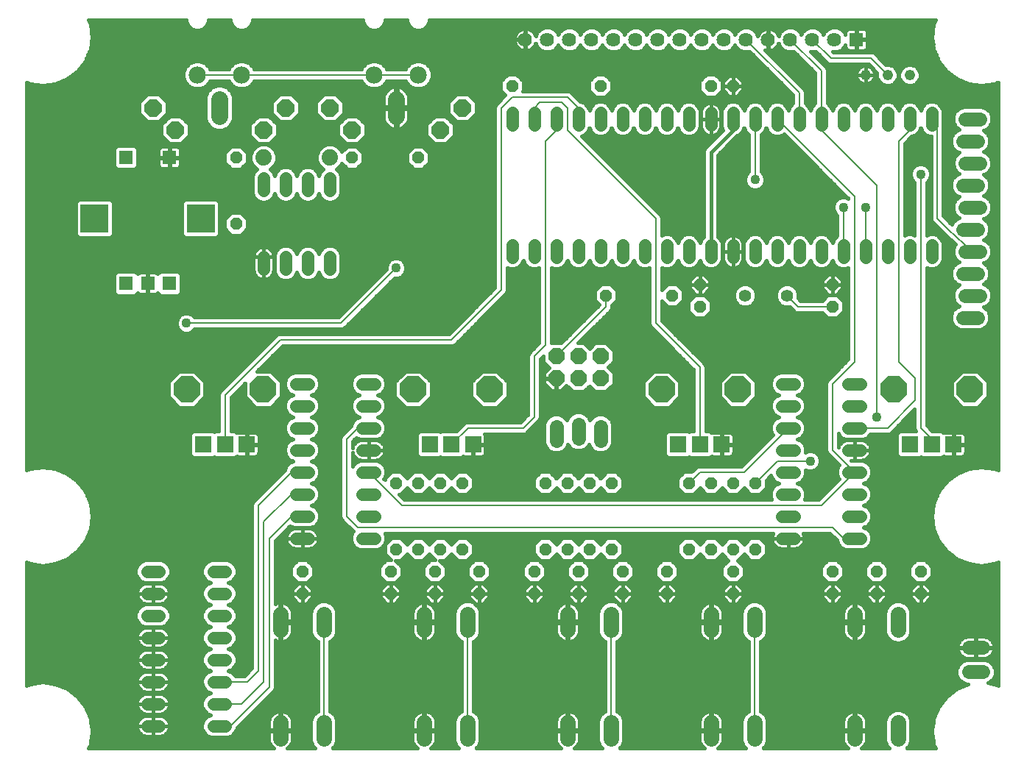
<source format=gbl>
G75*
G70*
%OFA0B0*%
%FSLAX24Y24*%
%IPPOS*%
%LPD*%
%AMOC8*
5,1,8,0,0,1.08239X$1,22.5*
%
%ADD10OC8,0.0740*%
%ADD11C,0.0560*%
%ADD12OC8,0.0560*%
%ADD13R,0.0740X0.0740*%
%ADD14OC8,0.1181*%
%ADD15C,0.0640*%
%ADD16C,0.0710*%
%ADD17R,0.0634X0.0634*%
%ADD18R,0.1266X0.1266*%
%ADD19C,0.0780*%
%ADD20OC8,0.0780*%
%ADD21C,0.0780*%
%ADD22C,0.0740*%
%ADD23R,0.0640X0.0640*%
%ADD24C,0.0640*%
%ADD25C,0.0480*%
%ADD26C,0.0560*%
%ADD27C,0.0080*%
%ADD28C,0.0160*%
%ADD29C,0.0436*%
D10*
X025364Y018115D03*
X026364Y018115D03*
X027364Y018115D03*
X027364Y019115D03*
X026364Y019115D03*
X025364Y019115D03*
D11*
X025364Y023585D02*
X025364Y024145D01*
X024364Y024145D02*
X024364Y023585D01*
X023364Y023585D02*
X023364Y024145D01*
X026364Y024145D02*
X026364Y023585D01*
X027364Y023585D02*
X027364Y024145D01*
X028364Y024145D02*
X028364Y023585D01*
X029364Y023585D02*
X029364Y024145D01*
X030364Y024145D02*
X030364Y023585D01*
X031364Y023585D02*
X031364Y024145D01*
X032364Y024145D02*
X032364Y023585D01*
X033364Y023585D02*
X033364Y024145D01*
X034364Y024145D02*
X034364Y023585D01*
X035364Y023585D02*
X035364Y024145D01*
X036364Y024145D02*
X036364Y023585D01*
X037364Y023585D02*
X037364Y024145D01*
X038364Y024145D02*
X038364Y023585D01*
X039364Y023585D02*
X039364Y024145D01*
X040364Y024145D02*
X040364Y023585D01*
X041364Y023585D02*
X041364Y024145D01*
X042364Y024145D02*
X042364Y023585D01*
X042364Y029585D02*
X042364Y030145D01*
X041364Y030145D02*
X041364Y029585D01*
X040364Y029585D02*
X040364Y030145D01*
X039364Y030145D02*
X039364Y029585D01*
X038364Y029585D02*
X038364Y030145D01*
X037364Y030145D02*
X037364Y029585D01*
X036364Y029585D02*
X036364Y030145D01*
X035364Y030145D02*
X035364Y029585D01*
X034364Y029585D02*
X034364Y030145D01*
X033364Y030145D02*
X033364Y029585D01*
X032364Y029585D02*
X032364Y030145D01*
X031364Y030145D02*
X031364Y029585D01*
X030364Y029585D02*
X030364Y030145D01*
X029364Y030145D02*
X029364Y029585D01*
X028364Y029585D02*
X028364Y030145D01*
X027364Y030145D02*
X027364Y029585D01*
X026364Y029585D02*
X026364Y030145D01*
X025364Y030145D02*
X025364Y029585D01*
X024364Y029585D02*
X024364Y030145D01*
X023364Y030145D02*
X023364Y029585D01*
X015114Y027175D02*
X015114Y026615D01*
X014114Y026615D02*
X014114Y027175D01*
X013114Y027175D02*
X013114Y026615D01*
X012114Y026615D02*
X012114Y027175D01*
X012114Y023615D02*
X012114Y023055D01*
X013114Y023055D02*
X013114Y023615D01*
X014114Y023615D02*
X014114Y023055D01*
X015114Y023055D02*
X015114Y023615D01*
X014144Y017865D02*
X013584Y017865D01*
X013584Y016865D02*
X014144Y016865D01*
X014144Y015865D02*
X013584Y015865D01*
X013584Y014865D02*
X014144Y014865D01*
X014144Y013865D02*
X013584Y013865D01*
X013584Y012865D02*
X014144Y012865D01*
X014144Y011865D02*
X013584Y011865D01*
X013584Y010865D02*
X014144Y010865D01*
X016584Y010865D02*
X017144Y010865D01*
X017144Y011865D02*
X016584Y011865D01*
X016584Y012865D02*
X017144Y012865D01*
X017144Y013865D02*
X016584Y013865D01*
X016584Y014865D02*
X017144Y014865D01*
X017144Y015865D02*
X016584Y015865D01*
X016584Y016865D02*
X017144Y016865D01*
X017144Y017865D02*
X016584Y017865D01*
X010394Y009365D02*
X009834Y009365D01*
X009834Y008365D02*
X010394Y008365D01*
X010394Y007365D02*
X009834Y007365D01*
X009834Y006365D02*
X010394Y006365D01*
X010394Y005365D02*
X009834Y005365D01*
X009834Y004365D02*
X010394Y004365D01*
X010394Y003365D02*
X009834Y003365D01*
X009834Y002365D02*
X010394Y002365D01*
X007394Y002365D02*
X006834Y002365D01*
X006834Y003365D02*
X007394Y003365D01*
X007394Y004365D02*
X006834Y004365D01*
X006834Y005365D02*
X007394Y005365D01*
X007394Y006365D02*
X006834Y006365D01*
X006834Y007365D02*
X007394Y007365D01*
X007394Y008365D02*
X006834Y008365D01*
X006834Y009365D02*
X007394Y009365D01*
X035584Y010865D02*
X036144Y010865D01*
X036144Y011865D02*
X035584Y011865D01*
X035584Y012865D02*
X036144Y012865D01*
X036144Y013865D02*
X035584Y013865D01*
X035584Y014865D02*
X036144Y014865D01*
X036144Y015865D02*
X035584Y015865D01*
X035584Y016865D02*
X036144Y016865D01*
X036144Y017865D02*
X035584Y017865D01*
X038584Y017865D02*
X039144Y017865D01*
X039144Y016865D02*
X038584Y016865D01*
X038584Y015865D02*
X039144Y015865D01*
X039144Y014865D02*
X038584Y014865D01*
X038584Y013865D02*
X039144Y013865D01*
X039144Y012865D02*
X038584Y012865D01*
X038584Y011865D02*
X039144Y011865D01*
X039144Y010865D02*
X038584Y010865D01*
D12*
X037864Y009365D03*
X037864Y008365D03*
X039864Y008365D03*
X039864Y009365D03*
X041864Y009365D03*
X041864Y008365D03*
X034364Y010365D03*
X033364Y010365D03*
X032364Y010365D03*
X031364Y010365D03*
X030364Y009365D03*
X030364Y008365D03*
X028364Y008365D03*
X028364Y009365D03*
X027864Y010365D03*
X026864Y010365D03*
X025864Y010365D03*
X024864Y010365D03*
X024364Y009365D03*
X024364Y008365D03*
X026364Y008365D03*
X026364Y009365D03*
X021864Y009365D03*
X021864Y008365D03*
X019864Y008365D03*
X019864Y009365D03*
X020114Y010365D03*
X021114Y010365D03*
X019114Y010365D03*
X018114Y010365D03*
X017864Y009365D03*
X017864Y008365D03*
X013864Y008365D03*
X013864Y009365D03*
X018114Y013365D03*
X019114Y013365D03*
X020114Y013365D03*
X021114Y013365D03*
X024864Y013365D03*
X025864Y013365D03*
X026864Y013365D03*
X027864Y013365D03*
X031364Y013365D03*
X032364Y013365D03*
X033364Y013365D03*
X034364Y013365D03*
X033364Y009365D03*
X033364Y008365D03*
X031864Y021365D03*
X031864Y022365D03*
X030614Y021865D03*
X027614Y021865D03*
X019114Y028115D03*
X016114Y028115D03*
X010864Y028115D03*
X010864Y025115D03*
X023364Y031365D03*
X027364Y031365D03*
X032364Y031365D03*
X033364Y031365D03*
X037864Y022365D03*
X037864Y021365D03*
D13*
X041380Y015115D03*
X042364Y015115D03*
X043348Y015115D03*
X032848Y015115D03*
X031864Y015115D03*
X030880Y015115D03*
X021598Y015115D03*
X020614Y015115D03*
X019630Y015115D03*
X011348Y015115D03*
X010364Y015115D03*
X009380Y015115D03*
D14*
X008632Y017615D03*
X012096Y017615D03*
X018882Y017615D03*
X022346Y017615D03*
X030132Y017615D03*
X033596Y017615D03*
X040632Y017615D03*
X044096Y017615D03*
D15*
X043794Y020865D02*
X044434Y020865D01*
X044534Y021865D02*
X043894Y021865D01*
X043794Y022865D02*
X044434Y022865D01*
X044534Y023865D02*
X043894Y023865D01*
X043794Y024865D02*
X044434Y024865D01*
X044534Y025865D02*
X043894Y025865D01*
X043794Y026865D02*
X044434Y026865D01*
X044534Y027865D02*
X043894Y027865D01*
X043794Y028865D02*
X044434Y028865D01*
X044534Y029865D02*
X043894Y029865D01*
X027364Y015935D02*
X027364Y015295D01*
X026364Y015395D02*
X026364Y016035D01*
X025364Y015935D02*
X025364Y015295D01*
X044044Y005915D02*
X044684Y005915D01*
X044684Y004815D02*
X044044Y004815D01*
D16*
X040844Y006720D02*
X040844Y007430D01*
X038884Y007430D02*
X038884Y006720D01*
X034344Y006720D02*
X034344Y007430D01*
X032384Y007430D02*
X032384Y006720D01*
X027844Y006720D02*
X027844Y007430D01*
X025884Y007430D02*
X025884Y006720D01*
X021344Y006720D02*
X021344Y007430D01*
X019384Y007430D02*
X019384Y006720D01*
X014844Y006720D02*
X014844Y007430D01*
X012884Y007430D02*
X012884Y006720D01*
X012884Y002510D02*
X012884Y001800D01*
X014844Y001800D02*
X014844Y002510D01*
X019384Y002510D02*
X019384Y001800D01*
X021344Y001800D02*
X021344Y002510D01*
X025884Y002510D02*
X025884Y001800D01*
X027844Y001800D02*
X027844Y002510D01*
X032384Y002510D02*
X032384Y001800D01*
X034344Y001800D02*
X034344Y002510D01*
X038884Y002510D02*
X038884Y001800D01*
X040844Y001800D02*
X040844Y002510D01*
D17*
X007848Y022412D03*
X006864Y022412D03*
X005880Y022412D03*
X005880Y028120D03*
X007848Y028120D03*
D18*
X009266Y025365D03*
X004463Y025365D03*
D19*
X010114Y029975D02*
X010114Y030755D01*
X018114Y030755D02*
X018114Y029975D01*
D20*
X016114Y029365D03*
X015114Y030365D03*
X013114Y030365D03*
X012114Y029365D03*
X008114Y029365D03*
X007114Y030365D03*
X020114Y029365D03*
X021114Y030365D03*
D21*
X019114Y031865D03*
X017114Y031865D03*
X011114Y031865D03*
X009114Y031865D03*
D22*
X012114Y028115D03*
X015114Y028115D03*
D23*
X038963Y033467D03*
D24*
X037963Y033467D03*
X036963Y033467D03*
X035963Y033467D03*
X034963Y033467D03*
X033963Y033467D03*
X032963Y033467D03*
X031963Y033467D03*
X030963Y033467D03*
X029963Y033467D03*
X028963Y033467D03*
X027963Y033467D03*
X026963Y033467D03*
X025963Y033467D03*
X024963Y033467D03*
X023963Y033467D03*
D25*
X039364Y031865D03*
X040364Y031865D03*
X041364Y031865D03*
D26*
X035814Y021865D03*
X033914Y021865D03*
D27*
X035814Y021865D02*
X036314Y021365D01*
X037864Y021365D01*
X038364Y023865D02*
X038364Y025865D01*
X038864Y026365D02*
X038864Y018865D01*
X037864Y017865D01*
X037864Y014865D01*
X038864Y013865D01*
X037364Y012365D01*
X018364Y012365D01*
X016864Y013865D01*
X015864Y015365D02*
X015864Y011865D01*
X016364Y011365D01*
X037864Y011365D01*
X038364Y010865D01*
X038864Y010865D01*
X036864Y014365D02*
X035364Y014365D01*
X034364Y013365D01*
X033864Y013865D02*
X035864Y015865D01*
X033864Y013865D02*
X031864Y013865D01*
X031364Y013365D01*
X031864Y015115D02*
X031864Y018615D01*
X029864Y020615D01*
X029864Y025365D01*
X025864Y029365D01*
X025864Y030365D01*
X025614Y030615D01*
X024614Y030615D01*
X024364Y030365D01*
X024364Y029865D01*
X025364Y029865D02*
X025364Y029365D01*
X024864Y028865D01*
X024864Y019615D01*
X024364Y019115D01*
X024364Y016365D01*
X023864Y015865D01*
X021364Y015865D01*
X020614Y015115D01*
X016864Y015865D02*
X016364Y015865D01*
X015864Y015365D01*
X013864Y013865D02*
X013364Y013865D01*
X011864Y012365D01*
X011864Y004865D01*
X011364Y004365D01*
X010114Y004365D01*
X010114Y003365D02*
X011114Y003365D01*
X012114Y004365D01*
X012114Y011615D01*
X013364Y012865D01*
X013864Y012865D01*
X013864Y011865D02*
X013364Y011865D01*
X012364Y010865D01*
X012364Y004115D01*
X010614Y002365D01*
X010114Y002365D01*
X014844Y002155D02*
X014844Y007075D01*
X021344Y007075D02*
X021344Y002135D01*
X021364Y002115D01*
X021364Y002135D01*
X021344Y002155D01*
X027844Y002155D02*
X027844Y007075D01*
X034344Y007075D02*
X034344Y002135D01*
X034364Y002115D01*
X034364Y002135D01*
X034344Y002155D01*
X040844Y002155D02*
X040864Y002135D01*
X040864Y002115D01*
X042364Y015115D02*
X042364Y015365D01*
X041864Y015865D01*
X041864Y027365D01*
X040864Y028865D02*
X041364Y029365D01*
X041364Y029865D01*
X042364Y029865D02*
X042614Y029615D01*
X042614Y025365D01*
X043114Y024865D01*
X044214Y023865D01*
X039864Y026865D02*
X039864Y016365D01*
X040364Y015865D02*
X041614Y017115D01*
X041614Y018115D01*
X040864Y018865D01*
X040864Y028865D01*
X039864Y026865D02*
X037364Y029365D01*
X037364Y029865D01*
X037364Y032065D01*
X035963Y033467D01*
X036963Y033467D02*
X037815Y032615D01*
X039614Y032615D01*
X040364Y031865D01*
X036364Y031065D02*
X036364Y029865D01*
X035364Y029865D02*
X038864Y026365D01*
X039364Y025865D02*
X039364Y023865D01*
X034364Y027115D02*
X034364Y029865D01*
X036364Y031065D02*
X033963Y033467D01*
X026364Y030365D02*
X026364Y029865D01*
X026364Y030365D02*
X025864Y030865D01*
X023364Y030865D01*
X022864Y030365D01*
X022864Y022115D01*
X020614Y019865D01*
X012864Y019865D01*
X010364Y017365D01*
X010364Y015115D01*
X008614Y020615D02*
X015614Y020615D01*
X018114Y023115D01*
X025364Y019115D02*
X027614Y021365D01*
X027614Y021865D01*
X038864Y015865D02*
X040364Y015865D01*
X019114Y031865D02*
X017114Y031865D01*
X011114Y031865D01*
X009114Y031865D01*
D28*
X004268Y001537D02*
X004196Y001365D01*
X012573Y001365D01*
X012536Y001391D01*
X012476Y001451D01*
X012427Y001519D01*
X012388Y001594D01*
X012362Y001674D01*
X012349Y001757D01*
X012349Y002117D01*
X012846Y002117D01*
X012846Y002192D01*
X012349Y002192D01*
X012349Y002552D01*
X012362Y002635D01*
X012388Y002715D01*
X012427Y002790D01*
X012476Y002858D01*
X012536Y002918D01*
X012604Y002967D01*
X012679Y003005D01*
X012759Y003031D01*
X012842Y003045D01*
X012847Y003045D01*
X012847Y002192D01*
X012922Y002192D01*
X013419Y002192D01*
X013419Y002552D01*
X013406Y002635D01*
X013380Y002715D01*
X013342Y002790D01*
X013292Y002858D01*
X013233Y002918D01*
X013164Y002967D01*
X013089Y003005D01*
X013009Y003031D01*
X012926Y003045D01*
X012922Y003045D01*
X012922Y002192D01*
X012922Y002117D01*
X013419Y002117D01*
X013419Y001757D01*
X013406Y001674D01*
X013380Y001594D01*
X013342Y001519D01*
X013292Y001451D01*
X013233Y001391D01*
X013195Y001365D01*
X014452Y001365D01*
X014348Y001468D01*
X014259Y001683D01*
X014259Y002626D01*
X014348Y002841D01*
X014513Y003005D01*
X014574Y003031D01*
X014574Y006198D01*
X014513Y006224D01*
X014348Y006388D01*
X014259Y006603D01*
X014259Y007546D01*
X014348Y007761D01*
X014513Y007925D01*
X014728Y008015D01*
X014960Y008015D01*
X015175Y007925D01*
X015340Y007761D01*
X015429Y007546D01*
X015429Y006603D01*
X015340Y006388D01*
X015175Y006224D01*
X015114Y006198D01*
X015114Y003031D01*
X015175Y003005D01*
X015340Y002841D01*
X015429Y002626D01*
X015429Y001683D01*
X015340Y001468D01*
X015236Y001365D01*
X019073Y001365D01*
X019036Y001391D01*
X018976Y001451D01*
X018927Y001519D01*
X018888Y001594D01*
X018862Y001674D01*
X018849Y001757D01*
X018849Y002117D01*
X019346Y002117D01*
X019346Y002192D01*
X018849Y002192D01*
X018849Y002552D01*
X018862Y002635D01*
X018888Y002715D01*
X018927Y002790D01*
X018976Y002858D01*
X019036Y002918D01*
X019104Y002967D01*
X019179Y003005D01*
X019259Y003031D01*
X019342Y003045D01*
X019347Y003045D01*
X019347Y002192D01*
X019422Y002192D01*
X019919Y002192D01*
X019919Y002552D01*
X019906Y002635D01*
X019880Y002715D01*
X019842Y002790D01*
X019792Y002858D01*
X019733Y002918D01*
X019664Y002967D01*
X019589Y003005D01*
X019509Y003031D01*
X019426Y003045D01*
X019422Y003045D01*
X019422Y002192D01*
X019422Y002117D01*
X019919Y002117D01*
X019919Y001757D01*
X019906Y001674D01*
X019880Y001594D01*
X019842Y001519D01*
X019792Y001451D01*
X019733Y001391D01*
X019695Y001365D01*
X020952Y001365D01*
X020848Y001468D01*
X020759Y001683D01*
X020759Y002626D01*
X020848Y002841D01*
X021013Y003005D01*
X021074Y003031D01*
X021074Y006198D01*
X021013Y006224D01*
X020848Y006388D01*
X020759Y006603D01*
X020759Y007546D01*
X020848Y007761D01*
X021013Y007925D01*
X021228Y008015D01*
X021460Y008015D01*
X021637Y007942D01*
X021404Y008174D01*
X021404Y008364D01*
X021864Y008364D01*
X021864Y008364D01*
X021864Y007905D01*
X021696Y007905D01*
X021840Y007761D01*
X021929Y007546D01*
X021929Y006603D01*
X021840Y006388D01*
X021675Y006224D01*
X021614Y006198D01*
X021614Y003031D01*
X021675Y003005D01*
X021840Y002841D01*
X021929Y002626D01*
X021929Y001683D01*
X021840Y001468D01*
X021736Y001365D01*
X025573Y001365D01*
X025536Y001391D01*
X025476Y001451D01*
X025427Y001519D01*
X025388Y001594D01*
X025362Y001674D01*
X025349Y001757D01*
X025349Y002117D01*
X025846Y002117D01*
X025846Y002192D01*
X025349Y002192D01*
X025349Y002552D01*
X025362Y002635D01*
X025388Y002715D01*
X025427Y002790D01*
X025476Y002858D01*
X025536Y002918D01*
X025604Y002967D01*
X025679Y003005D01*
X025759Y003031D01*
X025842Y003045D01*
X025847Y003045D01*
X025847Y002192D01*
X025922Y002192D01*
X026419Y002192D01*
X026419Y002552D01*
X026406Y002635D01*
X026380Y002715D01*
X026342Y002790D01*
X026292Y002858D01*
X026233Y002918D01*
X026164Y002967D01*
X026089Y003005D01*
X026009Y003031D01*
X025926Y003045D01*
X025922Y003045D01*
X025922Y002192D01*
X025922Y002117D01*
X026419Y002117D01*
X026419Y001757D01*
X026406Y001674D01*
X026380Y001594D01*
X026342Y001519D01*
X026292Y001451D01*
X026233Y001391D01*
X026195Y001365D01*
X027452Y001365D01*
X027348Y001468D01*
X027259Y001683D01*
X027259Y002626D01*
X027348Y002841D01*
X027513Y003005D01*
X027574Y003031D01*
X027574Y006198D01*
X027513Y006224D01*
X027348Y006388D01*
X027259Y006603D01*
X027259Y007546D01*
X027348Y007761D01*
X027513Y007925D01*
X027728Y008015D01*
X027960Y008015D01*
X028137Y007942D01*
X027904Y008174D01*
X027904Y008364D01*
X028364Y008364D01*
X028364Y008364D01*
X028364Y007905D01*
X028196Y007905D01*
X028340Y007761D01*
X028429Y007546D01*
X028429Y006603D01*
X028340Y006388D01*
X028175Y006224D01*
X028114Y006198D01*
X028114Y003031D01*
X028175Y003005D01*
X028340Y002841D01*
X028429Y002626D01*
X028429Y001683D01*
X028340Y001468D01*
X028236Y001365D01*
X032073Y001365D01*
X032036Y001391D01*
X031976Y001451D01*
X031927Y001519D01*
X031888Y001594D01*
X031862Y001674D01*
X031849Y001757D01*
X031849Y002117D01*
X032346Y002117D01*
X032346Y002192D01*
X031849Y002192D01*
X031849Y002552D01*
X031862Y002635D01*
X031888Y002715D01*
X031927Y002790D01*
X031976Y002858D01*
X032036Y002918D01*
X032104Y002967D01*
X032179Y003005D01*
X032259Y003031D01*
X032342Y003045D01*
X032347Y003045D01*
X032347Y002192D01*
X032422Y002192D01*
X032919Y002192D01*
X032919Y002552D01*
X032906Y002635D01*
X032880Y002715D01*
X032842Y002790D01*
X032792Y002858D01*
X032733Y002918D01*
X032664Y002967D01*
X032589Y003005D01*
X032509Y003031D01*
X032426Y003045D01*
X032422Y003045D01*
X032422Y002192D01*
X032422Y002117D01*
X032919Y002117D01*
X032919Y001757D01*
X032906Y001674D01*
X032880Y001594D01*
X032842Y001519D01*
X032792Y001451D01*
X032733Y001391D01*
X032695Y001365D01*
X033952Y001365D01*
X033848Y001468D01*
X033759Y001683D01*
X033759Y002626D01*
X033848Y002841D01*
X034013Y003005D01*
X034074Y003031D01*
X034074Y006198D01*
X034013Y006224D01*
X033848Y006388D01*
X033759Y006603D01*
X033759Y007546D01*
X033848Y007761D01*
X034013Y007925D01*
X034228Y008015D01*
X034460Y008015D01*
X034675Y007925D01*
X034840Y007761D01*
X034929Y007546D01*
X034929Y006603D01*
X034840Y006388D01*
X034675Y006224D01*
X034614Y006198D01*
X034614Y003031D01*
X034675Y003005D01*
X034840Y002841D01*
X034929Y002626D01*
X034929Y001683D01*
X034840Y001468D01*
X034736Y001365D01*
X038573Y001365D01*
X038536Y001391D01*
X038476Y001451D01*
X038427Y001519D01*
X038388Y001594D01*
X038362Y001674D01*
X038349Y001757D01*
X038349Y002117D01*
X038846Y002117D01*
X038846Y002192D01*
X038349Y002192D01*
X038349Y002552D01*
X038362Y002635D01*
X038388Y002715D01*
X038427Y002790D01*
X038476Y002858D01*
X038536Y002918D01*
X038604Y002967D01*
X038679Y003005D01*
X038759Y003031D01*
X038842Y003045D01*
X038847Y003045D01*
X038847Y002192D01*
X038922Y002192D01*
X039419Y002192D01*
X039419Y002552D01*
X039406Y002635D01*
X039380Y002715D01*
X039342Y002790D01*
X039292Y002858D01*
X039233Y002918D01*
X039164Y002967D01*
X039089Y003005D01*
X039009Y003031D01*
X038926Y003045D01*
X038922Y003045D01*
X038922Y002192D01*
X038922Y002117D01*
X039419Y002117D01*
X039419Y001757D01*
X039406Y001674D01*
X039380Y001594D01*
X039342Y001519D01*
X039292Y001451D01*
X039233Y001391D01*
X039195Y001365D01*
X040452Y001365D01*
X040348Y001468D01*
X040259Y001683D01*
X040259Y002626D01*
X040348Y002841D01*
X040513Y003005D01*
X040728Y003095D01*
X040960Y003095D01*
X041175Y003005D01*
X041340Y002841D01*
X041429Y002626D01*
X041429Y001683D01*
X041340Y001468D01*
X041236Y001365D01*
X042532Y001365D01*
X042460Y001537D01*
X042460Y001537D01*
X042384Y002115D01*
X042384Y002115D01*
X042460Y002692D01*
X042460Y002692D01*
X042683Y003229D01*
X042683Y003230D01*
X043037Y003691D01*
X043037Y003691D01*
X043037Y003691D01*
X043499Y004046D01*
X043499Y004046D01*
X044027Y004265D01*
X043935Y004265D01*
X043733Y004348D01*
X043578Y004503D01*
X043494Y004705D01*
X043494Y004924D01*
X043578Y005126D01*
X043733Y005281D01*
X043935Y005365D01*
X044794Y005365D01*
X044996Y005281D01*
X045150Y005126D01*
X045234Y004924D01*
X045234Y004705D01*
X045150Y004503D01*
X044996Y004348D01*
X044897Y004307D01*
X045191Y004269D01*
X045191Y004269D01*
X045364Y004197D01*
X045364Y009782D01*
X045191Y009711D01*
X045191Y009711D01*
X044614Y009635D01*
X044614Y009635D01*
X044037Y009711D01*
X044037Y009711D01*
X043499Y009933D01*
X043499Y009933D01*
X043037Y010288D01*
X043037Y010288D01*
X042683Y010750D01*
X042683Y010750D01*
X042460Y011287D01*
X042460Y011287D01*
X042384Y011865D01*
X042384Y011865D01*
X042460Y012442D01*
X042460Y012442D01*
X042683Y012979D01*
X042683Y012980D01*
X043037Y013441D01*
X043037Y013441D01*
X043499Y013796D01*
X043499Y013796D01*
X044037Y014019D01*
X044614Y014095D01*
X045191Y014019D01*
X045191Y014019D01*
X045364Y013947D01*
X045364Y031532D01*
X045191Y031461D01*
X044614Y031385D01*
X044037Y031461D01*
X043499Y031683D01*
X043499Y031683D01*
X043037Y032038D01*
X043037Y032038D01*
X042683Y032500D01*
X042683Y032500D01*
X042460Y033037D01*
X042460Y033037D01*
X042384Y033615D01*
X042384Y033615D01*
X042460Y034192D01*
X042460Y034192D01*
X042532Y034365D01*
X019604Y034365D01*
X019604Y034267D01*
X019529Y034087D01*
X019392Y033949D01*
X019212Y033875D01*
X019017Y033875D01*
X018836Y033949D01*
X018699Y034087D01*
X018624Y034267D01*
X018624Y034365D01*
X017604Y034365D01*
X017604Y034267D01*
X017529Y034087D01*
X017392Y033949D01*
X017212Y033875D01*
X017017Y033875D01*
X016836Y033949D01*
X016699Y034087D01*
X016624Y034267D01*
X016624Y034365D01*
X011604Y034365D01*
X011604Y034267D01*
X011529Y034087D01*
X011392Y033949D01*
X011212Y033875D01*
X011017Y033875D01*
X010836Y033949D01*
X010699Y034087D01*
X010624Y034267D01*
X010624Y034365D01*
X009604Y034365D01*
X009604Y034267D01*
X009529Y034087D01*
X009392Y033949D01*
X009212Y033875D01*
X009017Y033875D01*
X008836Y033949D01*
X008699Y034087D01*
X008624Y034267D01*
X008624Y034365D01*
X004196Y034365D01*
X004268Y034192D01*
X004268Y034192D01*
X004344Y033615D01*
X004268Y033037D01*
X004268Y033037D01*
X004045Y032500D01*
X004045Y032500D01*
X003691Y032038D01*
X003691Y032038D01*
X003691Y032038D01*
X003229Y031683D01*
X003229Y031683D01*
X002691Y031461D01*
X002691Y031461D01*
X002114Y031385D01*
X002114Y031385D01*
X001537Y031461D01*
X001537Y031461D01*
X001364Y031532D01*
X001364Y013947D01*
X001537Y014019D01*
X001537Y014019D01*
X002114Y014095D01*
X002114Y014095D01*
X002691Y014019D01*
X002691Y014019D01*
X003229Y013796D01*
X003229Y013796D01*
X003691Y013441D01*
X003691Y013441D01*
X004045Y012980D01*
X004045Y012979D01*
X004268Y012442D01*
X004268Y012442D01*
X004344Y011865D01*
X004268Y011287D01*
X004268Y011287D01*
X004045Y010750D01*
X004045Y010750D01*
X003691Y010288D01*
X003691Y010288D01*
X003691Y010288D01*
X003229Y009933D01*
X003229Y009933D01*
X002691Y009711D01*
X002691Y009711D01*
X002114Y009635D01*
X002114Y009635D01*
X001537Y009711D01*
X001537Y009711D01*
X001364Y009782D01*
X001364Y004197D01*
X001537Y004269D01*
X001537Y004269D01*
X002114Y004345D01*
X002114Y004345D01*
X002691Y004269D01*
X002691Y004269D01*
X003229Y004046D01*
X003229Y004046D01*
X003691Y003691D01*
X003691Y003691D01*
X004045Y003230D01*
X004045Y003229D01*
X004268Y002692D01*
X004268Y002692D01*
X004344Y002115D01*
X004268Y001537D01*
X004268Y001537D01*
X004269Y001547D02*
X012412Y001547D01*
X012357Y001706D02*
X004290Y001706D01*
X004311Y001865D02*
X009708Y001865D01*
X009733Y001855D02*
X010496Y001855D01*
X010683Y001932D01*
X010826Y002076D01*
X010904Y002263D01*
X010904Y002273D01*
X012517Y003886D01*
X012593Y003962D01*
X012634Y004061D01*
X012634Y006247D01*
X012679Y006224D01*
X012759Y006198D01*
X012842Y006185D01*
X012847Y006185D01*
X012847Y007037D01*
X012922Y007037D01*
X012922Y007112D01*
X013419Y007112D01*
X013419Y007472D01*
X013406Y007555D01*
X013380Y007635D01*
X013342Y007710D01*
X013292Y007778D01*
X013233Y007838D01*
X013164Y007887D01*
X013089Y007925D01*
X013009Y007951D01*
X012926Y007965D01*
X012922Y007965D01*
X012922Y007112D01*
X012847Y007112D01*
X012847Y007965D01*
X012842Y007965D01*
X012759Y007951D01*
X012679Y007925D01*
X012634Y007903D01*
X012634Y010753D01*
X013308Y011427D01*
X013483Y011355D01*
X014246Y011355D01*
X014433Y011432D01*
X014576Y011576D01*
X014654Y011763D01*
X014654Y011966D01*
X014576Y012153D01*
X014433Y012297D01*
X014270Y012365D01*
X014433Y012432D01*
X014576Y012576D01*
X014654Y012763D01*
X014654Y012966D01*
X014576Y013153D01*
X014433Y013297D01*
X014270Y013365D01*
X014433Y013432D01*
X014576Y013576D01*
X014654Y013763D01*
X014654Y013966D01*
X014576Y014153D01*
X014433Y014297D01*
X014270Y014365D01*
X014433Y014432D01*
X014576Y014576D01*
X014654Y014763D01*
X014654Y014966D01*
X014576Y015153D01*
X014433Y015297D01*
X014270Y015365D01*
X014433Y015432D01*
X014576Y015576D01*
X014654Y015763D01*
X014654Y015966D01*
X014576Y016153D01*
X014433Y016297D01*
X014270Y016365D01*
X014433Y016432D01*
X014576Y016576D01*
X014654Y016763D01*
X014654Y016966D01*
X014576Y017153D01*
X014433Y017297D01*
X014270Y017365D01*
X014433Y017432D01*
X014576Y017576D01*
X014654Y017763D01*
X014654Y017966D01*
X014576Y018153D01*
X014433Y018297D01*
X014246Y018375D01*
X013483Y018375D01*
X013295Y018297D01*
X013152Y018153D01*
X013074Y017966D01*
X013074Y017763D01*
X013152Y017576D01*
X013295Y017432D01*
X013459Y017365D01*
X013295Y017297D01*
X013152Y017153D01*
X013074Y016966D01*
X013074Y016763D01*
X013152Y016576D01*
X013295Y016432D01*
X013459Y016365D01*
X013295Y016297D01*
X013152Y016153D01*
X013074Y015966D01*
X013074Y015763D01*
X013152Y015576D01*
X013295Y015432D01*
X013459Y015365D01*
X013295Y015297D01*
X013152Y015153D01*
X013074Y014966D01*
X013074Y014763D01*
X013152Y014576D01*
X013295Y014432D01*
X013459Y014365D01*
X013295Y014297D01*
X013152Y014153D01*
X013074Y013966D01*
X013074Y013956D01*
X011635Y012517D01*
X011594Y012418D01*
X011594Y012311D01*
X011594Y004976D01*
X011252Y004635D01*
X010834Y004635D01*
X010826Y004653D01*
X010683Y004797D01*
X010520Y004865D01*
X010683Y004932D01*
X010826Y005076D01*
X010904Y005263D01*
X010904Y005466D01*
X010826Y005653D01*
X010683Y005797D01*
X010520Y005865D01*
X010683Y005932D01*
X010826Y006076D01*
X010904Y006263D01*
X010904Y006466D01*
X010826Y006653D01*
X010683Y006797D01*
X010520Y006865D01*
X010683Y006932D01*
X010826Y007076D01*
X010904Y007263D01*
X010904Y007466D01*
X010826Y007653D01*
X010683Y007797D01*
X010520Y007865D01*
X010683Y007932D01*
X010826Y008076D01*
X010904Y008263D01*
X010904Y008466D01*
X010826Y008653D01*
X010683Y008797D01*
X010520Y008865D01*
X010683Y008932D01*
X010826Y009076D01*
X010904Y009263D01*
X010904Y009466D01*
X010826Y009653D01*
X010683Y009797D01*
X010496Y009875D01*
X009733Y009875D01*
X009545Y009797D01*
X009402Y009653D01*
X009324Y009466D01*
X009324Y009263D01*
X009402Y009076D01*
X009545Y008932D01*
X009709Y008865D01*
X009545Y008797D01*
X009402Y008653D01*
X009324Y008466D01*
X009324Y008263D01*
X009402Y008076D01*
X009545Y007932D01*
X009709Y007865D01*
X009545Y007797D01*
X009402Y007653D01*
X009324Y007466D01*
X009324Y007263D01*
X009402Y007076D01*
X009545Y006932D01*
X009709Y006865D01*
X009545Y006797D01*
X009402Y006653D01*
X009324Y006466D01*
X009324Y006263D01*
X009402Y006076D01*
X009545Y005932D01*
X009709Y005865D01*
X009545Y005797D01*
X009402Y005653D01*
X009324Y005466D01*
X009324Y005263D01*
X009402Y005076D01*
X009545Y004932D01*
X009709Y004865D01*
X009545Y004797D01*
X009402Y004653D01*
X009324Y004466D01*
X009324Y004263D01*
X009402Y004076D01*
X009545Y003932D01*
X009709Y003865D01*
X009545Y003797D01*
X009402Y003653D01*
X009324Y003466D01*
X009324Y003263D01*
X009402Y003076D01*
X009545Y002932D01*
X009709Y002865D01*
X009545Y002797D01*
X009402Y002653D01*
X009324Y002466D01*
X009324Y002263D01*
X009402Y002076D01*
X009545Y001932D01*
X009733Y001855D01*
X009454Y002023D02*
X007703Y002023D01*
X007694Y002014D02*
X007745Y002065D01*
X007787Y002123D01*
X007820Y002188D01*
X007843Y002257D01*
X007854Y002328D01*
X007854Y002364D01*
X007114Y002364D01*
X007114Y002364D01*
X007114Y001905D01*
X006798Y001905D01*
X006726Y001916D01*
X006657Y001938D01*
X006593Y001971D01*
X006534Y002014D01*
X006483Y002065D01*
X006441Y002123D01*
X006408Y002188D01*
X006385Y002257D01*
X006374Y002328D01*
X006374Y002364D01*
X007114Y002364D01*
X007114Y001905D01*
X007430Y001905D01*
X007502Y001916D01*
X007571Y001938D01*
X007635Y001971D01*
X007694Y002014D01*
X007817Y002182D02*
X009358Y002182D01*
X009324Y002340D02*
X007854Y002340D01*
X007854Y002365D02*
X007854Y002401D01*
X007843Y002472D01*
X007820Y002541D01*
X007787Y002606D01*
X007745Y002664D01*
X007694Y002715D01*
X007635Y002758D01*
X007571Y002791D01*
X007502Y002813D01*
X007430Y002825D01*
X007114Y002825D01*
X006798Y002825D01*
X006726Y002813D01*
X006657Y002791D01*
X006593Y002758D01*
X006534Y002715D01*
X006483Y002664D01*
X006441Y002606D01*
X006408Y002541D01*
X006385Y002472D01*
X006374Y002401D01*
X006374Y002365D01*
X007114Y002365D01*
X007114Y002825D01*
X007114Y002365D01*
X007114Y002365D01*
X007114Y002364D01*
X007114Y002365D01*
X007854Y002365D01*
X007834Y002499D02*
X009338Y002499D01*
X009406Y002657D02*
X007750Y002657D01*
X007485Y002816D02*
X009591Y002816D01*
X009503Y002974D02*
X007640Y002974D01*
X007635Y002971D02*
X007694Y003014D01*
X007745Y003065D01*
X007787Y003123D01*
X007820Y003188D01*
X007843Y003257D01*
X007854Y003328D01*
X007854Y003364D01*
X007114Y003364D01*
X007114Y003364D01*
X007114Y002905D01*
X006798Y002905D01*
X006726Y002916D01*
X006657Y002938D01*
X006593Y002971D01*
X006534Y003014D01*
X006483Y003065D01*
X006441Y003123D01*
X006408Y003188D01*
X006385Y003257D01*
X006374Y003328D01*
X006374Y003364D01*
X007114Y003364D01*
X007114Y002905D01*
X007430Y002905D01*
X007502Y002916D01*
X007571Y002938D01*
X007635Y002971D01*
X007792Y003133D02*
X009378Y003133D01*
X009324Y003291D02*
X007848Y003291D01*
X007854Y003365D02*
X007854Y003401D01*
X007843Y003472D01*
X007820Y003541D01*
X007787Y003606D01*
X007745Y003664D01*
X007694Y003715D01*
X007635Y003758D01*
X007571Y003791D01*
X007502Y003813D01*
X007430Y003825D01*
X007114Y003825D01*
X006798Y003825D01*
X006726Y003813D01*
X006657Y003791D01*
X006593Y003758D01*
X006534Y003715D01*
X006483Y003664D01*
X006441Y003606D01*
X006408Y003541D01*
X006385Y003472D01*
X006374Y003401D01*
X006374Y003365D01*
X007114Y003365D01*
X007114Y003825D01*
X007114Y003365D01*
X007114Y003365D01*
X007114Y003364D01*
X007114Y003365D01*
X007854Y003365D01*
X007846Y003450D02*
X009324Y003450D01*
X009383Y003609D02*
X007785Y003609D01*
X007617Y003767D02*
X009515Y003767D01*
X009561Y003926D02*
X007532Y003926D01*
X007502Y003916D02*
X007571Y003938D01*
X007635Y003971D01*
X007694Y004014D01*
X007745Y004065D01*
X007787Y004123D01*
X007820Y004188D01*
X007843Y004257D01*
X007854Y004328D01*
X007854Y004364D01*
X007114Y004364D01*
X007114Y004364D01*
X007114Y003905D01*
X006798Y003905D01*
X006726Y003916D01*
X006657Y003938D01*
X006593Y003971D01*
X006534Y004014D01*
X006483Y004065D01*
X006441Y004123D01*
X006408Y004188D01*
X006385Y004257D01*
X006374Y004328D01*
X006374Y004364D01*
X007114Y004364D01*
X007114Y003905D01*
X007430Y003905D01*
X007502Y003916D01*
X007759Y004084D02*
X009398Y004084D01*
X009333Y004243D02*
X007838Y004243D01*
X007854Y004365D02*
X007114Y004365D01*
X007114Y004825D01*
X006798Y004825D01*
X006726Y004813D01*
X006657Y004791D01*
X006593Y004758D01*
X006534Y004715D01*
X006483Y004664D01*
X006441Y004606D01*
X006408Y004541D01*
X006385Y004472D01*
X006374Y004401D01*
X006374Y004365D01*
X007114Y004365D01*
X007114Y004365D01*
X007114Y004825D01*
X007430Y004825D01*
X007502Y004813D01*
X007571Y004791D01*
X007635Y004758D01*
X007694Y004715D01*
X007745Y004664D01*
X007787Y004606D01*
X007820Y004541D01*
X007843Y004472D01*
X007854Y004401D01*
X007854Y004365D01*
X007854Y004401D02*
X009324Y004401D01*
X009363Y004560D02*
X007811Y004560D01*
X007690Y004718D02*
X009467Y004718D01*
X009679Y004877D02*
X001364Y004877D01*
X001364Y005035D02*
X006513Y005035D01*
X006534Y005014D02*
X006593Y004971D01*
X006657Y004938D01*
X006726Y004916D01*
X006798Y004905D01*
X007114Y004905D01*
X007114Y005364D01*
X007114Y005364D01*
X007114Y004905D01*
X007430Y004905D01*
X007502Y004916D01*
X007571Y004938D01*
X007635Y004971D01*
X007694Y005014D01*
X007745Y005065D01*
X007787Y005123D01*
X007820Y005188D01*
X007843Y005257D01*
X007854Y005328D01*
X007854Y005364D01*
X007114Y005364D01*
X006374Y005364D01*
X006374Y005328D01*
X006385Y005257D01*
X006408Y005188D01*
X006441Y005123D01*
X006483Y005065D01*
X006534Y005014D01*
X006406Y005194D02*
X001364Y005194D01*
X001364Y005353D02*
X006374Y005353D01*
X006374Y005365D02*
X007114Y005365D01*
X007114Y005825D01*
X006798Y005825D01*
X006726Y005813D01*
X006657Y005791D01*
X006593Y005758D01*
X006534Y005715D01*
X006483Y005664D01*
X006441Y005606D01*
X006408Y005541D01*
X006385Y005472D01*
X006374Y005401D01*
X006374Y005365D01*
X006398Y005511D02*
X001364Y005511D01*
X001364Y005670D02*
X006489Y005670D01*
X006657Y005938D02*
X006726Y005916D01*
X006798Y005905D01*
X007114Y005905D01*
X007114Y006364D01*
X007114Y006364D01*
X007114Y005905D01*
X007430Y005905D01*
X007502Y005916D01*
X007571Y005938D01*
X007635Y005971D01*
X007694Y006014D01*
X007745Y006065D01*
X007787Y006123D01*
X007820Y006188D01*
X007843Y006257D01*
X007854Y006328D01*
X007854Y006364D01*
X007114Y006364D01*
X006374Y006364D01*
X006374Y006328D01*
X006385Y006257D01*
X006408Y006188D01*
X006441Y006123D01*
X006483Y006065D01*
X006534Y006014D01*
X006593Y005971D01*
X006657Y005938D01*
X006572Y005987D02*
X001364Y005987D01*
X001364Y006145D02*
X006430Y006145D01*
X006378Y006304D02*
X001364Y006304D01*
X001364Y006462D02*
X006384Y006462D01*
X006385Y006472D02*
X006374Y006401D01*
X006374Y006365D01*
X007114Y006365D01*
X007114Y006825D01*
X006798Y006825D01*
X006726Y006813D01*
X006657Y006791D01*
X006593Y006758D01*
X006534Y006715D01*
X006483Y006664D01*
X006441Y006606D01*
X006408Y006541D01*
X006385Y006472D01*
X006452Y006621D02*
X001364Y006621D01*
X001364Y006779D02*
X006635Y006779D01*
X006733Y006855D02*
X007496Y006855D01*
X007683Y006932D01*
X007826Y007076D01*
X007904Y007263D01*
X007904Y007466D01*
X007826Y007653D01*
X007683Y007797D01*
X007496Y007875D01*
X006733Y007875D01*
X006545Y007797D01*
X006402Y007653D01*
X006324Y007466D01*
X006324Y007263D01*
X006402Y007076D01*
X006545Y006932D01*
X006733Y006855D01*
X006539Y006938D02*
X001364Y006938D01*
X001364Y007096D02*
X006393Y007096D01*
X006327Y007255D02*
X001364Y007255D01*
X001364Y007414D02*
X006324Y007414D01*
X006368Y007572D02*
X001364Y007572D01*
X001364Y007731D02*
X006479Y007731D01*
X006593Y007971D02*
X006534Y008014D01*
X006483Y008065D01*
X006441Y008123D01*
X006408Y008188D01*
X006385Y008257D01*
X006374Y008328D01*
X006374Y008364D01*
X007114Y008364D01*
X007114Y008364D01*
X007114Y007905D01*
X006798Y007905D01*
X006726Y007916D01*
X006657Y007938D01*
X006593Y007971D01*
X006500Y008048D02*
X001364Y008048D01*
X001364Y008206D02*
X006402Y008206D01*
X006374Y008365D02*
X007114Y008365D01*
X007114Y008825D01*
X006798Y008825D01*
X006726Y008813D01*
X006657Y008791D01*
X006593Y008758D01*
X006534Y008715D01*
X006483Y008664D01*
X006441Y008606D01*
X006408Y008541D01*
X006385Y008472D01*
X006374Y008401D01*
X006374Y008365D01*
X001364Y008365D01*
X001364Y008523D02*
X006402Y008523D01*
X006501Y008682D02*
X001364Y008682D01*
X001364Y008840D02*
X009651Y008840D01*
X009478Y008999D02*
X007750Y008999D01*
X007683Y008932D02*
X007826Y009076D01*
X007904Y009263D01*
X007904Y009466D01*
X007826Y009653D01*
X007683Y009797D01*
X007496Y009875D01*
X006733Y009875D01*
X006545Y009797D01*
X006402Y009653D01*
X006324Y009466D01*
X006324Y009263D01*
X006402Y009076D01*
X006545Y008932D01*
X006733Y008855D01*
X007496Y008855D01*
X007683Y008932D01*
X007571Y008791D02*
X007502Y008813D01*
X007430Y008825D01*
X007114Y008825D01*
X007114Y008365D01*
X007114Y008365D01*
X007114Y008364D01*
X007114Y007905D01*
X007430Y007905D01*
X007502Y007916D01*
X007571Y007938D01*
X007635Y007971D01*
X007694Y008014D01*
X007745Y008065D01*
X007787Y008123D01*
X007820Y008188D01*
X007843Y008257D01*
X007854Y008328D01*
X007854Y008364D01*
X007114Y008364D01*
X007114Y008365D01*
X007854Y008365D01*
X009324Y008365D01*
X009348Y008523D02*
X007826Y008523D01*
X007820Y008541D02*
X007787Y008606D01*
X007745Y008664D01*
X007694Y008715D01*
X007635Y008758D01*
X007571Y008791D01*
X007727Y008682D02*
X009430Y008682D01*
X009368Y009158D02*
X007860Y009158D01*
X007904Y009316D02*
X009324Y009316D01*
X009328Y009475D02*
X007901Y009475D01*
X007835Y009633D02*
X009393Y009633D01*
X009540Y009792D02*
X007688Y009792D01*
X006540Y009792D02*
X002887Y009792D01*
X003251Y009950D02*
X011594Y009950D01*
X011594Y009792D02*
X010688Y009792D01*
X010835Y009633D02*
X011594Y009633D01*
X011594Y009475D02*
X010901Y009475D01*
X010904Y009316D02*
X011594Y009316D01*
X011594Y009158D02*
X010860Y009158D01*
X010750Y008999D02*
X011594Y008999D01*
X011594Y008840D02*
X010578Y008840D01*
X010798Y008682D02*
X011594Y008682D01*
X011594Y008523D02*
X010880Y008523D01*
X010904Y008365D02*
X011594Y008365D01*
X011594Y008206D02*
X010881Y008206D01*
X010799Y008048D02*
X011594Y008048D01*
X011594Y007889D02*
X010579Y007889D01*
X010749Y007731D02*
X011594Y007731D01*
X011594Y007572D02*
X010860Y007572D01*
X010904Y007414D02*
X011594Y007414D01*
X011594Y007255D02*
X010901Y007255D01*
X010835Y007096D02*
X011594Y007096D01*
X011594Y006938D02*
X010689Y006938D01*
X010700Y006779D02*
X011594Y006779D01*
X011594Y006621D02*
X010840Y006621D01*
X010904Y006462D02*
X011594Y006462D01*
X011594Y006304D02*
X010904Y006304D01*
X010855Y006145D02*
X011594Y006145D01*
X011594Y005987D02*
X010737Y005987D01*
X010607Y005828D02*
X011594Y005828D01*
X011594Y005670D02*
X010810Y005670D01*
X010885Y005511D02*
X011594Y005511D01*
X011594Y005353D02*
X010904Y005353D01*
X010875Y005194D02*
X011594Y005194D01*
X011594Y005035D02*
X010786Y005035D01*
X010549Y004877D02*
X011495Y004877D01*
X011336Y004718D02*
X010761Y004718D01*
X009442Y005035D02*
X007715Y005035D01*
X007822Y005194D02*
X009353Y005194D01*
X009324Y005353D02*
X007854Y005353D01*
X007854Y005365D02*
X007114Y005365D01*
X007114Y005365D01*
X007114Y005825D01*
X007430Y005825D01*
X007502Y005813D01*
X007571Y005791D01*
X007635Y005758D01*
X007694Y005715D01*
X007745Y005664D01*
X007787Y005606D01*
X007820Y005541D01*
X007843Y005472D01*
X007854Y005401D01*
X007854Y005365D01*
X007830Y005511D02*
X009343Y005511D01*
X009418Y005670D02*
X007740Y005670D01*
X007657Y005987D02*
X009491Y005987D01*
X009373Y006145D02*
X007799Y006145D01*
X007850Y006304D02*
X009324Y006304D01*
X009324Y006462D02*
X007844Y006462D01*
X007843Y006472D02*
X007820Y006541D01*
X007787Y006606D01*
X007745Y006664D01*
X007694Y006715D01*
X007635Y006758D01*
X007571Y006791D01*
X007502Y006813D01*
X007430Y006825D01*
X007114Y006825D01*
X007114Y006365D01*
X007114Y006365D01*
X007114Y006364D01*
X007114Y006365D01*
X007854Y006365D01*
X007854Y006401D01*
X007843Y006472D01*
X007776Y006621D02*
X009388Y006621D01*
X009528Y006779D02*
X007593Y006779D01*
X007689Y006938D02*
X009539Y006938D01*
X009393Y007096D02*
X007835Y007096D01*
X007901Y007255D02*
X009327Y007255D01*
X009324Y007414D02*
X007904Y007414D01*
X007860Y007572D02*
X009368Y007572D01*
X009479Y007731D02*
X007749Y007731D01*
X007728Y008048D02*
X009430Y008048D01*
X009348Y008206D02*
X007826Y008206D01*
X007854Y008365D02*
X007854Y008401D01*
X007843Y008472D01*
X007820Y008541D01*
X007114Y008523D02*
X007114Y008523D01*
X007114Y008682D02*
X007114Y008682D01*
X007114Y008206D02*
X007114Y008206D01*
X007114Y008048D02*
X007114Y008048D01*
X006478Y008999D02*
X001364Y008999D01*
X001364Y009158D02*
X006368Y009158D01*
X006324Y009316D02*
X001364Y009316D01*
X001364Y009475D02*
X006328Y009475D01*
X006393Y009633D02*
X001364Y009633D01*
X001364Y007889D02*
X009649Y007889D01*
X007114Y006779D02*
X007114Y006779D01*
X007114Y006621D02*
X007114Y006621D01*
X007114Y006462D02*
X007114Y006462D01*
X007114Y006304D02*
X007114Y006304D01*
X007114Y006145D02*
X007114Y006145D01*
X007114Y005987D02*
X007114Y005987D01*
X007114Y005670D02*
X007114Y005670D01*
X007114Y005511D02*
X007114Y005511D01*
X007114Y005365D02*
X007114Y005364D01*
X007114Y005365D01*
X007114Y005353D02*
X007114Y005353D01*
X007114Y005194D02*
X007114Y005194D01*
X007114Y005035D02*
X007114Y005035D01*
X007114Y004718D02*
X007114Y004718D01*
X007114Y004560D02*
X007114Y004560D01*
X007114Y004401D02*
X007114Y004401D01*
X007114Y004365D02*
X007114Y004364D01*
X007114Y004365D01*
X007114Y004243D02*
X007114Y004243D01*
X007114Y004084D02*
X007114Y004084D01*
X007114Y003926D02*
X007114Y003926D01*
X007114Y003767D02*
X007114Y003767D01*
X007114Y003609D02*
X007114Y003609D01*
X007114Y003450D02*
X007114Y003450D01*
X007114Y003291D02*
X007114Y003291D01*
X007114Y003133D02*
X007114Y003133D01*
X007114Y002974D02*
X007114Y002974D01*
X007114Y002816D02*
X007114Y002816D01*
X007114Y002657D02*
X007114Y002657D01*
X007114Y002499D02*
X007114Y002499D01*
X007114Y002340D02*
X007114Y002340D01*
X007114Y002182D02*
X007114Y002182D01*
X007114Y002023D02*
X007114Y002023D01*
X006525Y002023D02*
X004332Y002023D01*
X004335Y002182D02*
X006411Y002182D01*
X006374Y002340D02*
X004314Y002340D01*
X004294Y002499D02*
X006394Y002499D01*
X006478Y002657D02*
X004273Y002657D01*
X004217Y002816D02*
X006743Y002816D01*
X006589Y002974D02*
X004151Y002974D01*
X004085Y003133D02*
X006436Y003133D01*
X006380Y003291D02*
X003998Y003291D01*
X003876Y003450D02*
X006382Y003450D01*
X006443Y003609D02*
X003754Y003609D01*
X003691Y003691D02*
X003691Y003691D01*
X003592Y003767D02*
X006611Y003767D01*
X006696Y003926D02*
X003386Y003926D01*
X003136Y004084D02*
X006469Y004084D01*
X006390Y004243D02*
X002754Y004243D01*
X001475Y004243D02*
X001364Y004243D01*
X001364Y004401D02*
X006374Y004401D01*
X006417Y004560D02*
X001364Y004560D01*
X001364Y004718D02*
X006539Y004718D01*
X009621Y005828D02*
X001364Y005828D01*
X003458Y010109D02*
X011594Y010109D01*
X011594Y010267D02*
X003664Y010267D01*
X003797Y010426D02*
X011594Y010426D01*
X011594Y010584D02*
X003919Y010584D01*
X004040Y010743D02*
X011594Y010743D01*
X011594Y010902D02*
X004108Y010902D01*
X004174Y011060D02*
X011594Y011060D01*
X011594Y011219D02*
X004240Y011219D01*
X004280Y011377D02*
X011594Y011377D01*
X011594Y011536D02*
X004301Y011536D01*
X004322Y011694D02*
X011594Y011694D01*
X011594Y011853D02*
X004342Y011853D01*
X004325Y012011D02*
X011594Y012011D01*
X011594Y012170D02*
X004304Y012170D01*
X004283Y012328D02*
X011594Y012328D01*
X011623Y012487D02*
X004249Y012487D01*
X004184Y012646D02*
X011763Y012646D01*
X011922Y012804D02*
X004118Y012804D01*
X004052Y012963D02*
X012080Y012963D01*
X012239Y013121D02*
X003937Y013121D01*
X003815Y013280D02*
X012397Y013280D01*
X012556Y013438D02*
X003693Y013438D01*
X003691Y013441D02*
X003691Y013441D01*
X003488Y013597D02*
X012714Y013597D01*
X012873Y013755D02*
X003282Y013755D01*
X002944Y013914D02*
X013032Y013914D01*
X013118Y014072D02*
X002282Y014072D01*
X001946Y014072D02*
X001364Y014072D01*
X001364Y014231D02*
X013229Y014231D01*
X013398Y014389D02*
X001364Y014389D01*
X001364Y014548D02*
X008881Y014548D01*
X008915Y014515D02*
X009845Y014515D01*
X009872Y014541D01*
X009899Y014515D01*
X010829Y014515D01*
X010898Y014583D01*
X010909Y014577D01*
X010955Y014565D01*
X011330Y014565D01*
X011330Y015096D01*
X011367Y015096D01*
X011367Y015133D01*
X011898Y015133D01*
X011898Y015508D01*
X011886Y015554D01*
X011862Y015595D01*
X011829Y015629D01*
X011788Y015652D01*
X011742Y015665D01*
X011367Y015665D01*
X011367Y015133D01*
X011330Y015133D01*
X011330Y015665D01*
X010955Y015665D01*
X010909Y015652D01*
X010898Y015646D01*
X010829Y015715D01*
X010634Y015715D01*
X010634Y017253D01*
X011276Y017895D01*
X011276Y017275D01*
X011756Y016794D01*
X012436Y016794D01*
X012917Y017275D01*
X012917Y017954D01*
X012436Y018435D01*
X011816Y018435D01*
X012976Y019595D01*
X020560Y019595D01*
X020668Y019595D01*
X020767Y019636D01*
X023017Y021886D01*
X023093Y021962D01*
X023134Y022061D01*
X023134Y023128D01*
X023263Y023075D01*
X023466Y023075D01*
X023653Y023152D01*
X023796Y023296D01*
X023864Y023459D01*
X023932Y023296D01*
X024075Y023152D01*
X024263Y023075D01*
X024466Y023075D01*
X024594Y023128D01*
X024594Y019726D01*
X024211Y019343D01*
X024135Y019267D01*
X024094Y019168D01*
X024094Y016476D01*
X023752Y016135D01*
X021418Y016135D01*
X021310Y016135D01*
X021211Y016093D01*
X020832Y015715D01*
X020149Y015715D01*
X020122Y015688D01*
X020095Y015715D01*
X019165Y015715D01*
X019030Y015580D01*
X019030Y014649D01*
X019165Y014515D01*
X020095Y014515D01*
X020122Y014541D01*
X020149Y014515D01*
X021079Y014515D01*
X021148Y014583D01*
X021159Y014577D01*
X021205Y014565D01*
X021580Y014565D01*
X021580Y015096D01*
X021617Y015096D01*
X021617Y015133D01*
X022148Y015133D01*
X022148Y015508D01*
X022136Y015554D01*
X022113Y015595D01*
X023918Y015595D01*
X024017Y015636D01*
X024093Y015712D01*
X024593Y016212D01*
X024634Y016311D01*
X024634Y016418D01*
X024634Y019003D01*
X024764Y019133D01*
X024764Y018866D01*
X025051Y018579D01*
X024814Y018342D01*
X024814Y018135D01*
X025344Y018135D01*
X025344Y018094D01*
X025384Y018094D01*
X025384Y017565D01*
X025592Y017565D01*
X025829Y017801D01*
X026116Y017515D01*
X026613Y017515D01*
X026864Y017766D01*
X027116Y017515D01*
X027613Y017515D01*
X027964Y017866D01*
X027964Y018363D01*
X027713Y018615D01*
X027964Y018866D01*
X027964Y019363D01*
X027613Y019715D01*
X027116Y019715D01*
X026864Y019463D01*
X026613Y019715D01*
X026346Y019715D01*
X027767Y021136D01*
X027843Y021212D01*
X027884Y021311D01*
X027884Y021413D01*
X028124Y021653D01*
X028124Y022076D01*
X027825Y022375D01*
X027403Y022375D01*
X027104Y022076D01*
X027104Y021653D01*
X027313Y021445D01*
X025582Y019715D01*
X025134Y019715D01*
X025134Y023128D01*
X025263Y023075D01*
X025466Y023075D01*
X025653Y023152D01*
X025796Y023296D01*
X025864Y023459D01*
X025932Y023296D01*
X026075Y023152D01*
X026263Y023075D01*
X026466Y023075D01*
X026653Y023152D01*
X026796Y023296D01*
X026864Y023459D01*
X026932Y023296D01*
X027075Y023152D01*
X027263Y023075D01*
X027466Y023075D01*
X027653Y023152D01*
X027796Y023296D01*
X027864Y023459D01*
X027932Y023296D01*
X028075Y023152D01*
X028263Y023075D01*
X028466Y023075D01*
X028653Y023152D01*
X028796Y023296D01*
X028864Y023459D01*
X028932Y023296D01*
X029075Y023152D01*
X029263Y023075D01*
X029466Y023075D01*
X029594Y023128D01*
X029594Y020668D01*
X029594Y020561D01*
X029635Y020462D01*
X031594Y018503D01*
X031594Y015715D01*
X031399Y015715D01*
X031372Y015688D01*
X031345Y015715D01*
X030415Y015715D01*
X030280Y015580D01*
X030280Y014649D01*
X030415Y014515D01*
X031345Y014515D01*
X031372Y014541D01*
X031399Y014515D01*
X032329Y014515D01*
X032398Y014583D01*
X032409Y014577D01*
X032455Y014565D01*
X032830Y014565D01*
X032830Y015096D01*
X032867Y015096D01*
X032867Y015133D01*
X033398Y015133D01*
X033398Y015508D01*
X033386Y015554D01*
X033362Y015595D01*
X033329Y015629D01*
X033288Y015652D01*
X033242Y015665D01*
X032867Y015665D01*
X032867Y015133D01*
X032830Y015133D01*
X032830Y015665D01*
X032455Y015665D01*
X032409Y015652D01*
X032398Y015646D01*
X032329Y015715D01*
X032134Y015715D01*
X032134Y018668D01*
X032093Y018767D01*
X032017Y018843D01*
X030134Y020726D01*
X030134Y021623D01*
X030403Y021355D01*
X030825Y021355D01*
X031124Y021653D01*
X031124Y022076D01*
X030825Y022375D01*
X030403Y022375D01*
X030134Y022106D01*
X030134Y023128D01*
X030263Y023075D01*
X030466Y023075D01*
X030653Y023152D01*
X030796Y023296D01*
X030864Y023459D01*
X030932Y023296D01*
X031075Y023152D01*
X031263Y023075D01*
X031466Y023075D01*
X031653Y023152D01*
X031796Y023296D01*
X031864Y023459D01*
X031932Y023296D01*
X032075Y023152D01*
X032263Y023075D01*
X032466Y023075D01*
X032653Y023152D01*
X032796Y023296D01*
X032874Y023483D01*
X032874Y024246D01*
X032796Y024433D01*
X032674Y024556D01*
X032674Y028236D01*
X033546Y029108D01*
X033653Y029152D01*
X033796Y029296D01*
X033864Y029459D01*
X033932Y029296D01*
X034075Y029152D01*
X034094Y029144D01*
X034094Y027478D01*
X033984Y027368D01*
X033916Y027204D01*
X033916Y027025D01*
X033984Y026861D01*
X034110Y026735D01*
X034275Y026666D01*
X034453Y026666D01*
X034618Y026735D01*
X034744Y026861D01*
X034812Y027025D01*
X034812Y027204D01*
X034744Y027368D01*
X034634Y027478D01*
X034634Y029144D01*
X034653Y029152D01*
X034796Y029296D01*
X034864Y029459D01*
X034932Y029296D01*
X035075Y029152D01*
X035263Y029075D01*
X035466Y029075D01*
X035653Y029152D01*
X035674Y029173D01*
X038591Y026255D01*
X038453Y026313D01*
X038275Y026313D01*
X038110Y026244D01*
X037984Y026118D01*
X037916Y025954D01*
X037916Y025775D01*
X037984Y025611D01*
X038094Y025501D01*
X038094Y024585D01*
X038075Y024577D01*
X037932Y024433D01*
X037864Y024270D01*
X037796Y024433D01*
X037653Y024577D01*
X037466Y024655D01*
X037263Y024655D01*
X037075Y024577D01*
X036932Y024433D01*
X036864Y024270D01*
X036796Y024433D01*
X036653Y024577D01*
X036466Y024655D01*
X036263Y024655D01*
X036075Y024577D01*
X035932Y024433D01*
X035864Y024270D01*
X035796Y024433D01*
X035653Y024577D01*
X035466Y024655D01*
X035263Y024655D01*
X035075Y024577D01*
X034932Y024433D01*
X034864Y024270D01*
X034796Y024433D01*
X034653Y024577D01*
X034466Y024655D01*
X034263Y024655D01*
X034075Y024577D01*
X033932Y024433D01*
X033854Y024246D01*
X033854Y023483D01*
X033932Y023296D01*
X034075Y023152D01*
X034263Y023075D01*
X034466Y023075D01*
X034653Y023152D01*
X034796Y023296D01*
X034864Y023459D01*
X034932Y023296D01*
X035075Y023152D01*
X035263Y023075D01*
X035466Y023075D01*
X035653Y023152D01*
X035796Y023296D01*
X035864Y023459D01*
X035932Y023296D01*
X036075Y023152D01*
X036263Y023075D01*
X036466Y023075D01*
X036653Y023152D01*
X036796Y023296D01*
X036864Y023459D01*
X036932Y023296D01*
X037075Y023152D01*
X037263Y023075D01*
X037466Y023075D01*
X037653Y023152D01*
X037796Y023296D01*
X037864Y023459D01*
X037932Y023296D01*
X038075Y023152D01*
X038263Y023075D01*
X038466Y023075D01*
X038594Y023128D01*
X038594Y018976D01*
X037711Y018093D01*
X037635Y018017D01*
X037594Y017918D01*
X037594Y014918D01*
X037594Y014811D01*
X037635Y014712D01*
X038173Y014174D01*
X038152Y014153D01*
X038074Y013966D01*
X038074Y013763D01*
X038152Y013576D01*
X038173Y013555D01*
X037252Y012635D01*
X036601Y012635D01*
X036654Y012763D01*
X036654Y012966D01*
X036576Y013153D01*
X036433Y013297D01*
X036270Y013365D01*
X036433Y013432D01*
X036576Y013576D01*
X036654Y013763D01*
X036654Y013966D01*
X036654Y013967D01*
X036775Y013916D01*
X036953Y013916D01*
X037118Y013985D01*
X037244Y014111D01*
X037312Y014275D01*
X037312Y014454D01*
X037244Y014618D01*
X037118Y014744D01*
X036953Y014813D01*
X036775Y014813D01*
X036654Y014762D01*
X036654Y014763D01*
X036654Y014966D01*
X036576Y015153D01*
X036433Y015297D01*
X036270Y015365D01*
X036433Y015432D01*
X036576Y015576D01*
X036654Y015763D01*
X036654Y015966D01*
X036576Y016153D01*
X036433Y016297D01*
X036270Y016365D01*
X036433Y016432D01*
X036576Y016576D01*
X036654Y016763D01*
X036654Y016966D01*
X036576Y017153D01*
X036433Y017297D01*
X036270Y017365D01*
X036433Y017432D01*
X036576Y017576D01*
X036654Y017763D01*
X036654Y017966D01*
X036576Y018153D01*
X036433Y018297D01*
X036246Y018375D01*
X035483Y018375D01*
X035295Y018297D01*
X035152Y018153D01*
X035074Y017966D01*
X035074Y017763D01*
X035152Y017576D01*
X035295Y017432D01*
X035459Y017365D01*
X035295Y017297D01*
X035152Y017153D01*
X035074Y016966D01*
X035074Y016763D01*
X035152Y016576D01*
X035295Y016432D01*
X035459Y016365D01*
X035295Y016297D01*
X035152Y016153D01*
X035074Y015966D01*
X035074Y015763D01*
X035152Y015576D01*
X035173Y015555D01*
X033752Y014135D01*
X031810Y014135D01*
X031711Y014093D01*
X031635Y014017D01*
X031492Y013875D01*
X031153Y013875D01*
X030854Y013576D01*
X030854Y013153D01*
X031153Y012855D01*
X031575Y012855D01*
X031864Y013143D01*
X032153Y012855D01*
X032575Y012855D01*
X032864Y013143D01*
X033153Y012855D01*
X033575Y012855D01*
X033864Y013143D01*
X034153Y012855D01*
X034575Y012855D01*
X034874Y013153D01*
X034874Y013493D01*
X035095Y013713D01*
X035152Y013576D01*
X035295Y013432D01*
X035459Y013365D01*
X035295Y013297D01*
X035152Y013153D01*
X035074Y012966D01*
X035074Y012763D01*
X035127Y012635D01*
X018476Y012635D01*
X018256Y012855D01*
X018325Y012855D01*
X018614Y013143D01*
X018903Y012855D01*
X019325Y012855D01*
X019614Y013143D01*
X019903Y012855D01*
X020325Y012855D01*
X020614Y013143D01*
X020903Y012855D01*
X021325Y012855D01*
X021624Y013153D01*
X021624Y013576D01*
X021325Y013875D01*
X020903Y013875D01*
X020614Y013586D01*
X020325Y013875D01*
X019903Y013875D01*
X019614Y013586D01*
X019325Y013875D01*
X018903Y013875D01*
X018614Y013586D01*
X018325Y013875D01*
X017903Y013875D01*
X017604Y013576D01*
X017604Y013506D01*
X017556Y013555D01*
X017576Y013576D01*
X017654Y013763D01*
X017654Y013966D01*
X017576Y014153D01*
X017433Y014297D01*
X017246Y014375D01*
X016483Y014375D01*
X016295Y014297D01*
X016152Y014153D01*
X016134Y014111D01*
X016134Y014766D01*
X016135Y014757D01*
X016158Y014688D01*
X016191Y014623D01*
X016233Y014565D01*
X016284Y014514D01*
X016343Y014471D01*
X016407Y014438D01*
X016476Y014416D01*
X016548Y014405D01*
X016864Y014405D01*
X016864Y014864D01*
X016864Y014864D01*
X016864Y014405D01*
X017180Y014405D01*
X017252Y014416D01*
X017321Y014438D01*
X017385Y014471D01*
X017444Y014514D01*
X017495Y014565D01*
X017537Y014623D01*
X017570Y014688D01*
X017593Y014757D01*
X017604Y014828D01*
X017604Y014864D01*
X016864Y014864D01*
X016864Y014865D01*
X016864Y015325D01*
X016548Y015325D01*
X016476Y015313D01*
X016407Y015291D01*
X016343Y015258D01*
X016284Y015215D01*
X016233Y015164D01*
X016191Y015106D01*
X016158Y015041D01*
X016135Y014972D01*
X016134Y014963D01*
X016134Y015253D01*
X016308Y015427D01*
X016483Y015355D01*
X017246Y015355D01*
X017433Y015432D01*
X017576Y015576D01*
X017654Y015763D01*
X017654Y015966D01*
X017576Y016153D01*
X017433Y016297D01*
X017270Y016365D01*
X017433Y016432D01*
X017576Y016576D01*
X017654Y016763D01*
X017654Y016966D01*
X017576Y017153D01*
X017433Y017297D01*
X017270Y017365D01*
X017433Y017432D01*
X017576Y017576D01*
X017654Y017763D01*
X017654Y017966D01*
X017576Y018153D01*
X017433Y018297D01*
X017246Y018375D01*
X016483Y018375D01*
X016295Y018297D01*
X016152Y018153D01*
X016074Y017966D01*
X016074Y017763D01*
X016152Y017576D01*
X016295Y017432D01*
X016459Y017365D01*
X016295Y017297D01*
X016152Y017153D01*
X016074Y016966D01*
X016074Y016763D01*
X016152Y016576D01*
X016295Y016432D01*
X016459Y016365D01*
X016295Y016297D01*
X016152Y016153D01*
X016074Y015966D01*
X016074Y015956D01*
X015635Y015517D01*
X015594Y015418D01*
X015594Y015311D01*
X015594Y011811D01*
X015635Y011712D01*
X015711Y011636D01*
X016173Y011174D01*
X016152Y011153D01*
X016074Y010966D01*
X016074Y010763D01*
X016152Y010576D01*
X016295Y010432D01*
X016483Y010355D01*
X017246Y010355D01*
X017433Y010432D01*
X017576Y010576D01*
X017654Y010763D01*
X017654Y010966D01*
X017601Y011095D01*
X035185Y011095D01*
X035158Y011041D01*
X035135Y010972D01*
X035124Y010901D01*
X035124Y010865D01*
X035864Y010865D01*
X035864Y010864D01*
X035864Y010864D01*
X035864Y010405D01*
X035548Y010405D01*
X035476Y010416D01*
X035407Y010438D01*
X035343Y010471D01*
X035284Y010514D01*
X035233Y010565D01*
X035191Y010623D01*
X035158Y010688D01*
X035135Y010757D01*
X035124Y010828D01*
X035124Y010864D01*
X035864Y010864D01*
X035864Y010405D01*
X036180Y010405D01*
X036252Y010416D01*
X036321Y010438D01*
X036385Y010471D01*
X036444Y010514D01*
X036495Y010565D01*
X036537Y010623D01*
X036570Y010688D01*
X036593Y010757D01*
X036604Y010828D01*
X036604Y010864D01*
X035864Y010864D01*
X035864Y010865D01*
X036604Y010865D01*
X036604Y010901D01*
X036593Y010972D01*
X036570Y011041D01*
X036543Y011095D01*
X037752Y011095D01*
X038074Y010773D01*
X038074Y010763D01*
X038152Y010576D01*
X038295Y010432D01*
X038483Y010355D01*
X039246Y010355D01*
X039433Y010432D01*
X039576Y010576D01*
X039654Y010763D01*
X039654Y010966D01*
X039576Y011153D01*
X039433Y011297D01*
X039270Y011365D01*
X039433Y011432D01*
X039576Y011576D01*
X039654Y011763D01*
X039654Y011966D01*
X039576Y012153D01*
X039433Y012297D01*
X039270Y012365D01*
X039433Y012432D01*
X039576Y012576D01*
X039654Y012763D01*
X039654Y012966D01*
X039576Y013153D01*
X039433Y013297D01*
X039270Y013365D01*
X039433Y013432D01*
X039576Y013576D01*
X039654Y013763D01*
X039654Y013966D01*
X039576Y014153D01*
X039433Y014297D01*
X039246Y014375D01*
X038736Y014375D01*
X038706Y014405D01*
X038864Y014405D01*
X038864Y014864D01*
X038864Y014864D01*
X038864Y014405D01*
X039180Y014405D01*
X039252Y014416D01*
X039321Y014438D01*
X039385Y014471D01*
X039444Y014514D01*
X039495Y014565D01*
X039537Y014623D01*
X039570Y014688D01*
X039593Y014757D01*
X039604Y014828D01*
X039604Y014864D01*
X038864Y014864D01*
X038864Y014865D01*
X038864Y015325D01*
X038548Y015325D01*
X038476Y015313D01*
X038407Y015291D01*
X038343Y015258D01*
X038284Y015215D01*
X038233Y015164D01*
X038191Y015106D01*
X038158Y015041D01*
X038136Y014974D01*
X038134Y014976D01*
X038134Y015618D01*
X038152Y015576D01*
X038295Y015432D01*
X038483Y015355D01*
X039246Y015355D01*
X039433Y015432D01*
X039576Y015576D01*
X039584Y015595D01*
X040310Y015595D01*
X040418Y015595D01*
X040517Y015636D01*
X041594Y016713D01*
X041594Y015918D01*
X041594Y015811D01*
X041634Y015715D01*
X040915Y015715D01*
X040780Y015580D01*
X040780Y014649D01*
X040915Y014515D01*
X041845Y014515D01*
X041872Y014541D01*
X041899Y014515D01*
X042829Y014515D01*
X042898Y014583D01*
X042909Y014577D01*
X042955Y014565D01*
X043330Y014565D01*
X043330Y015096D01*
X043367Y015096D01*
X043367Y015133D01*
X043898Y015133D01*
X043898Y015508D01*
X043886Y015554D01*
X043862Y015595D01*
X043829Y015629D01*
X043788Y015652D01*
X043742Y015665D01*
X043367Y015665D01*
X043367Y015133D01*
X043330Y015133D01*
X043330Y015665D01*
X042955Y015665D01*
X042909Y015652D01*
X042898Y015646D01*
X042829Y015715D01*
X042396Y015715D01*
X042134Y015976D01*
X042134Y023128D01*
X042263Y023075D01*
X042466Y023075D01*
X042653Y023152D01*
X042796Y023296D01*
X042874Y023483D01*
X042874Y024246D01*
X042796Y024433D01*
X042653Y024577D01*
X042466Y024655D01*
X042263Y024655D01*
X042134Y024601D01*
X042134Y027001D01*
X042244Y027111D01*
X042312Y027275D01*
X042312Y027454D01*
X042244Y027618D01*
X042118Y027744D01*
X041953Y027813D01*
X041775Y027813D01*
X041610Y027744D01*
X041484Y027618D01*
X041416Y027454D01*
X041416Y027275D01*
X041484Y027111D01*
X041594Y027001D01*
X041594Y024601D01*
X041466Y024655D01*
X041263Y024655D01*
X041134Y024601D01*
X041134Y028753D01*
X041456Y029075D01*
X041466Y029075D01*
X041653Y029152D01*
X041796Y029296D01*
X041864Y029459D01*
X041932Y029296D01*
X042075Y029152D01*
X042263Y029075D01*
X042344Y029075D01*
X042344Y025418D01*
X042344Y025311D01*
X042385Y025212D01*
X042890Y024707D01*
X042893Y024701D01*
X042928Y024669D01*
X042961Y024636D01*
X042967Y024633D01*
X043448Y024196D01*
X043428Y024176D01*
X043344Y023974D01*
X043344Y023755D01*
X043428Y023553D01*
X043583Y023398D01*
X043614Y023385D01*
X043483Y023331D01*
X043328Y023176D01*
X043244Y022974D01*
X043244Y022755D01*
X043328Y022553D01*
X043483Y022398D01*
X043614Y022344D01*
X043583Y022331D01*
X043428Y022176D01*
X043344Y021974D01*
X043344Y021755D01*
X043428Y021553D01*
X043583Y021398D01*
X043614Y021385D01*
X043483Y021331D01*
X043328Y021176D01*
X043244Y020974D01*
X043244Y020755D01*
X043328Y020553D01*
X043483Y020398D01*
X043685Y020315D01*
X044544Y020315D01*
X044746Y020398D01*
X044900Y020553D01*
X044984Y020755D01*
X044984Y020974D01*
X044900Y021176D01*
X044746Y021331D01*
X044714Y021344D01*
X044846Y021398D01*
X045000Y021553D01*
X045084Y021755D01*
X045084Y021974D01*
X045000Y022176D01*
X044846Y022331D01*
X044714Y022385D01*
X044746Y022398D01*
X044900Y022553D01*
X044984Y022755D01*
X044984Y022974D01*
X044900Y023176D01*
X044746Y023331D01*
X044714Y023344D01*
X044846Y023398D01*
X045000Y023553D01*
X045084Y023755D01*
X045084Y023974D01*
X045000Y024176D01*
X044846Y024331D01*
X044714Y024385D01*
X044746Y024398D01*
X044900Y024553D01*
X044984Y024755D01*
X044984Y024974D01*
X044900Y025176D01*
X044746Y025331D01*
X044714Y025344D01*
X044846Y025398D01*
X045000Y025553D01*
X045084Y025755D01*
X045084Y025974D01*
X045000Y026176D01*
X044846Y026331D01*
X044714Y026385D01*
X044746Y026398D01*
X044900Y026553D01*
X044984Y026755D01*
X044984Y026974D01*
X044900Y027176D01*
X044746Y027331D01*
X044714Y027344D01*
X044846Y027398D01*
X045000Y027553D01*
X045084Y027755D01*
X045084Y027974D01*
X045000Y028176D01*
X044846Y028331D01*
X044714Y028385D01*
X044746Y028398D01*
X044900Y028553D01*
X044984Y028755D01*
X044984Y028974D01*
X044900Y029176D01*
X044746Y029331D01*
X044714Y029344D01*
X044846Y029398D01*
X045000Y029553D01*
X045084Y029755D01*
X045084Y029974D01*
X045000Y030176D01*
X044846Y030331D01*
X044644Y030415D01*
X043785Y030415D01*
X043583Y030331D01*
X043428Y030176D01*
X043344Y029974D01*
X043344Y029755D01*
X043428Y029553D01*
X043583Y029398D01*
X043614Y029385D01*
X043483Y029331D01*
X043328Y029176D01*
X043244Y028974D01*
X043244Y028755D01*
X043328Y028553D01*
X043483Y028398D01*
X043614Y028344D01*
X043583Y028331D01*
X043428Y028176D01*
X043344Y027974D01*
X043344Y027755D01*
X043428Y027553D01*
X043583Y027398D01*
X043614Y027385D01*
X043483Y027331D01*
X043328Y027176D01*
X043244Y026974D01*
X043244Y026755D01*
X043328Y026553D01*
X043483Y026398D01*
X043614Y026344D01*
X043583Y026331D01*
X043428Y026176D01*
X043344Y025974D01*
X043344Y025755D01*
X043428Y025553D01*
X043583Y025398D01*
X043614Y025385D01*
X043483Y025331D01*
X043328Y025176D01*
X043286Y025075D01*
X042884Y025476D01*
X042884Y029668D01*
X042874Y029692D01*
X042874Y030246D01*
X042796Y030433D01*
X042653Y030577D01*
X042466Y030655D01*
X042263Y030655D01*
X042075Y030577D01*
X041932Y030433D01*
X041864Y030270D01*
X041796Y030433D01*
X041653Y030577D01*
X041466Y030655D01*
X041263Y030655D01*
X041075Y030577D01*
X040932Y030433D01*
X040864Y030270D01*
X040796Y030433D01*
X040653Y030577D01*
X040466Y030655D01*
X040263Y030655D01*
X040075Y030577D01*
X039932Y030433D01*
X039864Y030270D01*
X039796Y030433D01*
X039653Y030577D01*
X039466Y030655D01*
X039263Y030655D01*
X039075Y030577D01*
X038932Y030433D01*
X038864Y030270D01*
X038796Y030433D01*
X038653Y030577D01*
X038466Y030655D01*
X038263Y030655D01*
X038075Y030577D01*
X037932Y030433D01*
X037864Y030270D01*
X037796Y030433D01*
X037653Y030577D01*
X037634Y030585D01*
X037634Y032119D01*
X037593Y032218D01*
X037517Y032294D01*
X036894Y032917D01*
X037072Y032917D01*
X037113Y032934D01*
X037586Y032462D01*
X037662Y032386D01*
X037761Y032345D01*
X039502Y032345D01*
X039894Y031953D01*
X039894Y031771D01*
X039966Y031598D01*
X040098Y031466D01*
X040271Y031395D01*
X040458Y031395D01*
X040630Y031466D01*
X040763Y031598D01*
X040834Y031771D01*
X040834Y031958D01*
X040763Y032131D01*
X040630Y032263D01*
X040458Y032335D01*
X040276Y032335D01*
X039767Y032843D01*
X039668Y032885D01*
X039560Y032885D01*
X037927Y032885D01*
X037894Y032917D01*
X038072Y032917D01*
X038274Y033001D01*
X038429Y033155D01*
X038463Y033237D01*
X038463Y033123D01*
X038475Y033077D01*
X038498Y033036D01*
X038532Y033003D01*
X038573Y032979D01*
X038619Y032967D01*
X038942Y032967D01*
X038942Y033447D01*
X038983Y033447D01*
X038983Y033487D01*
X039462Y033487D01*
X039462Y033811D01*
X039450Y033856D01*
X039427Y033897D01*
X039393Y033931D01*
X039352Y033955D01*
X039306Y033967D01*
X038983Y033967D01*
X038983Y033487D01*
X038942Y033487D01*
X038942Y033967D01*
X038619Y033967D01*
X038573Y033955D01*
X038532Y033931D01*
X038498Y033897D01*
X038475Y033856D01*
X038463Y033811D01*
X038463Y033697D01*
X038429Y033778D01*
X038274Y033933D01*
X038072Y034017D01*
X037853Y034017D01*
X037651Y033933D01*
X037496Y033778D01*
X037463Y033697D01*
X037429Y033778D01*
X037274Y033933D01*
X037072Y034017D01*
X036853Y034017D01*
X036651Y033933D01*
X036496Y033778D01*
X036463Y033697D01*
X036429Y033778D01*
X036274Y033933D01*
X036072Y034017D01*
X035853Y034017D01*
X035651Y033933D01*
X035496Y033778D01*
X035435Y033631D01*
X035426Y033659D01*
X035390Y033729D01*
X035344Y033793D01*
X035288Y033848D01*
X035225Y033895D01*
X035154Y033930D01*
X035080Y033955D01*
X035002Y033967D01*
X034983Y033967D01*
X034983Y033487D01*
X034942Y033487D01*
X034942Y033967D01*
X034923Y033967D01*
X034845Y033955D01*
X034771Y033930D01*
X034700Y033895D01*
X034637Y033848D01*
X034581Y033793D01*
X034535Y033729D01*
X034499Y033659D01*
X034490Y033631D01*
X034429Y033778D01*
X034274Y033933D01*
X034072Y034017D01*
X033853Y034017D01*
X033651Y033933D01*
X033496Y033778D01*
X033463Y033697D01*
X033429Y033778D01*
X033274Y033933D01*
X033072Y034017D01*
X032853Y034017D01*
X032651Y033933D01*
X032496Y033778D01*
X032463Y033697D01*
X032429Y033778D01*
X032274Y033933D01*
X032072Y034017D01*
X031853Y034017D01*
X031651Y033933D01*
X031496Y033778D01*
X031463Y033697D01*
X031429Y033778D01*
X031274Y033933D01*
X031072Y034017D01*
X030853Y034017D01*
X030651Y033933D01*
X030496Y033778D01*
X030463Y033697D01*
X030429Y033778D01*
X030274Y033933D01*
X030072Y034017D01*
X029853Y034017D01*
X029651Y033933D01*
X029496Y033778D01*
X029463Y033697D01*
X029429Y033778D01*
X029274Y033933D01*
X029072Y034017D01*
X028853Y034017D01*
X028651Y033933D01*
X028496Y033778D01*
X028463Y033697D01*
X028429Y033778D01*
X028274Y033933D01*
X028072Y034017D01*
X027853Y034017D01*
X027651Y033933D01*
X027496Y033778D01*
X027463Y033697D01*
X027429Y033778D01*
X027274Y033933D01*
X027072Y034017D01*
X026853Y034017D01*
X026651Y033933D01*
X026496Y033778D01*
X026462Y033697D01*
X026429Y033778D01*
X026274Y033933D01*
X026072Y034017D01*
X025853Y034017D01*
X025651Y033933D01*
X025496Y033778D01*
X025463Y033697D01*
X025429Y033778D01*
X025274Y033933D01*
X025072Y034017D01*
X024853Y034017D01*
X024651Y033933D01*
X024496Y033778D01*
X024435Y033631D01*
X024426Y033659D01*
X024390Y033729D01*
X024344Y033793D01*
X024288Y033848D01*
X024225Y033895D01*
X024154Y033930D01*
X024080Y033955D01*
X024002Y033967D01*
X023983Y033967D01*
X023983Y033487D01*
X023942Y033487D01*
X023942Y033447D01*
X023463Y033447D01*
X023463Y033428D01*
X023475Y033350D01*
X023499Y033275D01*
X023535Y033205D01*
X023581Y033141D01*
X023637Y033086D01*
X023700Y033039D01*
X023771Y033004D01*
X023845Y032979D01*
X023923Y032967D01*
X023942Y032967D01*
X023942Y033447D01*
X023983Y033447D01*
X023983Y032967D01*
X024002Y032967D01*
X024080Y032979D01*
X024154Y033004D01*
X024225Y033039D01*
X024288Y033086D01*
X024344Y033141D01*
X024390Y033205D01*
X024426Y033275D01*
X024435Y033303D01*
X024496Y033155D01*
X024651Y033001D01*
X024853Y032917D01*
X025072Y032917D01*
X025274Y033001D01*
X025429Y033155D01*
X025463Y033237D01*
X025496Y033155D01*
X025651Y033001D01*
X025853Y032917D01*
X026072Y032917D01*
X026274Y033001D01*
X026429Y033155D01*
X026462Y033237D01*
X026496Y033155D01*
X026651Y033001D01*
X026853Y032917D01*
X027072Y032917D01*
X027274Y033001D01*
X027429Y033155D01*
X027463Y033237D01*
X027496Y033155D01*
X027651Y033001D01*
X027853Y032917D01*
X028072Y032917D01*
X028274Y033001D01*
X028429Y033155D01*
X028463Y033237D01*
X028496Y033155D01*
X028651Y033001D01*
X028853Y032917D01*
X029072Y032917D01*
X029274Y033001D01*
X029429Y033155D01*
X029463Y033237D01*
X029496Y033155D01*
X029651Y033001D01*
X029853Y032917D01*
X030072Y032917D01*
X030274Y033001D01*
X030429Y033155D01*
X030463Y033237D01*
X030496Y033155D01*
X030651Y033001D01*
X030853Y032917D01*
X031072Y032917D01*
X031274Y033001D01*
X031429Y033155D01*
X031463Y033237D01*
X031496Y033155D01*
X031651Y033001D01*
X031853Y032917D01*
X032072Y032917D01*
X032274Y033001D01*
X032429Y033155D01*
X032463Y033237D01*
X032496Y033155D01*
X032651Y033001D01*
X032853Y032917D01*
X033072Y032917D01*
X033274Y033001D01*
X033429Y033155D01*
X033463Y033237D01*
X033496Y033155D01*
X033651Y033001D01*
X033853Y032917D01*
X034072Y032917D01*
X034113Y032934D01*
X036094Y030954D01*
X036094Y030585D01*
X036075Y030577D01*
X035932Y030433D01*
X035864Y030270D01*
X035796Y030433D01*
X035653Y030577D01*
X035466Y030655D01*
X035263Y030655D01*
X035075Y030577D01*
X034932Y030433D01*
X034864Y030270D01*
X034796Y030433D01*
X034653Y030577D01*
X034466Y030655D01*
X034263Y030655D01*
X034075Y030577D01*
X033932Y030433D01*
X033864Y030270D01*
X033796Y030433D01*
X033653Y030577D01*
X033466Y030655D01*
X033263Y030655D01*
X033075Y030577D01*
X032932Y030433D01*
X032854Y030246D01*
X032854Y029483D01*
X032910Y029349D01*
X032188Y028627D01*
X032101Y028540D01*
X032054Y028426D01*
X032054Y024556D01*
X031932Y024433D01*
X031864Y024270D01*
X031796Y024433D01*
X031653Y024577D01*
X031466Y024655D01*
X031263Y024655D01*
X031075Y024577D01*
X030932Y024433D01*
X030864Y024270D01*
X030796Y024433D01*
X030653Y024577D01*
X030466Y024655D01*
X030263Y024655D01*
X030134Y024601D01*
X030134Y025418D01*
X030093Y025517D01*
X030017Y025593D01*
X026515Y029095D01*
X026653Y029152D01*
X026796Y029296D01*
X026864Y029459D01*
X026932Y029296D01*
X027075Y029152D01*
X027263Y029075D01*
X027466Y029075D01*
X027653Y029152D01*
X027796Y029296D01*
X027864Y029459D01*
X027932Y029296D01*
X028075Y029152D01*
X028263Y029075D01*
X028466Y029075D01*
X028653Y029152D01*
X028796Y029296D01*
X028864Y029459D01*
X028932Y029296D01*
X029075Y029152D01*
X029263Y029075D01*
X029466Y029075D01*
X029653Y029152D01*
X029796Y029296D01*
X029864Y029459D01*
X029932Y029296D01*
X030075Y029152D01*
X030263Y029075D01*
X030466Y029075D01*
X030653Y029152D01*
X030796Y029296D01*
X030864Y029459D01*
X030932Y029296D01*
X031075Y029152D01*
X031263Y029075D01*
X031466Y029075D01*
X031653Y029152D01*
X031796Y029296D01*
X031874Y029483D01*
X031874Y030246D01*
X031796Y030433D01*
X031653Y030577D01*
X031466Y030655D01*
X031263Y030655D01*
X031075Y030577D01*
X030932Y030433D01*
X030864Y030270D01*
X030796Y030433D01*
X030653Y030577D01*
X030466Y030655D01*
X030263Y030655D01*
X030075Y030577D01*
X029932Y030433D01*
X029864Y030270D01*
X029796Y030433D01*
X029653Y030577D01*
X029466Y030655D01*
X029263Y030655D01*
X029075Y030577D01*
X028932Y030433D01*
X028864Y030270D01*
X028796Y030433D01*
X028653Y030577D01*
X028466Y030655D01*
X028263Y030655D01*
X028075Y030577D01*
X027932Y030433D01*
X027864Y030270D01*
X027796Y030433D01*
X027653Y030577D01*
X027466Y030655D01*
X027263Y030655D01*
X027075Y030577D01*
X026932Y030433D01*
X026864Y030270D01*
X026796Y030433D01*
X026653Y030577D01*
X026466Y030655D01*
X026456Y030655D01*
X026017Y031093D01*
X025918Y031135D01*
X025810Y031135D01*
X023855Y031135D01*
X023874Y031153D01*
X023874Y031576D01*
X023575Y031875D01*
X023153Y031875D01*
X022854Y031576D01*
X022854Y031153D01*
X023063Y030945D01*
X022635Y030517D01*
X022594Y030418D01*
X022594Y030311D01*
X022594Y022226D01*
X020502Y020135D01*
X012810Y020135D01*
X012711Y020093D01*
X012635Y020017D01*
X010135Y017517D01*
X010094Y017418D01*
X010094Y017311D01*
X010094Y015715D01*
X009899Y015715D01*
X009872Y015688D01*
X009845Y015715D01*
X008915Y015715D01*
X008780Y015580D01*
X008780Y014649D01*
X008915Y014515D01*
X008780Y014707D02*
X001364Y014707D01*
X001364Y014865D02*
X008780Y014865D01*
X008780Y015024D02*
X001364Y015024D01*
X001364Y015182D02*
X008780Y015182D01*
X008780Y015341D02*
X001364Y015341D01*
X001364Y015499D02*
X008780Y015499D01*
X008858Y015658D02*
X001364Y015658D01*
X001364Y015816D02*
X010094Y015816D01*
X010094Y015975D02*
X001364Y015975D01*
X001364Y016133D02*
X010094Y016133D01*
X010094Y016292D02*
X001364Y016292D01*
X001364Y016451D02*
X010094Y016451D01*
X010094Y016609D02*
X001364Y016609D01*
X001364Y016768D02*
X010094Y016768D01*
X010094Y016926D02*
X009104Y016926D01*
X008972Y016794D02*
X009452Y017275D01*
X009452Y017954D01*
X008972Y018435D01*
X008292Y018435D01*
X007811Y017954D01*
X007811Y017275D01*
X008292Y016794D01*
X008972Y016794D01*
X009262Y017085D02*
X010094Y017085D01*
X010094Y017243D02*
X009421Y017243D01*
X009452Y017402D02*
X010094Y017402D01*
X010178Y017560D02*
X009452Y017560D01*
X009452Y017719D02*
X010337Y017719D01*
X010495Y017877D02*
X009452Y017877D01*
X009371Y018036D02*
X010654Y018036D01*
X010812Y018195D02*
X009212Y018195D01*
X009054Y018353D02*
X010971Y018353D01*
X011129Y018512D02*
X001364Y018512D01*
X001364Y018670D02*
X011288Y018670D01*
X011446Y018829D02*
X001364Y018829D01*
X001364Y018987D02*
X011605Y018987D01*
X011764Y019146D02*
X001364Y019146D01*
X001364Y019304D02*
X011922Y019304D01*
X012081Y019463D02*
X001364Y019463D01*
X001364Y019621D02*
X012239Y019621D01*
X012398Y019780D02*
X001364Y019780D01*
X001364Y019939D02*
X012556Y019939D01*
X012720Y020097D02*
X001364Y020097D01*
X001364Y020256D02*
X008339Y020256D01*
X008360Y020235D02*
X008525Y020166D01*
X008703Y020166D01*
X008868Y020235D01*
X008978Y020345D01*
X015668Y020345D01*
X015767Y020386D01*
X015843Y020462D01*
X018048Y022666D01*
X018203Y022666D01*
X018368Y022735D01*
X018494Y022861D01*
X018562Y023025D01*
X018562Y023204D01*
X018494Y023368D01*
X018368Y023494D01*
X018203Y023563D01*
X018025Y023563D01*
X017860Y023494D01*
X017734Y023368D01*
X017666Y023204D01*
X017666Y023048D01*
X015502Y020885D01*
X008978Y020885D01*
X008868Y020994D01*
X008703Y021063D01*
X008525Y021063D01*
X008360Y020994D01*
X008234Y020868D01*
X008166Y020704D01*
X008166Y020525D01*
X008234Y020361D01*
X008360Y020235D01*
X008212Y020414D02*
X001364Y020414D01*
X001364Y020573D02*
X008166Y020573D01*
X008177Y020731D02*
X001364Y020731D01*
X001364Y020890D02*
X008256Y020890D01*
X008490Y021048D02*
X001364Y021048D01*
X001364Y021207D02*
X015825Y021207D01*
X015983Y021365D02*
X001364Y021365D01*
X001364Y021524D02*
X016142Y021524D01*
X016300Y021682D02*
X001364Y021682D01*
X001364Y021841D02*
X016459Y021841D01*
X016617Y022000D02*
X008395Y022000D01*
X008395Y022824D01*
X008260Y022959D01*
X007436Y022959D01*
X007321Y022843D01*
X007291Y022873D01*
X007250Y022896D01*
X007205Y022909D01*
X006883Y022909D01*
X006883Y022430D01*
X006846Y022430D01*
X006846Y022909D01*
X006524Y022909D01*
X006478Y022896D01*
X006437Y022873D01*
X006407Y022843D01*
X006292Y022959D01*
X005468Y022959D01*
X005333Y022824D01*
X005333Y022000D01*
X005468Y021865D01*
X006292Y021865D01*
X006407Y021980D01*
X006437Y021951D01*
X006478Y021927D01*
X006524Y021915D01*
X006846Y021915D01*
X006846Y022393D01*
X006883Y022393D01*
X006883Y021915D01*
X007205Y021915D01*
X007250Y021927D01*
X007291Y021951D01*
X007321Y021980D01*
X007436Y021865D01*
X008260Y021865D01*
X008395Y022000D01*
X008395Y022158D02*
X016776Y022158D01*
X016934Y022317D02*
X008395Y022317D01*
X008395Y022475D02*
X017093Y022475D01*
X017251Y022634D02*
X015414Y022634D01*
X015403Y022622D02*
X015546Y022766D01*
X015624Y022953D01*
X015624Y023716D01*
X015546Y023903D01*
X015403Y024047D01*
X015216Y024125D01*
X015013Y024125D01*
X014825Y024047D01*
X014682Y023903D01*
X014614Y023740D01*
X014546Y023903D01*
X014403Y024047D01*
X014216Y024125D01*
X014013Y024125D01*
X013825Y024047D01*
X013682Y023903D01*
X013614Y023740D01*
X013546Y023903D01*
X013403Y024047D01*
X013216Y024125D01*
X013013Y024125D01*
X012825Y024047D01*
X012682Y023903D01*
X012604Y023716D01*
X012604Y022953D01*
X012682Y022766D01*
X012825Y022622D01*
X013013Y022545D01*
X013216Y022545D01*
X013403Y022622D01*
X013546Y022766D01*
X013614Y022929D01*
X013682Y022766D01*
X013825Y022622D01*
X014013Y022545D01*
X014216Y022545D01*
X014403Y022622D01*
X014546Y022766D01*
X014614Y022929D01*
X014682Y022766D01*
X014825Y022622D01*
X015013Y022545D01*
X015216Y022545D01*
X015403Y022622D01*
X015557Y022792D02*
X017410Y022792D01*
X017569Y022951D02*
X015623Y022951D01*
X015624Y023109D02*
X017666Y023109D01*
X017693Y023268D02*
X015624Y023268D01*
X015624Y023426D02*
X017792Y023426D01*
X018436Y023426D02*
X022594Y023426D01*
X022594Y023268D02*
X018536Y023268D01*
X018562Y023109D02*
X022594Y023109D01*
X022594Y022951D02*
X018531Y022951D01*
X018426Y022792D02*
X022594Y022792D01*
X022594Y022634D02*
X018015Y022634D01*
X017857Y022475D02*
X022594Y022475D01*
X022594Y022317D02*
X017698Y022317D01*
X017539Y022158D02*
X022526Y022158D01*
X022367Y022000D02*
X017381Y022000D01*
X017222Y021841D02*
X022209Y021841D01*
X022050Y021682D02*
X017064Y021682D01*
X016905Y021524D02*
X021892Y021524D01*
X021733Y021365D02*
X016747Y021365D01*
X016588Y021207D02*
X021575Y021207D01*
X021416Y021048D02*
X016430Y021048D01*
X016271Y020890D02*
X021257Y020890D01*
X021099Y020731D02*
X016113Y020731D01*
X015954Y020573D02*
X020940Y020573D01*
X020782Y020414D02*
X015795Y020414D01*
X015507Y020890D02*
X008973Y020890D01*
X008738Y021048D02*
X015666Y021048D01*
X014814Y022634D02*
X014414Y022634D01*
X014557Y022792D02*
X014671Y022792D01*
X013814Y022634D02*
X013414Y022634D01*
X013557Y022792D02*
X013671Y022792D01*
X012814Y022634D02*
X012301Y022634D01*
X012291Y022628D02*
X012355Y022661D01*
X012414Y022704D01*
X012465Y022755D01*
X012507Y022813D01*
X012540Y022878D01*
X012563Y022947D01*
X012574Y023018D01*
X012574Y023614D01*
X012114Y023614D01*
X012114Y023614D01*
X012114Y022595D01*
X012078Y022595D01*
X012006Y022606D01*
X011937Y022628D01*
X011873Y022661D01*
X011814Y022704D01*
X011763Y022755D01*
X011721Y022813D01*
X011688Y022878D01*
X011665Y022947D01*
X011654Y023018D01*
X011654Y023614D01*
X012114Y023614D01*
X012114Y022595D01*
X012150Y022595D01*
X012222Y022606D01*
X012291Y022628D01*
X012114Y022634D02*
X012114Y022634D01*
X012114Y022792D02*
X012114Y022792D01*
X012114Y022951D02*
X012114Y022951D01*
X012114Y023109D02*
X012114Y023109D01*
X012114Y023268D02*
X012114Y023268D01*
X012114Y023426D02*
X012114Y023426D01*
X012114Y023585D02*
X012114Y023585D01*
X012114Y023614D02*
X012114Y023615D01*
X012114Y024075D01*
X012078Y024075D01*
X012006Y024063D01*
X011937Y024041D01*
X011873Y024008D01*
X011814Y023965D01*
X011763Y023914D01*
X011721Y023856D01*
X011688Y023791D01*
X011665Y023722D01*
X011654Y023651D01*
X011654Y023615D01*
X012114Y023615D01*
X012114Y023615D01*
X012114Y024075D01*
X012150Y024075D01*
X012222Y024063D01*
X012291Y024041D01*
X012355Y024008D01*
X012414Y023965D01*
X012465Y023914D01*
X012507Y023856D01*
X012540Y023791D01*
X012563Y023722D01*
X012574Y023651D01*
X012574Y023615D01*
X012114Y023615D01*
X012114Y023614D01*
X012114Y023744D02*
X012114Y023744D01*
X012114Y023902D02*
X012114Y023902D01*
X012114Y024061D02*
X012114Y024061D01*
X011998Y024061D02*
X001364Y024061D01*
X001364Y024219D02*
X022594Y024219D01*
X022594Y024061D02*
X015370Y024061D01*
X015547Y023902D02*
X022594Y023902D01*
X022594Y023744D02*
X015613Y023744D01*
X015624Y023585D02*
X022594Y023585D01*
X023134Y023109D02*
X023179Y023109D01*
X023134Y022951D02*
X024594Y022951D01*
X024594Y023109D02*
X024550Y023109D01*
X024594Y022792D02*
X023134Y022792D01*
X023134Y022634D02*
X024594Y022634D01*
X024594Y022475D02*
X023134Y022475D01*
X023134Y022317D02*
X024594Y022317D01*
X024594Y022158D02*
X023134Y022158D01*
X023109Y022000D02*
X024594Y022000D01*
X024594Y021841D02*
X022972Y021841D01*
X022814Y021682D02*
X024594Y021682D01*
X024594Y021524D02*
X022655Y021524D01*
X022497Y021365D02*
X024594Y021365D01*
X024594Y021207D02*
X022338Y021207D01*
X022180Y021048D02*
X024594Y021048D01*
X024594Y020890D02*
X022021Y020890D01*
X021863Y020731D02*
X024594Y020731D01*
X024594Y020573D02*
X021704Y020573D01*
X021545Y020414D02*
X024594Y020414D01*
X024594Y020256D02*
X021387Y020256D01*
X021228Y020097D02*
X024594Y020097D01*
X024594Y019939D02*
X021070Y019939D01*
X020911Y019780D02*
X024594Y019780D01*
X024489Y019621D02*
X020733Y019621D01*
X020623Y020256D02*
X008889Y020256D01*
X008210Y018353D02*
X001364Y018353D01*
X001364Y018195D02*
X008051Y018195D01*
X007893Y018036D02*
X001364Y018036D01*
X001364Y017877D02*
X007811Y017877D01*
X007811Y017719D02*
X001364Y017719D01*
X001364Y017560D02*
X007811Y017560D01*
X007811Y017402D02*
X001364Y017402D01*
X001364Y017243D02*
X007843Y017243D01*
X008001Y017085D02*
X001364Y017085D01*
X001364Y016926D02*
X008160Y016926D01*
X010634Y016926D02*
X011624Y016926D01*
X011466Y017085D02*
X010634Y017085D01*
X010634Y017243D02*
X011307Y017243D01*
X011276Y017402D02*
X010783Y017402D01*
X010942Y017560D02*
X011276Y017560D01*
X011276Y017719D02*
X011100Y017719D01*
X011259Y017877D02*
X011276Y017877D01*
X011893Y018512D02*
X024094Y018512D01*
X024094Y018670D02*
X012051Y018670D01*
X012210Y018829D02*
X024094Y018829D01*
X024094Y018987D02*
X012369Y018987D01*
X012527Y019146D02*
X024094Y019146D01*
X024172Y019304D02*
X012686Y019304D01*
X012844Y019463D02*
X024331Y019463D01*
X024211Y019343D02*
X024211Y019343D01*
X024634Y018987D02*
X024764Y018987D01*
X024801Y018829D02*
X024634Y018829D01*
X024634Y018670D02*
X024960Y018670D01*
X024983Y018512D02*
X024634Y018512D01*
X024634Y018353D02*
X024825Y018353D01*
X024814Y018195D02*
X024634Y018195D01*
X024634Y018036D02*
X024814Y018036D01*
X024814Y018094D02*
X024814Y017887D01*
X025136Y017565D01*
X025344Y017565D01*
X025344Y018094D01*
X024814Y018094D01*
X024823Y017877D02*
X024634Y017877D01*
X024634Y017719D02*
X024982Y017719D01*
X025344Y017719D02*
X025384Y017719D01*
X025384Y017877D02*
X025344Y017877D01*
X025344Y018036D02*
X025384Y018036D01*
X025746Y017719D02*
X025911Y017719D01*
X026070Y017560D02*
X024634Y017560D01*
X024634Y017402D02*
X029311Y017402D01*
X029311Y017275D02*
X029792Y016794D01*
X030472Y016794D01*
X030952Y017275D01*
X030952Y017954D01*
X030472Y018435D01*
X029792Y018435D01*
X029311Y017954D01*
X029311Y017275D01*
X029343Y017243D02*
X024634Y017243D01*
X024634Y017085D02*
X029501Y017085D01*
X029660Y016926D02*
X024634Y016926D01*
X024634Y016768D02*
X031594Y016768D01*
X031594Y016926D02*
X030604Y016926D01*
X030762Y017085D02*
X031594Y017085D01*
X031594Y017243D02*
X030921Y017243D01*
X030952Y017402D02*
X031594Y017402D01*
X031594Y017560D02*
X030952Y017560D01*
X030952Y017719D02*
X031594Y017719D01*
X031594Y017877D02*
X030952Y017877D01*
X030871Y018036D02*
X031594Y018036D01*
X031594Y018195D02*
X030712Y018195D01*
X030554Y018353D02*
X031594Y018353D01*
X031585Y018512D02*
X027816Y018512D01*
X027768Y018670D02*
X031427Y018670D01*
X031268Y018829D02*
X027927Y018829D01*
X027964Y018987D02*
X031110Y018987D01*
X030951Y019146D02*
X027964Y019146D01*
X027964Y019304D02*
X030792Y019304D01*
X030634Y019463D02*
X027864Y019463D01*
X027706Y019621D02*
X030475Y019621D01*
X030317Y019780D02*
X026411Y019780D01*
X026570Y019939D02*
X030158Y019939D01*
X030000Y020097D02*
X026728Y020097D01*
X026887Y020256D02*
X029841Y020256D01*
X029683Y020414D02*
X027045Y020414D01*
X027204Y020573D02*
X029594Y020573D01*
X029594Y020731D02*
X027363Y020731D01*
X027521Y020890D02*
X029594Y020890D01*
X029594Y021048D02*
X027680Y021048D01*
X027838Y021207D02*
X029594Y021207D01*
X029594Y021365D02*
X027884Y021365D01*
X027995Y021524D02*
X029594Y021524D01*
X029594Y021682D02*
X028124Y021682D01*
X028124Y021841D02*
X029594Y021841D01*
X029594Y022000D02*
X028124Y022000D01*
X028042Y022158D02*
X029594Y022158D01*
X029594Y022317D02*
X027883Y022317D01*
X027345Y022317D02*
X025134Y022317D01*
X025134Y022475D02*
X029594Y022475D01*
X029594Y022634D02*
X025134Y022634D01*
X025134Y022792D02*
X029594Y022792D01*
X029594Y022951D02*
X025134Y022951D01*
X025134Y023109D02*
X025179Y023109D01*
X025550Y023109D02*
X026179Y023109D01*
X025959Y023268D02*
X025769Y023268D01*
X025851Y023426D02*
X025878Y023426D01*
X026550Y023109D02*
X027179Y023109D01*
X026959Y023268D02*
X026769Y023268D01*
X026851Y023426D02*
X026878Y023426D01*
X027550Y023109D02*
X028179Y023109D01*
X027959Y023268D02*
X027769Y023268D01*
X027851Y023426D02*
X027878Y023426D01*
X028550Y023109D02*
X029179Y023109D01*
X028959Y023268D02*
X028769Y023268D01*
X028851Y023426D02*
X028878Y023426D01*
X029550Y023109D02*
X029594Y023109D01*
X030134Y023109D02*
X030179Y023109D01*
X030134Y022951D02*
X038594Y022951D01*
X038594Y023109D02*
X038550Y023109D01*
X038594Y022792D02*
X038087Y022792D01*
X038055Y022825D02*
X037864Y022825D01*
X037674Y022825D01*
X037404Y022555D01*
X037404Y022365D01*
X037864Y022365D01*
X037864Y022825D01*
X037864Y022365D01*
X037864Y022365D01*
X037864Y022364D01*
X037864Y022364D01*
X037864Y021905D01*
X037674Y021905D01*
X037404Y022174D01*
X037404Y022364D01*
X037864Y022364D01*
X037864Y021905D01*
X038055Y021905D01*
X038324Y022174D01*
X038324Y022364D01*
X037864Y022364D01*
X037864Y022365D01*
X038324Y022365D01*
X038324Y022555D01*
X038055Y022825D01*
X037864Y022792D02*
X037864Y022792D01*
X037864Y022634D02*
X037864Y022634D01*
X037864Y022475D02*
X037864Y022475D01*
X037864Y022317D02*
X037864Y022317D01*
X037864Y022158D02*
X037864Y022158D01*
X037864Y022000D02*
X037864Y022000D01*
X038075Y021875D02*
X037653Y021875D01*
X037413Y021635D01*
X036426Y021635D01*
X036316Y021744D01*
X036324Y021763D01*
X036324Y021966D01*
X036246Y022153D01*
X036103Y022297D01*
X035916Y022375D01*
X035713Y022375D01*
X035525Y022297D01*
X035382Y022153D01*
X035304Y021966D01*
X035304Y021763D01*
X035382Y021576D01*
X035525Y021432D01*
X035713Y021355D01*
X035916Y021355D01*
X035934Y021362D01*
X036085Y021212D01*
X036161Y021136D01*
X036260Y021095D01*
X037413Y021095D01*
X037653Y020855D01*
X038075Y020855D01*
X038374Y021153D01*
X038374Y021576D01*
X038075Y021875D01*
X038109Y021841D02*
X038594Y021841D01*
X038594Y021682D02*
X038267Y021682D01*
X038374Y021524D02*
X038594Y021524D01*
X038594Y021365D02*
X038374Y021365D01*
X038374Y021207D02*
X038594Y021207D01*
X038594Y021048D02*
X038269Y021048D01*
X038111Y020890D02*
X038594Y020890D01*
X038594Y020731D02*
X030134Y020731D01*
X030134Y020890D02*
X031618Y020890D01*
X031653Y020855D02*
X032075Y020855D01*
X032374Y021153D01*
X032374Y021576D01*
X032075Y021875D01*
X031653Y021875D01*
X031354Y021576D01*
X031354Y021153D01*
X031653Y020855D01*
X031459Y021048D02*
X030134Y021048D01*
X030134Y021207D02*
X031354Y021207D01*
X031354Y021365D02*
X030836Y021365D01*
X030995Y021524D02*
X031354Y021524D01*
X031461Y021682D02*
X031124Y021682D01*
X031124Y021841D02*
X031619Y021841D01*
X031674Y021905D02*
X031404Y022174D01*
X031404Y022364D01*
X031864Y022364D01*
X031864Y022364D01*
X031864Y021905D01*
X031674Y021905D01*
X031579Y022000D02*
X031124Y022000D01*
X031042Y022158D02*
X031420Y022158D01*
X031404Y022317D02*
X030883Y022317D01*
X031404Y022365D02*
X031404Y022555D01*
X031674Y022825D01*
X031864Y022825D01*
X031864Y022365D01*
X031864Y022365D01*
X031864Y022825D01*
X032055Y022825D01*
X032324Y022555D01*
X032324Y022365D01*
X031864Y022365D01*
X031864Y022364D01*
X031864Y021905D01*
X032055Y021905D01*
X032324Y022174D01*
X032324Y022364D01*
X031864Y022364D01*
X031864Y022365D01*
X031404Y022365D01*
X031404Y022475D02*
X030134Y022475D01*
X030134Y022317D02*
X030345Y022317D01*
X030186Y022158D02*
X030134Y022158D01*
X030134Y022634D02*
X031483Y022634D01*
X031641Y022792D02*
X030134Y022792D01*
X030550Y023109D02*
X031179Y023109D01*
X030959Y023268D02*
X030769Y023268D01*
X030851Y023426D02*
X030878Y023426D01*
X031550Y023109D02*
X032179Y023109D01*
X031959Y023268D02*
X031769Y023268D01*
X031851Y023426D02*
X031878Y023426D01*
X032364Y023865D02*
X032364Y028365D01*
X033364Y029365D01*
X033364Y029865D01*
X032854Y029927D02*
X032824Y029927D01*
X032824Y029865D02*
X032824Y030181D01*
X032813Y030252D01*
X032790Y030321D01*
X032757Y030386D01*
X032715Y030444D01*
X032664Y030495D01*
X032605Y030538D01*
X032541Y030571D01*
X032472Y030593D01*
X032400Y030605D01*
X032364Y030605D01*
X032328Y030605D01*
X032256Y030593D01*
X032187Y030571D01*
X032123Y030538D01*
X032064Y030495D01*
X032013Y030444D01*
X031971Y030386D01*
X031938Y030321D01*
X031915Y030252D01*
X031904Y030181D01*
X031904Y029865D01*
X032364Y029865D01*
X032364Y030605D01*
X032364Y029865D01*
X032364Y029865D01*
X032364Y029864D01*
X032364Y029864D01*
X032364Y029125D01*
X032328Y029125D01*
X032256Y029136D01*
X032187Y029158D01*
X032123Y029191D01*
X032064Y029234D01*
X032013Y029285D01*
X031971Y029343D01*
X031938Y029408D01*
X031915Y029477D01*
X031904Y029548D01*
X031904Y029864D01*
X032364Y029864D01*
X032364Y029125D01*
X032400Y029125D01*
X032472Y029136D01*
X032541Y029158D01*
X032605Y029191D01*
X032664Y029234D01*
X032715Y029285D01*
X032757Y029343D01*
X032790Y029408D01*
X032813Y029477D01*
X032824Y029548D01*
X032824Y029864D01*
X032364Y029864D01*
X032364Y029865D01*
X032824Y029865D01*
X032824Y029768D02*
X032854Y029768D01*
X032854Y029610D02*
X032824Y029610D01*
X032804Y029451D02*
X032867Y029451D01*
X032854Y029293D02*
X032720Y029293D01*
X032695Y029134D02*
X032460Y029134D01*
X032364Y029134D02*
X032364Y029134D01*
X032268Y029134D02*
X031609Y029134D01*
X031793Y029293D02*
X032008Y029293D01*
X031924Y029451D02*
X031861Y029451D01*
X031874Y029610D02*
X031904Y029610D01*
X031904Y029768D02*
X031874Y029768D01*
X031874Y029927D02*
X031904Y029927D01*
X031904Y030085D02*
X031874Y030085D01*
X031874Y030244D02*
X031914Y030244D01*
X031983Y030402D02*
X031809Y030402D01*
X031669Y030561D02*
X032168Y030561D01*
X032364Y030561D02*
X032364Y030561D01*
X032364Y030402D02*
X032364Y030402D01*
X032364Y030244D02*
X032364Y030244D01*
X032364Y030085D02*
X032364Y030085D01*
X032364Y029927D02*
X032364Y029927D01*
X032364Y029768D02*
X032364Y029768D01*
X032364Y029610D02*
X032364Y029610D01*
X032364Y029451D02*
X032364Y029451D01*
X032364Y029293D02*
X032364Y029293D01*
X032537Y028975D02*
X026635Y028975D01*
X026609Y029134D02*
X027119Y029134D01*
X026935Y029293D02*
X026793Y029293D01*
X026861Y029451D02*
X026867Y029451D01*
X026794Y028817D02*
X032378Y028817D01*
X032220Y028658D02*
X026952Y028658D01*
X027111Y028500D02*
X032085Y028500D01*
X032054Y028341D02*
X027269Y028341D01*
X027428Y028183D02*
X032054Y028183D01*
X032054Y028024D02*
X027586Y028024D01*
X027745Y027866D02*
X032054Y027866D01*
X032054Y027707D02*
X027903Y027707D01*
X028062Y027549D02*
X032054Y027549D01*
X032054Y027390D02*
X028220Y027390D01*
X028379Y027231D02*
X032054Y027231D01*
X032054Y027073D02*
X028537Y027073D01*
X028696Y026914D02*
X032054Y026914D01*
X032054Y026756D02*
X028855Y026756D01*
X029013Y026597D02*
X032054Y026597D01*
X032054Y026439D02*
X029172Y026439D01*
X029330Y026280D02*
X032054Y026280D01*
X032054Y026122D02*
X029489Y026122D01*
X029647Y025963D02*
X032054Y025963D01*
X032054Y025805D02*
X029806Y025805D01*
X029964Y025646D02*
X032054Y025646D01*
X032054Y025488D02*
X030105Y025488D01*
X030134Y025329D02*
X032054Y025329D01*
X032054Y025170D02*
X030134Y025170D01*
X030134Y025012D02*
X032054Y025012D01*
X032054Y024853D02*
X030134Y024853D01*
X030134Y024695D02*
X032054Y024695D01*
X032035Y024536D02*
X031694Y024536D01*
X031819Y024378D02*
X031909Y024378D01*
X032694Y024536D02*
X033121Y024536D01*
X033123Y024538D02*
X033064Y024495D01*
X033013Y024444D01*
X032971Y024386D01*
X032938Y024321D01*
X032915Y024252D01*
X032904Y024181D01*
X032904Y023865D01*
X033364Y023865D01*
X033364Y024605D01*
X033328Y024605D01*
X033256Y024593D01*
X033187Y024571D01*
X033123Y024538D01*
X032967Y024378D02*
X032820Y024378D01*
X032874Y024219D02*
X032910Y024219D01*
X032904Y024061D02*
X032874Y024061D01*
X032874Y023902D02*
X032904Y023902D01*
X032904Y023864D02*
X032904Y023548D01*
X032915Y023477D01*
X032938Y023408D01*
X032971Y023343D01*
X033013Y023285D01*
X033064Y023234D01*
X033123Y023191D01*
X033187Y023158D01*
X033256Y023136D01*
X033328Y023125D01*
X033364Y023125D01*
X033364Y023864D01*
X033364Y023864D01*
X033364Y023125D01*
X033400Y023125D01*
X033472Y023136D01*
X033541Y023158D01*
X033605Y023191D01*
X033664Y023234D01*
X033715Y023285D01*
X033757Y023343D01*
X033790Y023408D01*
X033813Y023477D01*
X033824Y023548D01*
X033824Y023864D01*
X033364Y023864D01*
X032904Y023864D01*
X032904Y023744D02*
X032874Y023744D01*
X032874Y023585D02*
X032904Y023585D01*
X032932Y023426D02*
X032851Y023426D01*
X032769Y023268D02*
X033030Y023268D01*
X033364Y023268D02*
X033364Y023268D01*
X033364Y023426D02*
X033364Y023426D01*
X033364Y023585D02*
X033364Y023585D01*
X033364Y023744D02*
X033364Y023744D01*
X033364Y023864D02*
X033364Y023865D01*
X033364Y023865D01*
X033364Y024605D01*
X033400Y024605D01*
X033472Y024593D01*
X033541Y024571D01*
X033605Y024538D01*
X033664Y024495D01*
X033715Y024444D01*
X033757Y024386D01*
X033790Y024321D01*
X033813Y024252D01*
X033824Y024181D01*
X033824Y023865D01*
X033364Y023865D01*
X033364Y023864D01*
X033364Y023902D02*
X033364Y023902D01*
X033364Y024061D02*
X033364Y024061D01*
X033364Y024219D02*
X033364Y024219D01*
X033364Y024378D02*
X033364Y024378D01*
X033364Y024536D02*
X033364Y024536D01*
X033608Y024536D02*
X034035Y024536D01*
X033909Y024378D02*
X033762Y024378D01*
X033818Y024219D02*
X033854Y024219D01*
X033854Y024061D02*
X033824Y024061D01*
X033824Y023902D02*
X033854Y023902D01*
X033854Y023744D02*
X033824Y023744D01*
X033824Y023585D02*
X033854Y023585D01*
X033878Y023426D02*
X033796Y023426D01*
X033698Y023268D02*
X033959Y023268D01*
X034179Y023109D02*
X032550Y023109D01*
X032087Y022792D02*
X037641Y022792D01*
X037483Y022634D02*
X032245Y022634D01*
X032324Y022475D02*
X037404Y022475D01*
X037404Y022317D02*
X036055Y022317D01*
X036242Y022158D02*
X037420Y022158D01*
X037579Y022000D02*
X036310Y022000D01*
X036324Y021841D02*
X037619Y021841D01*
X037461Y021682D02*
X036378Y021682D01*
X036090Y021207D02*
X032374Y021207D01*
X032374Y021365D02*
X033786Y021365D01*
X033813Y021355D02*
X034016Y021355D01*
X034203Y021432D01*
X034346Y021576D01*
X034424Y021763D01*
X034424Y021966D01*
X034346Y022153D01*
X034203Y022297D01*
X034016Y022375D01*
X033813Y022375D01*
X033625Y022297D01*
X033482Y022153D01*
X033404Y021966D01*
X033404Y021763D01*
X033482Y021576D01*
X033625Y021432D01*
X033813Y021355D01*
X034042Y021365D02*
X035686Y021365D01*
X035433Y021524D02*
X034295Y021524D01*
X034391Y021682D02*
X035337Y021682D01*
X035304Y021841D02*
X034424Y021841D01*
X034410Y022000D02*
X035318Y022000D01*
X035386Y022158D02*
X034342Y022158D01*
X034155Y022317D02*
X035573Y022317D01*
X035550Y023109D02*
X036179Y023109D01*
X035959Y023268D02*
X035769Y023268D01*
X035851Y023426D02*
X035878Y023426D01*
X035179Y023109D02*
X034550Y023109D01*
X034769Y023268D02*
X034959Y023268D01*
X034878Y023426D02*
X034851Y023426D01*
X034819Y024378D02*
X034909Y024378D01*
X035035Y024536D02*
X034694Y024536D01*
X035694Y024536D02*
X036035Y024536D01*
X035909Y024378D02*
X035819Y024378D01*
X036694Y024536D02*
X037035Y024536D01*
X036909Y024378D02*
X036819Y024378D01*
X037694Y024536D02*
X038035Y024536D01*
X038094Y024695D02*
X032674Y024695D01*
X032674Y024853D02*
X038094Y024853D01*
X038094Y025012D02*
X032674Y025012D01*
X032674Y025170D02*
X038094Y025170D01*
X038094Y025329D02*
X032674Y025329D01*
X032674Y025488D02*
X038094Y025488D01*
X037970Y025646D02*
X032674Y025646D01*
X032674Y025805D02*
X037916Y025805D01*
X037920Y025963D02*
X032674Y025963D01*
X032674Y026122D02*
X037988Y026122D01*
X038197Y026280D02*
X032674Y026280D01*
X032674Y026439D02*
X038408Y026439D01*
X038531Y026280D02*
X038567Y026280D01*
X038249Y026597D02*
X032674Y026597D01*
X032674Y026756D02*
X034089Y026756D01*
X033962Y026914D02*
X032674Y026914D01*
X032674Y027073D02*
X033916Y027073D01*
X033928Y027231D02*
X032674Y027231D01*
X032674Y027390D02*
X034006Y027390D01*
X034094Y027549D02*
X032674Y027549D01*
X032674Y027707D02*
X034094Y027707D01*
X034094Y027866D02*
X032674Y027866D01*
X032674Y028024D02*
X034094Y028024D01*
X034094Y028183D02*
X032674Y028183D01*
X032779Y028341D02*
X034094Y028341D01*
X034094Y028500D02*
X032938Y028500D01*
X033096Y028658D02*
X034094Y028658D01*
X034094Y028817D02*
X033255Y028817D01*
X033413Y028975D02*
X034094Y028975D01*
X034094Y029134D02*
X033609Y029134D01*
X033793Y029293D02*
X033935Y029293D01*
X033867Y029451D02*
X033861Y029451D01*
X034634Y029134D02*
X035119Y029134D01*
X034935Y029293D02*
X034793Y029293D01*
X034861Y029451D02*
X034867Y029451D01*
X034634Y028975D02*
X035871Y028975D01*
X036030Y028817D02*
X034634Y028817D01*
X034634Y028658D02*
X036188Y028658D01*
X036347Y028500D02*
X034634Y028500D01*
X034634Y028341D02*
X036506Y028341D01*
X036664Y028183D02*
X034634Y028183D01*
X034634Y028024D02*
X036823Y028024D01*
X036981Y027866D02*
X034634Y027866D01*
X034634Y027707D02*
X037140Y027707D01*
X037298Y027549D02*
X034634Y027549D01*
X034722Y027390D02*
X037457Y027390D01*
X037615Y027231D02*
X034801Y027231D01*
X034812Y027073D02*
X037774Y027073D01*
X037932Y026914D02*
X034766Y026914D01*
X034639Y026756D02*
X038091Y026756D01*
X037909Y024378D02*
X037819Y024378D01*
X037851Y023426D02*
X037878Y023426D01*
X037959Y023268D02*
X037769Y023268D01*
X037550Y023109D02*
X038179Y023109D01*
X038245Y022634D02*
X038594Y022634D01*
X038594Y022475D02*
X038324Y022475D01*
X038324Y022317D02*
X038594Y022317D01*
X038594Y022158D02*
X038308Y022158D01*
X038150Y022000D02*
X038594Y022000D01*
X037618Y020890D02*
X032111Y020890D01*
X032269Y021048D02*
X037459Y021048D01*
X038594Y020573D02*
X030288Y020573D01*
X030446Y020414D02*
X038594Y020414D01*
X038594Y020256D02*
X030605Y020256D01*
X030763Y020097D02*
X038594Y020097D01*
X038594Y019939D02*
X030922Y019939D01*
X031080Y019780D02*
X038594Y019780D01*
X038594Y019621D02*
X031239Y019621D01*
X031398Y019463D02*
X038594Y019463D01*
X038594Y019304D02*
X031556Y019304D01*
X031715Y019146D02*
X038594Y019146D01*
X038594Y018987D02*
X031873Y018987D01*
X032032Y018829D02*
X038446Y018829D01*
X038288Y018670D02*
X032133Y018670D01*
X032134Y018512D02*
X038129Y018512D01*
X037971Y018353D02*
X036297Y018353D01*
X036535Y018195D02*
X037812Y018195D01*
X037711Y018093D02*
X037711Y018093D01*
X037654Y018036D02*
X036625Y018036D01*
X036654Y017877D02*
X037594Y017877D01*
X037594Y017719D02*
X036636Y017719D01*
X036561Y017560D02*
X037594Y017560D01*
X037594Y017402D02*
X036360Y017402D01*
X036487Y017243D02*
X037594Y017243D01*
X037594Y017085D02*
X036605Y017085D01*
X036654Y016926D02*
X037594Y016926D01*
X037594Y016768D02*
X036654Y016768D01*
X036590Y016609D02*
X037594Y016609D01*
X037594Y016451D02*
X036451Y016451D01*
X036438Y016292D02*
X037594Y016292D01*
X037594Y016133D02*
X036585Y016133D01*
X036650Y015975D02*
X037594Y015975D01*
X037594Y015816D02*
X036654Y015816D01*
X036610Y015658D02*
X037594Y015658D01*
X037594Y015499D02*
X036500Y015499D01*
X036327Y015341D02*
X037594Y015341D01*
X037594Y015182D02*
X036548Y015182D01*
X036630Y015024D02*
X037594Y015024D01*
X037594Y014865D02*
X036654Y014865D01*
X037156Y014707D02*
X037640Y014707D01*
X037799Y014548D02*
X037273Y014548D01*
X037312Y014389D02*
X037957Y014389D01*
X038116Y014231D02*
X037294Y014231D01*
X037206Y014072D02*
X038118Y014072D01*
X038074Y013914D02*
X036654Y013914D01*
X036651Y013755D02*
X038077Y013755D01*
X038143Y013597D02*
X036585Y013597D01*
X036439Y013438D02*
X038056Y013438D01*
X037897Y013280D02*
X036450Y013280D01*
X036590Y013121D02*
X037739Y013121D01*
X037580Y012963D02*
X036654Y012963D01*
X036654Y012804D02*
X037422Y012804D01*
X037263Y012646D02*
X036605Y012646D01*
X035278Y013280D02*
X034874Y013280D01*
X034874Y013438D02*
X035289Y013438D01*
X035143Y013597D02*
X034978Y013597D01*
X034842Y013121D02*
X035138Y013121D01*
X035074Y012963D02*
X034683Y012963D01*
X035074Y012804D02*
X018306Y012804D01*
X018433Y012963D02*
X018795Y012963D01*
X018636Y013121D02*
X018592Y013121D01*
X018465Y012646D02*
X035123Y012646D01*
X034045Y012963D02*
X033683Y012963D01*
X033842Y013121D02*
X033886Y013121D01*
X033045Y012963D02*
X032683Y012963D01*
X032842Y013121D02*
X032886Y013121D01*
X032045Y012963D02*
X031683Y012963D01*
X031842Y013121D02*
X031886Y013121D01*
X031045Y012963D02*
X028183Y012963D01*
X028075Y012855D02*
X028374Y013153D01*
X028374Y013576D01*
X028075Y013875D01*
X027653Y013875D01*
X027364Y013586D01*
X027075Y013875D01*
X026653Y013875D01*
X026364Y013586D01*
X026075Y013875D01*
X025653Y013875D01*
X025364Y013586D01*
X025075Y013875D01*
X024653Y013875D01*
X024354Y013576D01*
X024354Y013153D01*
X024653Y012855D01*
X025075Y012855D01*
X025364Y013143D01*
X025653Y012855D01*
X026075Y012855D01*
X026364Y013143D01*
X026653Y012855D01*
X027075Y012855D01*
X027364Y013143D01*
X027653Y012855D01*
X028075Y012855D01*
X028342Y013121D02*
X030886Y013121D01*
X030854Y013280D02*
X028374Y013280D01*
X028374Y013438D02*
X030854Y013438D01*
X030875Y013597D02*
X028353Y013597D01*
X028195Y013755D02*
X031034Y013755D01*
X031532Y013914D02*
X017654Y013914D01*
X017651Y013755D02*
X017784Y013755D01*
X017625Y013597D02*
X017585Y013597D01*
X017610Y014072D02*
X031690Y014072D01*
X032363Y014548D02*
X034166Y014548D01*
X034324Y014707D02*
X033394Y014707D01*
X033398Y014721D02*
X033398Y015096D01*
X032867Y015096D01*
X032867Y014565D01*
X033242Y014565D01*
X033288Y014577D01*
X033329Y014601D01*
X033362Y014634D01*
X033386Y014675D01*
X033398Y014721D01*
X033398Y014865D02*
X034483Y014865D01*
X034641Y015024D02*
X033398Y015024D01*
X033398Y015182D02*
X034800Y015182D01*
X034959Y015341D02*
X033398Y015341D01*
X033398Y015499D02*
X035117Y015499D01*
X035118Y015658D02*
X033267Y015658D01*
X032867Y015658D02*
X032830Y015658D01*
X032830Y015499D02*
X032867Y015499D01*
X032867Y015341D02*
X032830Y015341D01*
X032830Y015182D02*
X032867Y015182D01*
X032867Y015024D02*
X032830Y015024D01*
X032830Y014865D02*
X032867Y014865D01*
X032867Y014707D02*
X032830Y014707D01*
X032430Y015658D02*
X032386Y015658D01*
X032134Y015816D02*
X035074Y015816D01*
X035078Y015975D02*
X032134Y015975D01*
X032134Y016133D02*
X035143Y016133D01*
X035290Y016292D02*
X032134Y016292D01*
X032134Y016451D02*
X035277Y016451D01*
X035138Y016609D02*
X032134Y016609D01*
X032134Y016768D02*
X035074Y016768D01*
X035074Y016926D02*
X034068Y016926D01*
X033936Y016794D02*
X034417Y017275D01*
X034417Y017954D01*
X033936Y018435D01*
X033256Y018435D01*
X032776Y017954D01*
X032776Y017275D01*
X033256Y016794D01*
X033936Y016794D01*
X034227Y017085D02*
X035123Y017085D01*
X035242Y017243D02*
X034385Y017243D01*
X034417Y017402D02*
X035369Y017402D01*
X035167Y017560D02*
X034417Y017560D01*
X034417Y017719D02*
X035092Y017719D01*
X035074Y017877D02*
X034417Y017877D01*
X034335Y018036D02*
X035103Y018036D01*
X035193Y018195D02*
X034177Y018195D01*
X034018Y018353D02*
X035431Y018353D01*
X033174Y018353D02*
X032134Y018353D01*
X032134Y018195D02*
X033016Y018195D01*
X032857Y018036D02*
X032134Y018036D01*
X032134Y017877D02*
X032776Y017877D01*
X032776Y017719D02*
X032134Y017719D01*
X032134Y017560D02*
X032776Y017560D01*
X032776Y017402D02*
X032134Y017402D01*
X032134Y017243D02*
X032807Y017243D01*
X032966Y017085D02*
X032134Y017085D01*
X032134Y016926D02*
X033124Y016926D01*
X031594Y016609D02*
X024634Y016609D01*
X024634Y016451D02*
X025173Y016451D01*
X025255Y016485D02*
X025053Y016401D01*
X024898Y016246D01*
X024814Y016044D01*
X024814Y015185D01*
X024898Y014983D01*
X025053Y014828D01*
X025255Y014745D01*
X025474Y014745D01*
X025676Y014828D01*
X025830Y014983D01*
X025885Y015115D01*
X025898Y015083D01*
X026053Y014928D01*
X026255Y014845D01*
X026474Y014845D01*
X026676Y014928D01*
X026830Y015083D01*
X026843Y015115D01*
X026898Y014983D01*
X027053Y014828D01*
X027255Y014745D01*
X027474Y014745D01*
X027676Y014828D01*
X027830Y014983D01*
X027914Y015185D01*
X027914Y016044D01*
X027830Y016246D01*
X027676Y016401D01*
X027474Y016485D01*
X027255Y016485D01*
X027053Y016401D01*
X026898Y016246D01*
X026885Y016215D01*
X026830Y016346D01*
X026676Y016501D01*
X026474Y016585D01*
X026255Y016585D01*
X026053Y016501D01*
X025898Y016346D01*
X025843Y016215D01*
X025830Y016246D01*
X025676Y016401D01*
X025474Y016485D01*
X025255Y016485D01*
X025556Y016451D02*
X026002Y016451D01*
X025875Y016292D02*
X025784Y016292D01*
X024944Y016292D02*
X024626Y016292D01*
X024515Y016133D02*
X024851Y016133D01*
X024814Y015975D02*
X024356Y015975D01*
X024198Y015816D02*
X024814Y015816D01*
X024814Y015658D02*
X024039Y015658D01*
X024093Y015712D02*
X024093Y015712D01*
X023910Y016292D02*
X017438Y016292D01*
X017451Y016451D02*
X024068Y016451D01*
X024094Y016609D02*
X017590Y016609D01*
X017654Y016768D02*
X024094Y016768D01*
X024094Y016926D02*
X022818Y016926D01*
X022686Y016794D02*
X023167Y017275D01*
X023167Y017954D01*
X022686Y018435D01*
X022006Y018435D01*
X021526Y017954D01*
X021526Y017275D01*
X022006Y016794D01*
X022686Y016794D01*
X022977Y017085D02*
X024094Y017085D01*
X024094Y017243D02*
X023135Y017243D01*
X023167Y017402D02*
X024094Y017402D01*
X024094Y017560D02*
X023167Y017560D01*
X023167Y017719D02*
X024094Y017719D01*
X024094Y017877D02*
X023167Y017877D01*
X023085Y018036D02*
X024094Y018036D01*
X024094Y018195D02*
X022927Y018195D01*
X022768Y018353D02*
X024094Y018353D01*
X025134Y019780D02*
X025648Y019780D01*
X025806Y019939D02*
X025134Y019939D01*
X025134Y020097D02*
X025965Y020097D01*
X026123Y020256D02*
X025134Y020256D01*
X025134Y020414D02*
X026282Y020414D01*
X026440Y020573D02*
X025134Y020573D01*
X025134Y020731D02*
X026599Y020731D01*
X026758Y020890D02*
X025134Y020890D01*
X025134Y021048D02*
X026916Y021048D01*
X027075Y021207D02*
X025134Y021207D01*
X025134Y021365D02*
X027233Y021365D01*
X027233Y021524D02*
X025134Y021524D01*
X025134Y021682D02*
X027104Y021682D01*
X027104Y021841D02*
X025134Y021841D01*
X025134Y022000D02*
X027104Y022000D01*
X027186Y022158D02*
X025134Y022158D01*
X024179Y023109D02*
X023550Y023109D01*
X023769Y023268D02*
X023959Y023268D01*
X023878Y023426D02*
X023851Y023426D01*
X022594Y024378D02*
X001364Y024378D01*
X001364Y024536D02*
X003699Y024536D01*
X003734Y024501D02*
X005191Y024501D01*
X005326Y024636D01*
X005326Y026093D01*
X005191Y026228D01*
X003734Y026228D01*
X003599Y026093D01*
X003599Y024636D01*
X003734Y024501D01*
X003599Y024695D02*
X001364Y024695D01*
X001364Y024853D02*
X003599Y024853D01*
X003599Y025012D02*
X001364Y025012D01*
X001364Y025170D02*
X003599Y025170D01*
X003599Y025329D02*
X001364Y025329D01*
X001364Y025488D02*
X003599Y025488D01*
X003599Y025646D02*
X001364Y025646D01*
X001364Y025805D02*
X003599Y025805D01*
X003599Y025963D02*
X001364Y025963D01*
X001364Y026122D02*
X003628Y026122D01*
X005297Y026122D02*
X008431Y026122D01*
X008403Y026093D02*
X008537Y026228D01*
X009994Y026228D01*
X010129Y026093D01*
X010129Y024636D01*
X009994Y024501D01*
X008537Y024501D01*
X008403Y024636D01*
X008403Y026093D01*
X008403Y025963D02*
X005326Y025963D01*
X005326Y025805D02*
X008403Y025805D01*
X008403Y025646D02*
X005326Y025646D01*
X005326Y025488D02*
X008403Y025488D01*
X008403Y025329D02*
X005326Y025329D01*
X005326Y025170D02*
X008403Y025170D01*
X008403Y025012D02*
X005326Y025012D01*
X005326Y024853D02*
X008403Y024853D01*
X008403Y024695D02*
X005326Y024695D01*
X005226Y024536D02*
X008503Y024536D01*
X010029Y024536D02*
X022594Y024536D01*
X022594Y024695D02*
X011166Y024695D01*
X011075Y024605D02*
X010653Y024605D01*
X010354Y024903D01*
X010354Y025326D01*
X010653Y025625D01*
X011075Y025625D01*
X011374Y025326D01*
X011374Y024903D01*
X011075Y024605D01*
X011324Y024853D02*
X022594Y024853D01*
X022594Y025012D02*
X011374Y025012D01*
X011374Y025170D02*
X022594Y025170D01*
X022594Y025329D02*
X011371Y025329D01*
X011212Y025488D02*
X022594Y025488D01*
X022594Y025646D02*
X010129Y025646D01*
X010129Y025488D02*
X010516Y025488D01*
X010357Y025329D02*
X010129Y025329D01*
X010129Y025170D02*
X010354Y025170D01*
X010354Y025012D02*
X010129Y025012D01*
X010129Y024853D02*
X010404Y024853D01*
X010563Y024695D02*
X010129Y024695D01*
X010129Y025805D02*
X022594Y025805D01*
X022594Y025963D02*
X010129Y025963D01*
X010100Y026122D02*
X011971Y026122D01*
X012013Y026105D02*
X012216Y026105D01*
X012403Y026182D01*
X012546Y026326D01*
X012614Y026489D01*
X012682Y026326D01*
X012825Y026182D01*
X013013Y026105D01*
X013216Y026105D01*
X013403Y026182D01*
X013546Y026326D01*
X013614Y026489D01*
X013682Y026326D01*
X013825Y026182D01*
X014013Y026105D01*
X014216Y026105D01*
X014403Y026182D01*
X014546Y026326D01*
X014614Y026489D01*
X014682Y026326D01*
X014825Y026182D01*
X015013Y026105D01*
X015216Y026105D01*
X015403Y026182D01*
X015546Y026326D01*
X015624Y026513D01*
X015624Y027276D01*
X015546Y027463D01*
X015419Y027591D01*
X015454Y027606D01*
X015623Y027775D01*
X015655Y027853D01*
X015903Y027605D01*
X016325Y027605D01*
X016624Y027903D01*
X016624Y028326D01*
X016325Y028625D01*
X015903Y028625D01*
X015655Y028377D01*
X015623Y028454D01*
X015454Y028623D01*
X015233Y028715D01*
X014995Y028715D01*
X014774Y028623D01*
X014605Y028454D01*
X014514Y028234D01*
X014514Y027995D01*
X014605Y027775D01*
X014774Y027606D01*
X014810Y027591D01*
X014682Y027463D01*
X014614Y027300D01*
X014546Y027463D01*
X014403Y027607D01*
X014216Y027685D01*
X014013Y027685D01*
X013825Y027607D01*
X013682Y027463D01*
X013614Y027300D01*
X013546Y027463D01*
X013403Y027607D01*
X013216Y027685D01*
X013013Y027685D01*
X012825Y027607D01*
X012682Y027463D01*
X012614Y027300D01*
X012546Y027463D01*
X012419Y027591D01*
X012454Y027606D01*
X012623Y027775D01*
X012714Y027995D01*
X012714Y028234D01*
X012623Y028454D01*
X012454Y028623D01*
X012233Y028715D01*
X011995Y028715D01*
X011774Y028623D01*
X011605Y028454D01*
X011514Y028234D01*
X011514Y027995D01*
X011605Y027775D01*
X011774Y027606D01*
X011810Y027591D01*
X011682Y027463D01*
X011604Y027276D01*
X011604Y026513D01*
X011682Y026326D01*
X011825Y026182D01*
X012013Y026105D01*
X012257Y026122D02*
X012971Y026122D01*
X013257Y026122D02*
X013971Y026122D01*
X014257Y026122D02*
X014971Y026122D01*
X015257Y026122D02*
X022594Y026122D01*
X022594Y026280D02*
X015501Y026280D01*
X015593Y026439D02*
X022594Y026439D01*
X022594Y026597D02*
X015624Y026597D01*
X015624Y026756D02*
X022594Y026756D01*
X022594Y026914D02*
X015624Y026914D01*
X015624Y027073D02*
X022594Y027073D01*
X022594Y027231D02*
X015624Y027231D01*
X015577Y027390D02*
X022594Y027390D01*
X022594Y027549D02*
X015461Y027549D01*
X015555Y027707D02*
X015800Y027707D01*
X016428Y027707D02*
X018800Y027707D01*
X018903Y027605D02*
X019325Y027605D01*
X019624Y027903D01*
X019624Y028326D01*
X019325Y028625D01*
X018903Y028625D01*
X018604Y028326D01*
X018604Y027903D01*
X018903Y027605D01*
X018642Y027866D02*
X016586Y027866D01*
X016624Y028024D02*
X018604Y028024D01*
X018604Y028183D02*
X016624Y028183D01*
X016609Y028341D02*
X018620Y028341D01*
X018778Y028500D02*
X016450Y028500D01*
X016371Y028745D02*
X016734Y029108D01*
X016734Y029621D01*
X016371Y029985D01*
X015857Y029985D01*
X015494Y029621D01*
X015494Y029108D01*
X015857Y028745D01*
X016371Y028745D01*
X016443Y028817D02*
X019785Y028817D01*
X019857Y028745D02*
X020371Y028745D01*
X020734Y029108D01*
X020734Y029621D01*
X020371Y029985D01*
X019857Y029985D01*
X019494Y029621D01*
X019494Y029108D01*
X019857Y028745D01*
X019626Y028975D02*
X016602Y028975D01*
X016734Y029134D02*
X019494Y029134D01*
X019494Y029293D02*
X016734Y029293D01*
X016734Y029451D02*
X017886Y029451D01*
X017895Y029446D02*
X017981Y029419D01*
X018064Y029405D01*
X018064Y030314D01*
X018164Y030314D01*
X018164Y029405D01*
X018248Y029419D01*
X018333Y029446D01*
X018413Y029487D01*
X018485Y029540D01*
X018549Y029603D01*
X018602Y029676D01*
X018642Y029756D01*
X018670Y029841D01*
X018684Y029930D01*
X018684Y030314D01*
X018164Y030314D01*
X018164Y030415D01*
X018064Y030415D01*
X018064Y031324D01*
X017981Y031311D01*
X017895Y031283D01*
X017815Y031242D01*
X017743Y031189D01*
X017679Y031126D01*
X017627Y031053D01*
X017586Y030973D01*
X017558Y030888D01*
X017544Y030799D01*
X017544Y030415D01*
X018064Y030415D01*
X018064Y030314D01*
X017544Y030314D01*
X017544Y029930D01*
X017558Y029841D01*
X017586Y029756D01*
X017627Y029676D01*
X017679Y029603D01*
X017743Y029540D01*
X017815Y029487D01*
X017895Y029446D01*
X018064Y029451D02*
X018164Y029451D01*
X018164Y029610D02*
X018064Y029610D01*
X018064Y029768D02*
X018164Y029768D01*
X018164Y029927D02*
X018064Y029927D01*
X018064Y030085D02*
X018164Y030085D01*
X018164Y030244D02*
X018064Y030244D01*
X018064Y030402D02*
X015734Y030402D01*
X015734Y030244D02*
X017544Y030244D01*
X017544Y030085D02*
X015712Y030085D01*
X015734Y030108D02*
X015371Y029745D01*
X014857Y029745D01*
X014494Y030108D01*
X014494Y030621D01*
X014857Y030985D01*
X015371Y030985D01*
X015734Y030621D01*
X015734Y030108D01*
X015799Y029927D02*
X015553Y029927D01*
X015641Y029768D02*
X015394Y029768D01*
X015494Y029610D02*
X012734Y029610D01*
X012734Y029621D02*
X012371Y029985D01*
X011857Y029985D01*
X011494Y029621D01*
X011494Y029108D01*
X011857Y028745D01*
X012371Y028745D01*
X012734Y029108D01*
X012734Y029621D01*
X012734Y029451D02*
X015494Y029451D01*
X015494Y029293D02*
X012734Y029293D01*
X012734Y029134D02*
X015494Y029134D01*
X015626Y028975D02*
X012602Y028975D01*
X012443Y028817D02*
X015785Y028817D01*
X015778Y028500D02*
X015577Y028500D01*
X015369Y028658D02*
X022594Y028658D01*
X022594Y028500D02*
X019450Y028500D01*
X019609Y028341D02*
X022594Y028341D01*
X022594Y028183D02*
X019624Y028183D01*
X019624Y028024D02*
X022594Y028024D01*
X022594Y027866D02*
X019586Y027866D01*
X019428Y027707D02*
X022594Y027707D01*
X022594Y028817D02*
X020443Y028817D01*
X020602Y028975D02*
X022594Y028975D01*
X022594Y029134D02*
X020734Y029134D01*
X020734Y029293D02*
X022594Y029293D01*
X022594Y029451D02*
X020734Y029451D01*
X020734Y029610D02*
X022594Y029610D01*
X022594Y029768D02*
X021394Y029768D01*
X021371Y029745D02*
X021734Y030108D01*
X021734Y030621D01*
X021371Y030985D01*
X020857Y030985D01*
X020494Y030621D01*
X020494Y030108D01*
X020857Y029745D01*
X021371Y029745D01*
X021553Y029927D02*
X022594Y029927D01*
X022594Y030085D02*
X021712Y030085D01*
X021734Y030244D02*
X022594Y030244D01*
X022594Y030402D02*
X021734Y030402D01*
X021734Y030561D02*
X022679Y030561D01*
X022837Y030719D02*
X021636Y030719D01*
X021477Y030878D02*
X022996Y030878D01*
X022971Y031037D02*
X018610Y031037D01*
X018602Y031053D02*
X018549Y031126D01*
X018485Y031189D01*
X018413Y031242D01*
X018333Y031283D01*
X018248Y031311D01*
X018164Y031324D01*
X018164Y030415D01*
X018684Y030415D01*
X018684Y030799D01*
X018670Y030888D01*
X018642Y030973D01*
X018602Y031053D01*
X018672Y030878D02*
X020751Y030878D01*
X020592Y030719D02*
X018684Y030719D01*
X018684Y030561D02*
X020494Y030561D01*
X020494Y030402D02*
X018164Y030402D01*
X018164Y030561D02*
X018064Y030561D01*
X018064Y030719D02*
X018164Y030719D01*
X018164Y030878D02*
X018064Y030878D01*
X018064Y031037D02*
X018164Y031037D01*
X018164Y031195D02*
X018064Y031195D01*
X017751Y031195D02*
X010550Y031195D01*
X010465Y031280D02*
X010237Y031375D01*
X009991Y031375D01*
X009763Y031280D01*
X009588Y031106D01*
X009494Y030878D01*
X009494Y029851D01*
X009588Y029623D01*
X009763Y029449D01*
X009991Y029355D01*
X010237Y029355D01*
X010465Y029449D01*
X010640Y029623D01*
X010734Y029851D01*
X010734Y030878D01*
X012751Y030878D01*
X012857Y030985D02*
X012494Y030621D01*
X012494Y030108D01*
X012857Y029745D01*
X013371Y029745D01*
X013734Y030108D01*
X013734Y030621D01*
X013371Y030985D01*
X012857Y030985D01*
X012592Y030719D02*
X010734Y030719D01*
X010734Y030561D02*
X012494Y030561D01*
X012494Y030402D02*
X010734Y030402D01*
X010734Y030244D02*
X012494Y030244D01*
X012517Y030085D02*
X010734Y030085D01*
X010734Y029927D02*
X011799Y029927D01*
X011641Y029768D02*
X010700Y029768D01*
X010626Y029610D02*
X011494Y029610D01*
X011494Y029451D02*
X010467Y029451D01*
X009761Y029451D02*
X008734Y029451D01*
X008734Y029293D02*
X011494Y029293D01*
X011494Y029134D02*
X008734Y029134D01*
X008734Y029108D02*
X008371Y028745D01*
X007857Y028745D01*
X007494Y029108D01*
X007494Y029621D01*
X007857Y029985D01*
X008371Y029985D01*
X008734Y029621D01*
X008734Y029108D01*
X008602Y028975D02*
X011626Y028975D01*
X011785Y028817D02*
X008443Y028817D01*
X008276Y028581D02*
X008235Y028605D01*
X008189Y028617D01*
X007867Y028617D01*
X007867Y028139D01*
X008345Y028139D01*
X008345Y028461D01*
X008333Y028507D01*
X008309Y028548D01*
X008276Y028581D01*
X008335Y028500D02*
X010528Y028500D01*
X010653Y028625D02*
X010354Y028326D01*
X010354Y027903D01*
X010653Y027605D01*
X011075Y027605D01*
X011374Y027903D01*
X011374Y028326D01*
X011075Y028625D01*
X010653Y028625D01*
X010370Y028341D02*
X008345Y028341D01*
X008345Y028183D02*
X010354Y028183D01*
X010354Y028024D02*
X008345Y028024D01*
X008345Y028102D02*
X007867Y028102D01*
X007867Y028139D01*
X007830Y028139D01*
X007830Y028617D01*
X007508Y028617D01*
X007462Y028605D01*
X007421Y028581D01*
X007387Y028548D01*
X007364Y028507D01*
X007351Y028461D01*
X007351Y028139D01*
X007830Y028139D01*
X007830Y028102D01*
X007867Y028102D01*
X007867Y027624D01*
X008189Y027624D01*
X008235Y027636D01*
X008276Y027660D01*
X008309Y027693D01*
X008333Y027734D01*
X008345Y027780D01*
X008345Y028102D01*
X008345Y027866D02*
X010392Y027866D01*
X010550Y027707D02*
X008317Y027707D01*
X007867Y027707D02*
X007830Y027707D01*
X007830Y027624D02*
X007508Y027624D01*
X007462Y027636D01*
X007421Y027660D01*
X007387Y027693D01*
X007364Y027734D01*
X007351Y027780D01*
X007351Y028102D01*
X007830Y028102D01*
X007830Y027624D01*
X007830Y027866D02*
X007867Y027866D01*
X007867Y028024D02*
X007830Y028024D01*
X007830Y028183D02*
X007867Y028183D01*
X007867Y028341D02*
X007830Y028341D01*
X007830Y028500D02*
X007867Y028500D01*
X007785Y028817D02*
X001364Y028817D01*
X001364Y028975D02*
X007626Y028975D01*
X007494Y029134D02*
X001364Y029134D01*
X001364Y029293D02*
X007494Y029293D01*
X007494Y029451D02*
X001364Y029451D01*
X001364Y029610D02*
X007494Y029610D01*
X007371Y029745D02*
X007734Y030108D01*
X007734Y030621D01*
X007371Y030985D01*
X006857Y030985D01*
X006494Y030621D01*
X006494Y030108D01*
X006857Y029745D01*
X007371Y029745D01*
X007394Y029768D02*
X007641Y029768D01*
X007553Y029927D02*
X007799Y029927D01*
X007712Y030085D02*
X009494Y030085D01*
X009494Y029927D02*
X008429Y029927D01*
X008587Y029768D02*
X009528Y029768D01*
X009602Y029610D02*
X008734Y029610D01*
X009494Y030244D02*
X007734Y030244D01*
X007734Y030402D02*
X009494Y030402D01*
X009494Y030561D02*
X007734Y030561D01*
X007636Y030719D02*
X009494Y030719D01*
X009494Y030878D02*
X007477Y030878D01*
X006751Y030878D02*
X001364Y030878D01*
X001364Y031037D02*
X009560Y031037D01*
X009678Y031195D02*
X001364Y031195D01*
X001364Y031354D02*
X008748Y031354D01*
X008763Y031339D02*
X008991Y031245D01*
X009237Y031245D01*
X009465Y031339D01*
X009640Y031513D01*
X009673Y031595D01*
X010555Y031595D01*
X010588Y031513D01*
X010763Y031339D01*
X010991Y031245D01*
X011237Y031245D01*
X011465Y031339D01*
X011640Y031513D01*
X011673Y031595D01*
X016555Y031595D01*
X016588Y031513D01*
X016763Y031339D01*
X016991Y031245D01*
X017237Y031245D01*
X017465Y031339D01*
X017640Y031513D01*
X017673Y031595D01*
X018555Y031595D01*
X018588Y031513D01*
X018763Y031339D01*
X018991Y031245D01*
X019237Y031245D01*
X019465Y031339D01*
X019640Y031513D01*
X019734Y031741D01*
X019734Y031988D01*
X019640Y032216D01*
X019465Y032390D01*
X019237Y032485D01*
X018991Y032485D01*
X018763Y032390D01*
X018588Y032216D01*
X018555Y032135D01*
X017673Y032135D01*
X017640Y032216D01*
X017465Y032390D01*
X017237Y032485D01*
X016991Y032485D01*
X016763Y032390D01*
X016588Y032216D01*
X016555Y032135D01*
X011673Y032135D01*
X011640Y032216D01*
X011465Y032390D01*
X011237Y032485D01*
X010991Y032485D01*
X010763Y032390D01*
X010588Y032216D01*
X010555Y032135D01*
X009673Y032135D01*
X009640Y032216D01*
X009465Y032390D01*
X009237Y032485D01*
X008991Y032485D01*
X008763Y032390D01*
X008588Y032216D01*
X008494Y031988D01*
X008494Y031741D01*
X008588Y031513D01*
X008763Y031339D01*
X008590Y031512D02*
X002816Y031512D01*
X003199Y031671D02*
X008523Y031671D01*
X008494Y031829D02*
X003419Y031829D01*
X003626Y031988D02*
X008494Y031988D01*
X008560Y032146D02*
X003774Y032146D01*
X003896Y032305D02*
X008678Y032305D01*
X008940Y032463D02*
X004018Y032463D01*
X004096Y032622D02*
X034426Y032622D01*
X034584Y032463D02*
X019288Y032463D01*
X019551Y032305D02*
X034743Y032305D01*
X034901Y032146D02*
X019668Y032146D01*
X019734Y031988D02*
X035060Y031988D01*
X035218Y031829D02*
X032621Y031829D01*
X032575Y031875D02*
X032153Y031875D01*
X031854Y031576D01*
X031854Y031153D01*
X032153Y030855D01*
X032575Y030855D01*
X032874Y031153D01*
X032874Y031576D01*
X032575Y031875D01*
X032779Y031671D02*
X033020Y031671D01*
X032904Y031555D02*
X032904Y031365D01*
X033364Y031365D01*
X033364Y031825D01*
X033174Y031825D01*
X032904Y031555D01*
X032904Y031512D02*
X032874Y031512D01*
X032904Y031364D02*
X032904Y031174D01*
X033174Y030905D01*
X033364Y030905D01*
X033364Y031364D01*
X033364Y031364D01*
X033364Y030905D01*
X033555Y030905D01*
X033824Y031174D01*
X033824Y031364D01*
X033364Y031364D01*
X032904Y031364D01*
X032904Y031354D02*
X032874Y031354D01*
X032874Y031195D02*
X032904Y031195D01*
X033042Y031037D02*
X032757Y031037D01*
X032599Y030878D02*
X036094Y030878D01*
X036094Y030719D02*
X026391Y030719D01*
X026232Y030878D02*
X027129Y030878D01*
X027153Y030855D02*
X027575Y030855D01*
X027874Y031153D01*
X027874Y031576D01*
X027575Y031875D01*
X027153Y031875D01*
X026854Y031576D01*
X026854Y031153D01*
X027153Y030855D01*
X026971Y031037D02*
X026074Y031037D01*
X026669Y030561D02*
X027059Y030561D01*
X026919Y030402D02*
X026809Y030402D01*
X026854Y031195D02*
X023874Y031195D01*
X023874Y031354D02*
X026854Y031354D01*
X026854Y031512D02*
X023874Y031512D01*
X023779Y031671D02*
X026949Y031671D01*
X027108Y031829D02*
X023621Y031829D01*
X023108Y031829D02*
X019734Y031829D01*
X019705Y031671D02*
X022949Y031671D01*
X022854Y031512D02*
X019639Y031512D01*
X019480Y031354D02*
X022854Y031354D01*
X022854Y031195D02*
X018477Y031195D01*
X018748Y031354D02*
X017480Y031354D01*
X017639Y031512D02*
X018590Y031512D01*
X018560Y032146D02*
X017668Y032146D01*
X017551Y032305D02*
X018678Y032305D01*
X018940Y032463D02*
X017288Y032463D01*
X016940Y032463D02*
X011288Y032463D01*
X011551Y032305D02*
X016678Y032305D01*
X016560Y032146D02*
X011668Y032146D01*
X011639Y031512D02*
X016590Y031512D01*
X016748Y031354D02*
X011480Y031354D01*
X010748Y031354D02*
X010288Y031354D01*
X010465Y031280D02*
X010640Y031106D01*
X010734Y030878D01*
X010668Y031037D02*
X017618Y031037D01*
X017557Y030878D02*
X015477Y030878D01*
X015636Y030719D02*
X017544Y030719D01*
X017544Y030561D02*
X015734Y030561D01*
X016429Y029927D02*
X017545Y029927D01*
X017582Y029768D02*
X016587Y029768D01*
X016734Y029610D02*
X017675Y029610D01*
X018342Y029451D02*
X019494Y029451D01*
X019494Y029610D02*
X018553Y029610D01*
X018646Y029768D02*
X019641Y029768D01*
X019799Y029927D02*
X018684Y029927D01*
X018684Y030085D02*
X020517Y030085D01*
X020494Y030244D02*
X018684Y030244D01*
X020429Y029927D02*
X020675Y029927D01*
X020587Y029768D02*
X020834Y029768D01*
X023625Y033098D02*
X004276Y033098D01*
X004297Y033256D02*
X023509Y033256D01*
X023465Y033415D02*
X004318Y033415D01*
X004339Y033573D02*
X023473Y033573D01*
X023475Y033584D02*
X023463Y033506D01*
X023463Y033487D01*
X023942Y033487D01*
X023942Y033967D01*
X023923Y033967D01*
X023845Y033955D01*
X023771Y033930D01*
X023700Y033895D01*
X023637Y033848D01*
X023581Y033793D01*
X023535Y033729D01*
X023499Y033659D01*
X023475Y033584D01*
X023537Y033732D02*
X004329Y033732D01*
X004308Y033890D02*
X008979Y033890D01*
X009250Y033890D02*
X010979Y033890D01*
X011250Y033890D02*
X016979Y033890D01*
X017250Y033890D02*
X018979Y033890D01*
X019250Y033890D02*
X023695Y033890D01*
X023942Y033890D02*
X023983Y033890D01*
X023983Y033732D02*
X023942Y033732D01*
X023942Y033573D02*
X023983Y033573D01*
X023983Y033415D02*
X023942Y033415D01*
X023942Y033256D02*
X023983Y033256D01*
X023983Y033098D02*
X023942Y033098D01*
X024300Y033098D02*
X024554Y033098D01*
X024455Y033256D02*
X024416Y033256D01*
X024388Y033732D02*
X024477Y033732D01*
X024608Y033890D02*
X024230Y033890D01*
X024800Y032939D02*
X004227Y032939D01*
X004162Y032781D02*
X034267Y032781D01*
X033800Y032939D02*
X033125Y032939D01*
X033371Y033098D02*
X033554Y033098D01*
X032800Y032939D02*
X032125Y032939D01*
X032371Y033098D02*
X032554Y033098D01*
X031800Y032939D02*
X031125Y032939D01*
X031371Y033098D02*
X031554Y033098D01*
X031477Y033732D02*
X031448Y033732D01*
X031317Y033890D02*
X031608Y033890D01*
X032317Y033890D02*
X032608Y033890D01*
X032477Y033732D02*
X032448Y033732D01*
X033317Y033890D02*
X033608Y033890D01*
X033477Y033732D02*
X033448Y033732D01*
X034317Y033890D02*
X034695Y033890D01*
X034537Y033732D02*
X034448Y033732D01*
X034942Y033732D02*
X034983Y033732D01*
X034983Y033890D02*
X034942Y033890D01*
X035230Y033890D02*
X035608Y033890D01*
X035477Y033732D02*
X035388Y033732D01*
X035435Y033303D02*
X035496Y033155D01*
X035651Y033001D01*
X035853Y032917D01*
X036072Y032917D01*
X036113Y032934D01*
X037094Y031954D01*
X037094Y030585D01*
X037075Y030577D01*
X036932Y030433D01*
X036864Y030270D01*
X036796Y030433D01*
X036653Y030577D01*
X036634Y030585D01*
X036634Y031119D01*
X036593Y031218D01*
X036517Y031294D01*
X034825Y032986D01*
X034845Y032979D01*
X034923Y032967D01*
X034942Y032967D01*
X034942Y033447D01*
X034983Y033447D01*
X034983Y032967D01*
X035002Y032967D01*
X035080Y032979D01*
X035154Y033004D01*
X035225Y033039D01*
X035288Y033086D01*
X035344Y033141D01*
X035390Y033205D01*
X035426Y033275D01*
X035435Y033303D01*
X035416Y033256D02*
X035455Y033256D01*
X035554Y033098D02*
X035300Y033098D01*
X034983Y033098D02*
X034942Y033098D01*
X034942Y033256D02*
X034983Y033256D01*
X034983Y033415D02*
X034942Y033415D01*
X034942Y033573D02*
X034983Y033573D01*
X034872Y032939D02*
X035800Y032939D01*
X036267Y032781D02*
X035031Y032781D01*
X035189Y032622D02*
X036426Y032622D01*
X036584Y032463D02*
X035348Y032463D01*
X035506Y032305D02*
X036743Y032305D01*
X036901Y032146D02*
X035665Y032146D01*
X035823Y031988D02*
X037060Y031988D01*
X037094Y031829D02*
X035982Y031829D01*
X036141Y031671D02*
X037094Y031671D01*
X037094Y031512D02*
X036299Y031512D01*
X036458Y031354D02*
X037094Y031354D01*
X037094Y031195D02*
X036603Y031195D01*
X036634Y031037D02*
X037094Y031037D01*
X037094Y030878D02*
X036634Y030878D01*
X036634Y030719D02*
X037094Y030719D01*
X037059Y030561D02*
X036669Y030561D01*
X036809Y030402D02*
X036919Y030402D01*
X037669Y030561D02*
X038059Y030561D01*
X037919Y030402D02*
X037809Y030402D01*
X037634Y030719D02*
X045364Y030719D01*
X045364Y030561D02*
X042669Y030561D01*
X042809Y030402D02*
X043755Y030402D01*
X043496Y030244D02*
X042874Y030244D01*
X042874Y030085D02*
X043390Y030085D01*
X043344Y029927D02*
X042874Y029927D01*
X042874Y029768D02*
X043344Y029768D01*
X043404Y029610D02*
X042884Y029610D01*
X042884Y029451D02*
X043530Y029451D01*
X043444Y029293D02*
X042884Y029293D01*
X042884Y029134D02*
X043310Y029134D01*
X043245Y028975D02*
X042884Y028975D01*
X042884Y028817D02*
X043244Y028817D01*
X043284Y028658D02*
X042884Y028658D01*
X042884Y028500D02*
X043381Y028500D01*
X043608Y028341D02*
X042884Y028341D01*
X042884Y028183D02*
X043434Y028183D01*
X043365Y028024D02*
X042884Y028024D01*
X042884Y027866D02*
X043344Y027866D01*
X043364Y027707D02*
X042884Y027707D01*
X042884Y027549D02*
X043432Y027549D01*
X043603Y027390D02*
X042884Y027390D01*
X042884Y027231D02*
X043383Y027231D01*
X043285Y027073D02*
X042884Y027073D01*
X042884Y026914D02*
X043244Y026914D01*
X043244Y026756D02*
X042884Y026756D01*
X042884Y026597D02*
X043309Y026597D01*
X043442Y026439D02*
X042884Y026439D01*
X042884Y026280D02*
X043532Y026280D01*
X043405Y026122D02*
X042884Y026122D01*
X042884Y025963D02*
X043344Y025963D01*
X043344Y025805D02*
X042884Y025805D01*
X042884Y025646D02*
X043389Y025646D01*
X043493Y025488D02*
X042884Y025488D01*
X043031Y025329D02*
X043481Y025329D01*
X043326Y025170D02*
X043190Y025170D01*
X042743Y024853D02*
X042134Y024853D01*
X042134Y024695D02*
X042899Y024695D01*
X043074Y024536D02*
X042694Y024536D01*
X042820Y024378D02*
X043248Y024378D01*
X043423Y024219D02*
X042874Y024219D01*
X042874Y024061D02*
X043380Y024061D01*
X043344Y023902D02*
X042874Y023902D01*
X042874Y023744D02*
X043349Y023744D01*
X043415Y023585D02*
X042874Y023585D01*
X042851Y023426D02*
X043554Y023426D01*
X043420Y023268D02*
X042769Y023268D01*
X042550Y023109D02*
X043300Y023109D01*
X043244Y022951D02*
X042134Y022951D01*
X042134Y023109D02*
X042179Y023109D01*
X042134Y022792D02*
X043244Y022792D01*
X043294Y022634D02*
X042134Y022634D01*
X042134Y022475D02*
X043406Y022475D01*
X043568Y022317D02*
X042134Y022317D01*
X042134Y022158D02*
X043420Y022158D01*
X043355Y022000D02*
X042134Y022000D01*
X042134Y021841D02*
X043344Y021841D01*
X043374Y021682D02*
X042134Y021682D01*
X042134Y021524D02*
X043457Y021524D01*
X043566Y021365D02*
X042134Y021365D01*
X042134Y021207D02*
X043359Y021207D01*
X043275Y021048D02*
X042134Y021048D01*
X042134Y020890D02*
X043244Y020890D01*
X043254Y020731D02*
X042134Y020731D01*
X042134Y020573D02*
X043320Y020573D01*
X043467Y020414D02*
X042134Y020414D01*
X042134Y020256D02*
X045364Y020256D01*
X045364Y020414D02*
X044761Y020414D01*
X044908Y020573D02*
X045364Y020573D01*
X045364Y020731D02*
X044974Y020731D01*
X044984Y020890D02*
X045364Y020890D01*
X045364Y021048D02*
X044953Y021048D01*
X044870Y021207D02*
X045364Y021207D01*
X045364Y021365D02*
X044766Y021365D01*
X044971Y021524D02*
X045364Y021524D01*
X045364Y021682D02*
X045054Y021682D01*
X045084Y021841D02*
X045364Y021841D01*
X045364Y022000D02*
X045073Y022000D01*
X045008Y022158D02*
X045364Y022158D01*
X045364Y022317D02*
X044860Y022317D01*
X044823Y022475D02*
X045364Y022475D01*
X045364Y022634D02*
X044934Y022634D01*
X044984Y022792D02*
X045364Y022792D01*
X045364Y022951D02*
X044984Y022951D01*
X044928Y023109D02*
X045364Y023109D01*
X045364Y023268D02*
X044809Y023268D01*
X044874Y023426D02*
X045364Y023426D01*
X045364Y023585D02*
X045014Y023585D01*
X045079Y023744D02*
X045364Y023744D01*
X045364Y023902D02*
X045084Y023902D01*
X045048Y024061D02*
X045364Y024061D01*
X045364Y024219D02*
X044957Y024219D01*
X044732Y024378D02*
X045364Y024378D01*
X045364Y024536D02*
X044884Y024536D01*
X044959Y024695D02*
X045364Y024695D01*
X045364Y024853D02*
X044984Y024853D01*
X044968Y025012D02*
X045364Y025012D01*
X045364Y025170D02*
X044903Y025170D01*
X044747Y025329D02*
X045364Y025329D01*
X045364Y025488D02*
X044935Y025488D01*
X045039Y025646D02*
X045364Y025646D01*
X045364Y025805D02*
X045084Y025805D01*
X045084Y025963D02*
X045364Y025963D01*
X045364Y026122D02*
X045023Y026122D01*
X044896Y026280D02*
X045364Y026280D01*
X045364Y026439D02*
X044786Y026439D01*
X044919Y026597D02*
X045364Y026597D01*
X045364Y026756D02*
X044984Y026756D01*
X044984Y026914D02*
X045364Y026914D01*
X045364Y027073D02*
X044943Y027073D01*
X044845Y027231D02*
X045364Y027231D01*
X045364Y027390D02*
X044826Y027390D01*
X044996Y027549D02*
X045364Y027549D01*
X045364Y027707D02*
X045064Y027707D01*
X045084Y027866D02*
X045364Y027866D01*
X045364Y028024D02*
X045063Y028024D01*
X044994Y028183D02*
X045364Y028183D01*
X045364Y028341D02*
X044820Y028341D01*
X044847Y028500D02*
X045364Y028500D01*
X045364Y028658D02*
X044944Y028658D01*
X044984Y028817D02*
X045364Y028817D01*
X045364Y028975D02*
X044983Y028975D01*
X044918Y029134D02*
X045364Y029134D01*
X045364Y029293D02*
X044784Y029293D01*
X044898Y029451D02*
X045364Y029451D01*
X045364Y029610D02*
X045024Y029610D01*
X045084Y029768D02*
X045364Y029768D01*
X045364Y029927D02*
X045084Y029927D01*
X045038Y030085D02*
X045364Y030085D01*
X045364Y030244D02*
X044933Y030244D01*
X044673Y030402D02*
X045364Y030402D01*
X045364Y030878D02*
X037634Y030878D01*
X037634Y031037D02*
X045364Y031037D01*
X045364Y031195D02*
X037634Y031195D01*
X037634Y031354D02*
X045364Y031354D01*
X045364Y031512D02*
X045316Y031512D01*
X043912Y031512D02*
X041676Y031512D01*
X041630Y031466D02*
X041763Y031598D01*
X041834Y031771D01*
X041834Y031958D01*
X041763Y032131D01*
X041630Y032263D01*
X041458Y032335D01*
X041271Y032335D01*
X041098Y032263D01*
X040966Y032131D01*
X040894Y031958D01*
X040894Y031771D01*
X040966Y031598D01*
X041098Y031466D01*
X041271Y031395D01*
X041458Y031395D01*
X041630Y031466D01*
X041792Y031671D02*
X043530Y031671D01*
X043309Y031829D02*
X041834Y031829D01*
X041822Y031988D02*
X043102Y031988D01*
X042954Y032146D02*
X041747Y032146D01*
X041529Y032305D02*
X042832Y032305D01*
X042711Y032463D02*
X040147Y032463D01*
X039988Y032622D02*
X042632Y032622D01*
X042566Y032781D02*
X039830Y032781D01*
X039427Y033036D02*
X039450Y033077D01*
X039462Y033123D01*
X039462Y033447D01*
X038983Y033447D01*
X038983Y032967D01*
X039306Y032967D01*
X039352Y032979D01*
X039393Y033003D01*
X039427Y033036D01*
X039456Y033098D02*
X042452Y033098D01*
X042431Y033256D02*
X039462Y033256D01*
X039462Y033415D02*
X042410Y033415D01*
X042390Y033573D02*
X039462Y033573D01*
X039462Y033732D02*
X042400Y033732D01*
X042420Y033890D02*
X039431Y033890D01*
X038983Y033890D02*
X038942Y033890D01*
X038942Y033732D02*
X038983Y033732D01*
X038983Y033573D02*
X038942Y033573D01*
X038942Y033415D02*
X038983Y033415D01*
X038983Y033256D02*
X038942Y033256D01*
X038942Y033098D02*
X038983Y033098D01*
X038469Y033098D02*
X038371Y033098D01*
X038125Y032939D02*
X042501Y032939D01*
X041199Y032305D02*
X040529Y032305D01*
X040747Y032146D02*
X040981Y032146D01*
X040906Y031988D02*
X040822Y031988D01*
X040834Y031829D02*
X040894Y031829D01*
X040936Y031671D02*
X040792Y031671D01*
X040676Y031512D02*
X041052Y031512D01*
X040052Y031512D02*
X039594Y031512D01*
X039584Y031505D02*
X039638Y031544D01*
X039684Y031591D01*
X039723Y031644D01*
X039753Y031703D01*
X039774Y031766D01*
X039784Y031831D01*
X039784Y031864D01*
X039364Y031864D01*
X039364Y031864D01*
X039364Y031445D01*
X039331Y031445D01*
X039266Y031455D01*
X039203Y031475D01*
X039144Y031505D01*
X039090Y031544D01*
X039044Y031591D01*
X039005Y031644D01*
X038975Y031703D01*
X038954Y031766D01*
X038944Y031831D01*
X038944Y031864D01*
X039364Y031864D01*
X039364Y031445D01*
X039397Y031445D01*
X039462Y031455D01*
X039525Y031475D01*
X039584Y031505D01*
X039364Y031512D02*
X039364Y031512D01*
X039364Y031671D02*
X039364Y031671D01*
X039364Y031829D02*
X039364Y031829D01*
X039364Y031864D02*
X039364Y031865D01*
X039364Y032285D01*
X039331Y032285D01*
X039266Y032274D01*
X039203Y032254D01*
X039144Y032224D01*
X039090Y032185D01*
X039044Y032138D01*
X039005Y032085D01*
X038975Y032026D01*
X038954Y031963D01*
X038944Y031898D01*
X038944Y031865D01*
X039364Y031865D01*
X039364Y031865D01*
X039364Y032285D01*
X039397Y032285D01*
X039462Y032274D01*
X039525Y032254D01*
X039584Y032224D01*
X039638Y032185D01*
X039684Y032138D01*
X039723Y032085D01*
X039753Y032026D01*
X039774Y031963D01*
X039784Y031898D01*
X039784Y031865D01*
X039364Y031865D01*
X039364Y031864D01*
X039364Y031988D02*
X039364Y031988D01*
X039364Y032146D02*
X039364Y032146D01*
X039542Y032305D02*
X037506Y032305D01*
X037584Y032463D02*
X037348Y032463D01*
X037426Y032622D02*
X037189Y032622D01*
X037267Y032781D02*
X037031Y032781D01*
X037623Y032146D02*
X039052Y032146D01*
X038963Y031988D02*
X037634Y031988D01*
X037634Y031829D02*
X038944Y031829D01*
X038991Y031671D02*
X037634Y031671D01*
X037634Y031512D02*
X039135Y031512D01*
X039676Y032146D02*
X039700Y032146D01*
X039766Y031988D02*
X039859Y031988D01*
X039894Y031829D02*
X039784Y031829D01*
X039737Y031671D02*
X039936Y031671D01*
X040059Y030561D02*
X039669Y030561D01*
X039809Y030402D02*
X039919Y030402D01*
X040669Y030561D02*
X041059Y030561D01*
X040919Y030402D02*
X040809Y030402D01*
X041669Y030561D02*
X042059Y030561D01*
X041919Y030402D02*
X041809Y030402D01*
X041861Y029451D02*
X041867Y029451D01*
X041935Y029293D02*
X041793Y029293D01*
X041609Y029134D02*
X042119Y029134D01*
X042344Y028975D02*
X041357Y028975D01*
X041198Y028817D02*
X042344Y028817D01*
X042344Y028658D02*
X041134Y028658D01*
X041134Y028500D02*
X042344Y028500D01*
X042344Y028341D02*
X041134Y028341D01*
X041134Y028183D02*
X042344Y028183D01*
X042344Y028024D02*
X041134Y028024D01*
X041134Y027866D02*
X042344Y027866D01*
X042344Y027707D02*
X042155Y027707D01*
X042273Y027549D02*
X042344Y027549D01*
X042344Y027390D02*
X042312Y027390D01*
X042294Y027231D02*
X042344Y027231D01*
X042344Y027073D02*
X042206Y027073D01*
X042134Y026914D02*
X042344Y026914D01*
X042344Y026756D02*
X042134Y026756D01*
X042134Y026597D02*
X042344Y026597D01*
X042344Y026439D02*
X042134Y026439D01*
X042134Y026280D02*
X042344Y026280D01*
X042344Y026122D02*
X042134Y026122D01*
X042134Y025963D02*
X042344Y025963D01*
X042344Y025805D02*
X042134Y025805D01*
X042134Y025646D02*
X042344Y025646D01*
X042344Y025488D02*
X042134Y025488D01*
X042134Y025329D02*
X042344Y025329D01*
X042426Y025170D02*
X042134Y025170D01*
X042134Y025012D02*
X042585Y025012D01*
X041594Y025012D02*
X041134Y025012D01*
X041134Y025170D02*
X041594Y025170D01*
X041594Y025329D02*
X041134Y025329D01*
X041134Y025488D02*
X041594Y025488D01*
X041594Y025646D02*
X041134Y025646D01*
X041134Y025805D02*
X041594Y025805D01*
X041594Y025963D02*
X041134Y025963D01*
X041134Y026122D02*
X041594Y026122D01*
X041594Y026280D02*
X041134Y026280D01*
X041134Y026439D02*
X041594Y026439D01*
X041594Y026597D02*
X041134Y026597D01*
X041134Y026756D02*
X041594Y026756D01*
X041594Y026914D02*
X041134Y026914D01*
X041134Y027073D02*
X041522Y027073D01*
X041434Y027231D02*
X041134Y027231D01*
X041134Y027390D02*
X041416Y027390D01*
X041455Y027549D02*
X041134Y027549D01*
X041134Y027707D02*
X041573Y027707D01*
X041594Y024853D02*
X041134Y024853D01*
X041134Y024695D02*
X041594Y024695D01*
X037179Y023109D02*
X036550Y023109D01*
X036769Y023268D02*
X036959Y023268D01*
X036878Y023426D02*
X036851Y023426D01*
X033673Y022317D02*
X032324Y022317D01*
X032308Y022158D02*
X033486Y022158D01*
X033418Y022000D02*
X032150Y022000D01*
X032109Y021841D02*
X033404Y021841D01*
X033437Y021682D02*
X032267Y021682D01*
X032374Y021524D02*
X033533Y021524D01*
X031864Y022000D02*
X031864Y022000D01*
X031864Y022158D02*
X031864Y022158D01*
X031864Y022317D02*
X031864Y022317D01*
X031864Y022475D02*
X031864Y022475D01*
X031864Y022634D02*
X031864Y022634D01*
X031864Y022792D02*
X031864Y022792D01*
X030392Y021365D02*
X030134Y021365D01*
X030134Y021524D02*
X030233Y021524D01*
X027022Y019621D02*
X026706Y019621D01*
X027964Y018353D02*
X029710Y018353D01*
X029551Y018195D02*
X027964Y018195D01*
X027964Y018036D02*
X029393Y018036D01*
X029311Y017877D02*
X027964Y017877D01*
X027817Y017719D02*
X029311Y017719D01*
X029311Y017560D02*
X027658Y017560D01*
X027070Y017560D02*
X026658Y017560D01*
X026817Y017719D02*
X026911Y017719D01*
X026726Y016451D02*
X027173Y016451D01*
X026944Y016292D02*
X026853Y016292D01*
X027556Y016451D02*
X031594Y016451D01*
X031594Y016292D02*
X027784Y016292D01*
X027877Y016133D02*
X031594Y016133D01*
X031594Y015975D02*
X027914Y015975D01*
X027914Y015816D02*
X031594Y015816D01*
X030358Y015658D02*
X027914Y015658D01*
X027914Y015499D02*
X030280Y015499D01*
X030280Y015341D02*
X027914Y015341D01*
X027913Y015182D02*
X030280Y015182D01*
X030280Y015024D02*
X027847Y015024D01*
X027712Y014865D02*
X030280Y014865D01*
X030280Y014707D02*
X022144Y014707D01*
X022148Y014721D02*
X022148Y015096D01*
X021617Y015096D01*
X021617Y014565D01*
X021992Y014565D01*
X022038Y014577D01*
X022079Y014601D01*
X022112Y014634D01*
X022136Y014675D01*
X022148Y014721D01*
X022148Y014865D02*
X025016Y014865D01*
X024881Y015024D02*
X022148Y015024D01*
X022148Y015182D02*
X024815Y015182D01*
X024814Y015341D02*
X022148Y015341D01*
X022148Y015499D02*
X024814Y015499D01*
X025712Y014865D02*
X026205Y014865D01*
X025957Y015024D02*
X025847Y015024D01*
X026523Y014865D02*
X027016Y014865D01*
X026881Y015024D02*
X026771Y015024D01*
X026534Y013755D02*
X026195Y013755D01*
X026353Y013597D02*
X026375Y013597D01*
X026386Y013121D02*
X026342Y013121D01*
X026183Y012963D02*
X026545Y012963D01*
X027183Y012963D02*
X027545Y012963D01*
X027386Y013121D02*
X027342Y013121D01*
X027353Y013597D02*
X027375Y013597D01*
X027534Y013755D02*
X027195Y013755D01*
X025534Y013755D02*
X025195Y013755D01*
X025353Y013597D02*
X025375Y013597D01*
X025386Y013121D02*
X025342Y013121D01*
X025183Y012963D02*
X025545Y012963D01*
X024545Y012963D02*
X021433Y012963D01*
X021592Y013121D02*
X024386Y013121D01*
X024354Y013280D02*
X021624Y013280D01*
X021624Y013438D02*
X024354Y013438D01*
X024375Y013597D02*
X021603Y013597D01*
X021445Y013755D02*
X024534Y013755D01*
X021617Y014707D02*
X021580Y014707D01*
X021580Y014865D02*
X021617Y014865D01*
X021617Y015024D02*
X021580Y015024D01*
X021113Y014548D02*
X030381Y014548D01*
X033849Y014231D02*
X017499Y014231D01*
X017478Y014548D02*
X019131Y014548D01*
X019030Y014707D02*
X017576Y014707D01*
X017604Y014865D02*
X017604Y014901D01*
X017593Y014972D01*
X017570Y015041D01*
X017537Y015106D01*
X017495Y015164D01*
X017444Y015215D01*
X017385Y015258D01*
X017321Y015291D01*
X017252Y015313D01*
X017180Y015325D01*
X016864Y015325D01*
X016864Y014865D01*
X016864Y014865D01*
X016864Y014865D01*
X017604Y014865D01*
X019030Y014865D01*
X019030Y015024D02*
X017576Y015024D01*
X017477Y015182D02*
X019030Y015182D01*
X019030Y015341D02*
X016222Y015341D01*
X016251Y015182D02*
X016134Y015182D01*
X016134Y015024D02*
X016152Y015024D01*
X016134Y014707D02*
X016152Y014707D01*
X016134Y014548D02*
X016250Y014548D01*
X016134Y014389D02*
X034007Y014389D01*
X038134Y015024D02*
X038152Y015024D01*
X038134Y015182D02*
X038251Y015182D01*
X038134Y015341D02*
X040780Y015341D01*
X040780Y015499D02*
X039500Y015499D01*
X039385Y015258D02*
X039321Y015291D01*
X039252Y015313D01*
X039180Y015325D01*
X038864Y015325D01*
X038864Y014865D01*
X038864Y014865D01*
X038864Y014865D01*
X039604Y014865D01*
X040780Y014865D01*
X040780Y014707D02*
X039576Y014707D01*
X039604Y014865D02*
X039604Y014901D01*
X039593Y014972D01*
X039570Y015041D01*
X039537Y015106D01*
X039495Y015164D01*
X039444Y015215D01*
X039385Y015258D01*
X039477Y015182D02*
X040780Y015182D01*
X040780Y015024D02*
X039576Y015024D01*
X038864Y015024D02*
X038864Y015024D01*
X038864Y015182D02*
X038864Y015182D01*
X038864Y014707D02*
X038864Y014707D01*
X038864Y014548D02*
X038864Y014548D01*
X038721Y014389D02*
X045364Y014389D01*
X045364Y014231D02*
X039499Y014231D01*
X039610Y014072D02*
X044446Y014072D01*
X044782Y014072D02*
X045364Y014072D01*
X045364Y014548D02*
X042863Y014548D01*
X043330Y014707D02*
X043367Y014707D01*
X043367Y014565D02*
X043742Y014565D01*
X043788Y014577D01*
X043829Y014601D01*
X043862Y014634D01*
X043886Y014675D01*
X043898Y014721D01*
X043898Y015096D01*
X043367Y015096D01*
X043367Y014565D01*
X043367Y014865D02*
X043330Y014865D01*
X043330Y015024D02*
X043367Y015024D01*
X043367Y015182D02*
X043330Y015182D01*
X043330Y015341D02*
X043367Y015341D01*
X043367Y015499D02*
X043330Y015499D01*
X043330Y015658D02*
X043367Y015658D01*
X043767Y015658D02*
X045364Y015658D01*
X045364Y015816D02*
X042294Y015816D01*
X042136Y015975D02*
X045364Y015975D01*
X045364Y016133D02*
X042134Y016133D01*
X042134Y016292D02*
X045364Y016292D01*
X045364Y016451D02*
X042134Y016451D01*
X042134Y016609D02*
X045364Y016609D01*
X045364Y016768D02*
X042134Y016768D01*
X042134Y016926D02*
X043624Y016926D01*
X043756Y016794D02*
X044436Y016794D01*
X044917Y017275D01*
X044917Y017954D01*
X044436Y018435D01*
X043756Y018435D01*
X043276Y017954D01*
X043276Y017275D01*
X043756Y016794D01*
X043466Y017085D02*
X042134Y017085D01*
X042134Y017243D02*
X043307Y017243D01*
X043276Y017402D02*
X042134Y017402D01*
X042134Y017560D02*
X043276Y017560D01*
X043276Y017719D02*
X042134Y017719D01*
X042134Y017877D02*
X043276Y017877D01*
X043357Y018036D02*
X042134Y018036D01*
X042134Y018195D02*
X043516Y018195D01*
X043674Y018353D02*
X042134Y018353D01*
X042134Y018512D02*
X045364Y018512D01*
X045364Y018670D02*
X042134Y018670D01*
X042134Y018829D02*
X045364Y018829D01*
X045364Y018987D02*
X042134Y018987D01*
X042134Y019146D02*
X045364Y019146D01*
X045364Y019304D02*
X042134Y019304D01*
X042134Y019463D02*
X045364Y019463D01*
X045364Y019621D02*
X042134Y019621D01*
X042134Y019780D02*
X045364Y019780D01*
X045364Y019939D02*
X042134Y019939D01*
X042134Y020097D02*
X045364Y020097D01*
X045364Y018353D02*
X044518Y018353D01*
X044677Y018195D02*
X045364Y018195D01*
X045364Y018036D02*
X044835Y018036D01*
X044917Y017877D02*
X045364Y017877D01*
X045364Y017719D02*
X044917Y017719D01*
X044917Y017560D02*
X045364Y017560D01*
X045364Y017402D02*
X044917Y017402D01*
X044885Y017243D02*
X045364Y017243D01*
X045364Y017085D02*
X044727Y017085D01*
X044568Y016926D02*
X045364Y016926D01*
X045364Y015499D02*
X043898Y015499D01*
X043898Y015341D02*
X045364Y015341D01*
X045364Y015182D02*
X043898Y015182D01*
X043898Y015024D02*
X045364Y015024D01*
X045364Y014865D02*
X043898Y014865D01*
X043894Y014707D02*
X045364Y014707D01*
X043784Y013914D02*
X039654Y013914D01*
X039651Y013755D02*
X043446Y013755D01*
X043240Y013597D02*
X039585Y013597D01*
X039439Y013438D02*
X043035Y013438D01*
X042913Y013280D02*
X039450Y013280D01*
X039590Y013121D02*
X042792Y013121D01*
X042676Y012963D02*
X039654Y012963D01*
X039654Y012804D02*
X042610Y012804D01*
X042545Y012646D02*
X039605Y012646D01*
X039488Y012487D02*
X042479Y012487D01*
X042445Y012328D02*
X039357Y012328D01*
X039560Y012170D02*
X042424Y012170D01*
X042403Y012011D02*
X039635Y012011D01*
X039654Y011853D02*
X042386Y011853D01*
X042406Y011694D02*
X039626Y011694D01*
X039536Y011536D02*
X042427Y011536D01*
X042448Y011377D02*
X039300Y011377D01*
X039511Y011219D02*
X042489Y011219D01*
X042554Y011060D02*
X039615Y011060D01*
X039654Y010902D02*
X042620Y010902D01*
X042688Y010743D02*
X039646Y010743D01*
X039580Y010584D02*
X042810Y010584D01*
X042931Y010426D02*
X039418Y010426D01*
X039653Y009875D02*
X039354Y009576D01*
X039354Y009153D01*
X039653Y008855D01*
X040075Y008855D01*
X040374Y009153D01*
X040374Y009576D01*
X040075Y009875D01*
X039653Y009875D01*
X039570Y009792D02*
X038158Y009792D01*
X038075Y009875D02*
X037653Y009875D01*
X037354Y009576D01*
X037354Y009153D01*
X037653Y008855D01*
X038075Y008855D01*
X038374Y009153D01*
X038374Y009576D01*
X038075Y009875D01*
X038317Y009633D02*
X039411Y009633D01*
X039354Y009475D02*
X038374Y009475D01*
X038374Y009316D02*
X039354Y009316D01*
X039354Y009158D02*
X038374Y009158D01*
X038220Y008999D02*
X039508Y008999D01*
X039674Y008825D02*
X039404Y008555D01*
X039404Y008365D01*
X038324Y008365D01*
X038324Y008555D01*
X038055Y008825D01*
X037864Y008825D01*
X037674Y008825D01*
X037404Y008555D01*
X037404Y008365D01*
X033824Y008365D01*
X033824Y008555D01*
X033555Y008825D01*
X033364Y008825D01*
X033174Y008825D01*
X032904Y008555D01*
X032904Y008365D01*
X030824Y008365D01*
X030824Y008555D01*
X030555Y008825D01*
X030364Y008825D01*
X030174Y008825D01*
X029904Y008555D01*
X029904Y008365D01*
X028824Y008365D01*
X028824Y008555D01*
X028555Y008825D01*
X028364Y008825D01*
X028174Y008825D01*
X027904Y008555D01*
X027904Y008365D01*
X026824Y008365D01*
X026824Y008555D01*
X026555Y008825D01*
X026364Y008825D01*
X026174Y008825D01*
X025904Y008555D01*
X025904Y008365D01*
X024824Y008365D01*
X024824Y008555D01*
X024555Y008825D01*
X024364Y008825D01*
X024174Y008825D01*
X023904Y008555D01*
X023904Y008365D01*
X022324Y008365D01*
X022324Y008555D01*
X022055Y008825D01*
X021864Y008825D01*
X021674Y008825D01*
X021404Y008555D01*
X021404Y008365D01*
X020324Y008365D01*
X020324Y008555D01*
X020055Y008825D01*
X019864Y008825D01*
X019674Y008825D01*
X019404Y008555D01*
X019404Y008365D01*
X018324Y008365D01*
X018324Y008555D01*
X018055Y008825D01*
X017864Y008825D01*
X017674Y008825D01*
X017404Y008555D01*
X017404Y008365D01*
X014324Y008365D01*
X014324Y008555D01*
X014055Y008825D01*
X013864Y008825D01*
X013674Y008825D01*
X013404Y008555D01*
X013404Y008365D01*
X012634Y008365D01*
X012634Y008523D02*
X013404Y008523D01*
X013404Y008365D02*
X013864Y008365D01*
X013864Y008825D01*
X013864Y008365D01*
X013864Y008365D01*
X013864Y008364D01*
X013864Y008364D01*
X013864Y007905D01*
X013674Y007905D01*
X013404Y008174D01*
X013404Y008364D01*
X013864Y008364D01*
X013864Y007905D01*
X014055Y007905D01*
X014324Y008174D01*
X014324Y008364D01*
X013864Y008364D01*
X013864Y008365D01*
X014324Y008365D01*
X014324Y008523D02*
X017404Y008523D01*
X017404Y008365D02*
X017864Y008365D01*
X017864Y008825D01*
X017864Y008365D01*
X017864Y008365D01*
X017864Y008364D01*
X017864Y008364D01*
X017864Y007905D01*
X017674Y007905D01*
X017404Y008174D01*
X017404Y008364D01*
X017864Y008364D01*
X017864Y007905D01*
X018055Y007905D01*
X018324Y008174D01*
X018324Y008364D01*
X017864Y008364D01*
X017864Y008365D01*
X018324Y008365D01*
X018324Y008523D02*
X019404Y008523D01*
X019404Y008365D02*
X019864Y008365D01*
X019864Y008825D01*
X019864Y008365D01*
X019864Y008365D01*
X019864Y008364D01*
X019864Y008364D01*
X019864Y007905D01*
X019674Y007905D01*
X019404Y008174D01*
X019404Y008364D01*
X019864Y008364D01*
X019864Y007905D01*
X020055Y007905D01*
X020324Y008174D01*
X020324Y008364D01*
X019864Y008364D01*
X019864Y008365D01*
X020324Y008365D01*
X020324Y008523D02*
X021404Y008523D01*
X021404Y008365D02*
X021864Y008365D01*
X021864Y008825D01*
X021864Y008365D01*
X021864Y008365D01*
X021864Y008364D01*
X021864Y007905D01*
X022055Y007905D01*
X022324Y008174D01*
X022324Y008364D01*
X021864Y008364D01*
X021864Y008365D01*
X022324Y008365D01*
X022324Y008523D02*
X023904Y008523D01*
X023904Y008365D02*
X024364Y008365D01*
X024364Y008825D01*
X024364Y008365D01*
X024364Y008365D01*
X024364Y008364D01*
X024364Y008364D01*
X024364Y007905D01*
X024174Y007905D01*
X023904Y008174D01*
X023904Y008364D01*
X024364Y008364D01*
X024364Y007905D01*
X024555Y007905D01*
X024824Y008174D01*
X024824Y008364D01*
X024364Y008364D01*
X024364Y008365D01*
X024824Y008365D01*
X024824Y008523D02*
X025904Y008523D01*
X025904Y008365D02*
X026364Y008365D01*
X026364Y008825D01*
X026364Y008365D01*
X026364Y008365D01*
X026364Y008364D01*
X026364Y008364D01*
X026364Y007905D01*
X026174Y007905D01*
X025904Y008174D01*
X025904Y008364D01*
X026364Y008364D01*
X026364Y007905D01*
X026555Y007905D01*
X026824Y008174D01*
X026824Y008364D01*
X026364Y008364D01*
X026364Y008365D01*
X026824Y008365D01*
X026824Y008523D02*
X027904Y008523D01*
X027904Y008365D02*
X028364Y008365D01*
X028364Y008825D01*
X028364Y008365D01*
X028364Y008365D01*
X028364Y008364D01*
X028364Y007905D01*
X028555Y007905D01*
X028824Y008174D01*
X028824Y008364D01*
X028364Y008364D01*
X028364Y008365D01*
X028824Y008365D01*
X028824Y008523D02*
X029904Y008523D01*
X029904Y008365D02*
X030364Y008365D01*
X030364Y008825D01*
X030364Y008365D01*
X030364Y008365D01*
X030364Y008364D01*
X030364Y008364D01*
X030364Y007905D01*
X030174Y007905D01*
X029904Y008174D01*
X029904Y008364D01*
X030364Y008364D01*
X030364Y007905D01*
X030555Y007905D01*
X030824Y008174D01*
X030824Y008364D01*
X030364Y008364D01*
X030364Y008365D01*
X030824Y008365D01*
X030824Y008523D02*
X032904Y008523D01*
X032904Y008365D02*
X033364Y008365D01*
X033364Y008825D01*
X033364Y008365D01*
X033364Y008365D01*
X033364Y008364D01*
X033364Y008364D01*
X033364Y007905D01*
X033174Y007905D01*
X032904Y008174D01*
X032904Y008364D01*
X033364Y008364D01*
X033364Y007905D01*
X033555Y007905D01*
X033824Y008174D01*
X033824Y008364D01*
X033364Y008364D01*
X033364Y008365D01*
X033824Y008365D01*
X033824Y008523D02*
X037404Y008523D01*
X037404Y008365D02*
X037864Y008365D01*
X037864Y008825D01*
X037864Y008365D01*
X037864Y008365D01*
X037864Y008364D01*
X037864Y008364D01*
X037864Y007905D01*
X037674Y007905D01*
X037404Y008174D01*
X037404Y008364D01*
X037864Y008364D01*
X037864Y007905D01*
X038055Y007905D01*
X038324Y008174D01*
X038324Y008364D01*
X037864Y008364D01*
X037864Y008365D01*
X038324Y008365D01*
X038324Y008523D02*
X039404Y008523D01*
X039404Y008365D02*
X039864Y008365D01*
X039864Y008825D01*
X039674Y008825D01*
X039864Y008825D02*
X039864Y008365D01*
X039864Y008365D01*
X039864Y008364D01*
X039864Y008364D01*
X039864Y007905D01*
X039674Y007905D01*
X039404Y008174D01*
X039404Y008364D01*
X039864Y008364D01*
X039864Y007905D01*
X040055Y007905D01*
X040324Y008174D01*
X040324Y008364D01*
X039864Y008364D01*
X039864Y008365D01*
X040324Y008365D01*
X041404Y008365D01*
X041864Y008365D01*
X041864Y008825D01*
X041674Y008825D01*
X041404Y008555D01*
X041404Y008365D01*
X041404Y008364D02*
X041404Y008174D01*
X041674Y007905D01*
X041864Y007905D01*
X041864Y008364D01*
X041864Y008364D01*
X041864Y007905D01*
X042055Y007905D01*
X042324Y008174D01*
X042324Y008364D01*
X041864Y008364D01*
X041404Y008364D01*
X041404Y008206D02*
X040324Y008206D01*
X040324Y008365D02*
X040324Y008555D01*
X040055Y008825D01*
X039864Y008825D01*
X039864Y008682D02*
X039864Y008682D01*
X039864Y008523D02*
X039864Y008523D01*
X039864Y008206D02*
X039864Y008206D01*
X039864Y008048D02*
X039864Y008048D01*
X039530Y008048D02*
X038198Y008048D01*
X038324Y008206D02*
X039404Y008206D01*
X039164Y007887D02*
X039233Y007838D01*
X039292Y007778D01*
X039342Y007710D01*
X039380Y007635D01*
X039406Y007555D01*
X039419Y007472D01*
X039419Y007112D01*
X038922Y007112D01*
X038922Y007037D01*
X039419Y007037D01*
X039419Y006677D01*
X039406Y006594D01*
X039380Y006514D01*
X039342Y006439D01*
X039292Y006371D01*
X039233Y006311D01*
X039164Y006262D01*
X039089Y006224D01*
X039009Y006198D01*
X038926Y006185D01*
X038922Y006185D01*
X038922Y007037D01*
X038847Y007037D01*
X038847Y006185D01*
X038842Y006185D01*
X038759Y006198D01*
X038679Y006224D01*
X038604Y006262D01*
X038536Y006311D01*
X038476Y006371D01*
X038427Y006439D01*
X038388Y006514D01*
X038362Y006594D01*
X038349Y006677D01*
X038349Y007037D01*
X038846Y007037D01*
X038846Y007112D01*
X038349Y007112D01*
X038349Y007472D01*
X038362Y007555D01*
X038388Y007635D01*
X038427Y007710D01*
X038476Y007778D01*
X038536Y007838D01*
X038604Y007887D01*
X038679Y007925D01*
X038759Y007951D01*
X038842Y007965D01*
X038847Y007965D01*
X038847Y007112D01*
X038922Y007112D01*
X038922Y007965D01*
X038926Y007965D01*
X039009Y007951D01*
X039089Y007925D01*
X039164Y007887D01*
X039160Y007889D02*
X040476Y007889D01*
X040513Y007925D02*
X040348Y007761D01*
X040259Y007546D01*
X040259Y006603D01*
X040348Y006388D01*
X040513Y006224D01*
X040728Y006135D01*
X040960Y006135D01*
X041175Y006224D01*
X041340Y006388D01*
X041429Y006603D01*
X041429Y007546D01*
X041340Y007761D01*
X041175Y007925D01*
X040960Y008015D01*
X040728Y008015D01*
X040513Y007925D01*
X040336Y007731D02*
X039327Y007731D01*
X039400Y007572D02*
X040270Y007572D01*
X040259Y007414D02*
X039419Y007414D01*
X039419Y007255D02*
X040259Y007255D01*
X040259Y007096D02*
X038922Y007096D01*
X038846Y007096D02*
X034929Y007096D01*
X034929Y006938D02*
X038349Y006938D01*
X038349Y006779D02*
X034929Y006779D01*
X034929Y006621D02*
X038358Y006621D01*
X038415Y006462D02*
X034871Y006462D01*
X034756Y006304D02*
X038546Y006304D01*
X038847Y006304D02*
X038922Y006304D01*
X038922Y006462D02*
X038847Y006462D01*
X038847Y006621D02*
X038922Y006621D01*
X038922Y006779D02*
X038847Y006779D01*
X038847Y006938D02*
X038922Y006938D01*
X038922Y007255D02*
X038847Y007255D01*
X038847Y007414D02*
X038922Y007414D01*
X038922Y007572D02*
X038847Y007572D01*
X038847Y007731D02*
X038922Y007731D01*
X038922Y007889D02*
X038847Y007889D01*
X038608Y007889D02*
X034712Y007889D01*
X034853Y007731D02*
X038442Y007731D01*
X038368Y007572D02*
X034918Y007572D01*
X034929Y007414D02*
X038349Y007414D01*
X038349Y007255D02*
X034929Y007255D01*
X033976Y007889D02*
X032660Y007889D01*
X032664Y007887D02*
X032589Y007925D01*
X032509Y007951D01*
X032426Y007965D01*
X032422Y007965D01*
X032422Y007112D01*
X032919Y007112D01*
X032919Y007472D01*
X032906Y007555D01*
X032880Y007635D01*
X032842Y007710D01*
X032792Y007778D01*
X032733Y007838D01*
X032664Y007887D01*
X032827Y007731D02*
X033836Y007731D01*
X033770Y007572D02*
X032900Y007572D01*
X032919Y007414D02*
X033759Y007414D01*
X033759Y007255D02*
X032919Y007255D01*
X032919Y007037D02*
X032422Y007037D01*
X032422Y007112D01*
X032347Y007112D01*
X032347Y007965D01*
X032342Y007965D01*
X032259Y007951D01*
X032179Y007925D01*
X032104Y007887D01*
X032036Y007838D01*
X031976Y007778D01*
X031927Y007710D01*
X031888Y007635D01*
X031862Y007555D01*
X031849Y007472D01*
X031849Y007112D01*
X032346Y007112D01*
X032346Y007037D01*
X031849Y007037D01*
X031849Y006677D01*
X031862Y006594D01*
X031888Y006514D01*
X031927Y006439D01*
X031976Y006371D01*
X032036Y006311D01*
X032104Y006262D01*
X032179Y006224D01*
X032259Y006198D01*
X032342Y006185D01*
X032347Y006185D01*
X032347Y007037D01*
X032422Y007037D01*
X032422Y006185D01*
X032426Y006185D01*
X032509Y006198D01*
X032589Y006224D01*
X032664Y006262D01*
X032733Y006311D01*
X032792Y006371D01*
X032842Y006439D01*
X032880Y006514D01*
X032906Y006594D01*
X032919Y006677D01*
X032919Y007037D01*
X032919Y006938D02*
X033759Y006938D01*
X033759Y007096D02*
X032422Y007096D01*
X032346Y007096D02*
X028429Y007096D01*
X028429Y006938D02*
X031849Y006938D01*
X031849Y006779D02*
X028429Y006779D01*
X028429Y006621D02*
X031858Y006621D01*
X031915Y006462D02*
X028371Y006462D01*
X028256Y006304D02*
X032046Y006304D01*
X032347Y006304D02*
X032422Y006304D01*
X032422Y006462D02*
X032347Y006462D01*
X032347Y006621D02*
X032422Y006621D01*
X032422Y006779D02*
X032347Y006779D01*
X032347Y006938D02*
X032422Y006938D01*
X032422Y007255D02*
X032347Y007255D01*
X032347Y007414D02*
X032422Y007414D01*
X032422Y007572D02*
X032347Y007572D01*
X032347Y007731D02*
X032422Y007731D01*
X032422Y007889D02*
X032347Y007889D01*
X032108Y007889D02*
X028212Y007889D01*
X028353Y007731D02*
X031942Y007731D01*
X031868Y007572D02*
X028418Y007572D01*
X028429Y007414D02*
X031849Y007414D01*
X031849Y007255D02*
X028429Y007255D01*
X028364Y008048D02*
X028364Y008048D01*
X028364Y008206D02*
X028364Y008206D01*
X028364Y008523D02*
X028364Y008523D01*
X028364Y008682D02*
X028364Y008682D01*
X028153Y008855D02*
X028575Y008855D01*
X028874Y009153D01*
X028874Y009576D01*
X028575Y009875D01*
X028153Y009875D01*
X027854Y009576D01*
X027854Y009153D01*
X028153Y008855D01*
X028008Y008999D02*
X026720Y008999D01*
X026575Y008855D02*
X026874Y009153D01*
X026874Y009576D01*
X026575Y009875D01*
X026153Y009875D01*
X025854Y009576D01*
X025854Y009153D01*
X026153Y008855D01*
X026575Y008855D01*
X026697Y008682D02*
X028031Y008682D01*
X027854Y009158D02*
X026874Y009158D01*
X026874Y009316D02*
X027854Y009316D01*
X027854Y009475D02*
X026874Y009475D01*
X026817Y009633D02*
X027911Y009633D01*
X028070Y009792D02*
X026658Y009792D01*
X026653Y009855D02*
X027075Y009855D01*
X027364Y010143D01*
X027653Y009855D01*
X028075Y009855D01*
X028374Y010153D01*
X028374Y010576D01*
X028075Y010875D01*
X027653Y010875D01*
X027364Y010586D01*
X027075Y010875D01*
X026653Y010875D01*
X026364Y010586D01*
X026075Y010875D01*
X025653Y010875D01*
X025364Y010586D01*
X025075Y010875D01*
X024653Y010875D01*
X024354Y010576D01*
X024354Y010153D01*
X024653Y009855D01*
X025075Y009855D01*
X025364Y010143D01*
X025653Y009855D01*
X026075Y009855D01*
X026364Y010143D01*
X026653Y009855D01*
X026557Y009950D02*
X026171Y009950D01*
X026070Y009792D02*
X024658Y009792D01*
X024575Y009875D02*
X024153Y009875D01*
X023854Y009576D01*
X023854Y009153D01*
X024153Y008855D01*
X024575Y008855D01*
X024874Y009153D01*
X024874Y009576D01*
X024575Y009875D01*
X024557Y009950D02*
X021421Y009950D01*
X021325Y009855D02*
X021624Y010153D01*
X021624Y010576D01*
X021325Y010875D01*
X020903Y010875D01*
X020614Y010586D01*
X020325Y010875D01*
X019903Y010875D01*
X019614Y010586D01*
X019325Y010875D01*
X018903Y010875D01*
X018614Y010586D01*
X018325Y010875D01*
X017903Y010875D01*
X017604Y010576D01*
X017604Y010153D01*
X017883Y009875D01*
X017653Y009875D01*
X017354Y009576D01*
X017354Y009153D01*
X017653Y008855D01*
X018075Y008855D01*
X018374Y009153D01*
X018374Y009576D01*
X018095Y009855D01*
X018325Y009855D01*
X018614Y010143D01*
X018903Y009855D01*
X019325Y009855D01*
X019614Y010143D01*
X019883Y009875D01*
X019653Y009875D01*
X019354Y009576D01*
X019354Y009153D01*
X019653Y008855D01*
X020075Y008855D01*
X020374Y009153D01*
X020374Y009576D01*
X020095Y009855D01*
X020325Y009855D01*
X020614Y010143D01*
X020903Y009855D01*
X021325Y009855D01*
X021411Y009633D02*
X020317Y009633D01*
X020374Y009475D02*
X021354Y009475D01*
X021354Y009576D02*
X021354Y009153D01*
X021653Y008855D01*
X022075Y008855D01*
X022374Y009153D01*
X022374Y009576D01*
X022075Y009875D01*
X021653Y009875D01*
X021354Y009576D01*
X021354Y009316D02*
X020374Y009316D01*
X020374Y009158D02*
X021354Y009158D01*
X021508Y008999D02*
X020220Y008999D01*
X020197Y008682D02*
X021531Y008682D01*
X021864Y008682D02*
X021864Y008682D01*
X021864Y008523D02*
X021864Y008523D01*
X021864Y008206D02*
X021864Y008206D01*
X021864Y008048D02*
X021864Y008048D01*
X021712Y007889D02*
X025608Y007889D01*
X025604Y007887D02*
X025536Y007838D01*
X025476Y007778D01*
X025427Y007710D01*
X025388Y007635D01*
X025362Y007555D01*
X025349Y007472D01*
X025349Y007112D01*
X025846Y007112D01*
X025846Y007037D01*
X025349Y007037D01*
X025349Y006677D01*
X025362Y006594D01*
X025388Y006514D01*
X025427Y006439D01*
X025476Y006371D01*
X025536Y006311D01*
X025604Y006262D01*
X025679Y006224D01*
X025759Y006198D01*
X025842Y006185D01*
X025847Y006185D01*
X025847Y007037D01*
X025922Y007037D01*
X025922Y007112D01*
X026419Y007112D01*
X026419Y007472D01*
X026406Y007555D01*
X026380Y007635D01*
X026342Y007710D01*
X026292Y007778D01*
X026233Y007838D01*
X026164Y007887D01*
X026089Y007925D01*
X026009Y007951D01*
X025926Y007965D01*
X025922Y007965D01*
X025922Y007112D01*
X025847Y007112D01*
X025847Y007965D01*
X025842Y007965D01*
X025759Y007951D01*
X025679Y007925D01*
X025604Y007887D01*
X025442Y007731D02*
X021853Y007731D01*
X021918Y007572D02*
X025368Y007572D01*
X025349Y007414D02*
X021929Y007414D01*
X021929Y007255D02*
X025349Y007255D01*
X025349Y006938D02*
X021929Y006938D01*
X021929Y007096D02*
X025846Y007096D01*
X025922Y007096D02*
X027259Y007096D01*
X027259Y006938D02*
X026419Y006938D01*
X026419Y007037D02*
X025922Y007037D01*
X025922Y006185D01*
X025926Y006185D01*
X026009Y006198D01*
X026089Y006224D01*
X026164Y006262D01*
X026233Y006311D01*
X026292Y006371D01*
X026342Y006439D01*
X026380Y006514D01*
X026406Y006594D01*
X026419Y006677D01*
X026419Y007037D01*
X026419Y007255D02*
X027259Y007255D01*
X027259Y007414D02*
X026419Y007414D01*
X026400Y007572D02*
X027270Y007572D01*
X027336Y007731D02*
X026327Y007731D01*
X026160Y007889D02*
X027476Y007889D01*
X027904Y008206D02*
X026824Y008206D01*
X026698Y008048D02*
X028030Y008048D01*
X028698Y008048D02*
X030030Y008048D01*
X029904Y008206D02*
X028824Y008206D01*
X028697Y008682D02*
X030031Y008682D01*
X030153Y008855D02*
X030575Y008855D01*
X030874Y009153D01*
X030874Y009576D01*
X030575Y009875D01*
X030153Y009875D01*
X029854Y009576D01*
X029854Y009153D01*
X030153Y008855D01*
X030008Y008999D02*
X028720Y008999D01*
X028874Y009158D02*
X029854Y009158D01*
X029854Y009316D02*
X028874Y009316D01*
X028874Y009475D02*
X029854Y009475D01*
X029911Y009633D02*
X028817Y009633D01*
X028658Y009792D02*
X030070Y009792D01*
X030658Y009792D02*
X033070Y009792D01*
X033143Y009865D02*
X032854Y009576D01*
X032854Y009153D01*
X033153Y008855D01*
X033575Y008855D01*
X033874Y009153D01*
X033874Y009576D01*
X033585Y009865D01*
X033864Y010143D01*
X034153Y009855D01*
X034575Y009855D01*
X034874Y010153D01*
X034874Y010576D01*
X034575Y010875D01*
X034153Y010875D01*
X033864Y010586D01*
X033575Y010875D01*
X033153Y010875D01*
X032864Y010586D01*
X032575Y010875D01*
X032153Y010875D01*
X031864Y010586D01*
X031575Y010875D01*
X031153Y010875D01*
X030854Y010576D01*
X030854Y010153D01*
X031153Y009855D01*
X031575Y009855D01*
X031864Y010143D01*
X032153Y009855D01*
X032575Y009855D01*
X032864Y010143D01*
X033143Y009865D01*
X033057Y009950D02*
X032671Y009950D01*
X032830Y010109D02*
X032899Y010109D01*
X032911Y009633D02*
X030817Y009633D01*
X030874Y009475D02*
X032854Y009475D01*
X032854Y009316D02*
X030874Y009316D01*
X030874Y009158D02*
X032854Y009158D01*
X033008Y008999D02*
X030720Y008999D01*
X030697Y008682D02*
X033031Y008682D01*
X033364Y008682D02*
X033364Y008682D01*
X033364Y008523D02*
X033364Y008523D01*
X033364Y008206D02*
X033364Y008206D01*
X033364Y008048D02*
X033364Y008048D01*
X033030Y008048D02*
X030698Y008048D01*
X030824Y008206D02*
X032904Y008206D01*
X033698Y008048D02*
X037530Y008048D01*
X037404Y008206D02*
X033824Y008206D01*
X033697Y008682D02*
X037531Y008682D01*
X037508Y008999D02*
X033720Y008999D01*
X033874Y009158D02*
X037354Y009158D01*
X037354Y009316D02*
X033874Y009316D01*
X033874Y009475D02*
X037354Y009475D01*
X037411Y009633D02*
X033817Y009633D01*
X033658Y009792D02*
X037570Y009792D01*
X038310Y010426D02*
X036283Y010426D01*
X036509Y010584D02*
X038148Y010584D01*
X038082Y010743D02*
X036588Y010743D01*
X036604Y010902D02*
X037945Y010902D01*
X037787Y011060D02*
X036561Y011060D01*
X035864Y010743D02*
X035864Y010743D01*
X035864Y010584D02*
X035864Y010584D01*
X035864Y010426D02*
X035864Y010426D01*
X035446Y010426D02*
X034874Y010426D01*
X034874Y010267D02*
X043064Y010267D01*
X043037Y010288D02*
X043037Y010288D01*
X043270Y010109D02*
X034830Y010109D01*
X034671Y009950D02*
X043477Y009950D01*
X043841Y009792D02*
X042158Y009792D01*
X042075Y009875D02*
X041653Y009875D01*
X041354Y009576D01*
X041354Y009153D01*
X041653Y008855D01*
X042075Y008855D01*
X042374Y009153D01*
X042374Y009576D01*
X042075Y009875D01*
X042317Y009633D02*
X045364Y009633D01*
X045364Y009475D02*
X042374Y009475D01*
X042374Y009316D02*
X045364Y009316D01*
X045364Y009158D02*
X042374Y009158D01*
X042220Y008999D02*
X045364Y008999D01*
X045364Y008840D02*
X012634Y008840D01*
X012634Y008682D02*
X013531Y008682D01*
X013653Y008855D02*
X013354Y009153D01*
X013354Y009576D01*
X013653Y009875D01*
X014075Y009875D01*
X014374Y009576D01*
X014374Y009153D01*
X014075Y008855D01*
X013653Y008855D01*
X013508Y008999D02*
X012634Y008999D01*
X012634Y009158D02*
X013354Y009158D01*
X013354Y009316D02*
X012634Y009316D01*
X012634Y009475D02*
X013354Y009475D01*
X013411Y009633D02*
X012634Y009633D01*
X012634Y009792D02*
X013570Y009792D01*
X014158Y009792D02*
X017570Y009792D01*
X017411Y009633D02*
X014317Y009633D01*
X014374Y009475D02*
X017354Y009475D01*
X017354Y009316D02*
X014374Y009316D01*
X014374Y009158D02*
X017354Y009158D01*
X017508Y008999D02*
X014220Y008999D01*
X014197Y008682D02*
X017531Y008682D01*
X017864Y008682D02*
X017864Y008682D01*
X017864Y008523D02*
X017864Y008523D01*
X017864Y008206D02*
X017864Y008206D01*
X017864Y008048D02*
X017864Y008048D01*
X017530Y008048D02*
X014198Y008048D01*
X014324Y008206D02*
X017404Y008206D01*
X018198Y008048D02*
X019530Y008048D01*
X019509Y007951D02*
X019426Y007965D01*
X019422Y007965D01*
X019422Y007112D01*
X019919Y007112D01*
X019919Y007472D01*
X019906Y007555D01*
X019880Y007635D01*
X019842Y007710D01*
X019792Y007778D01*
X019733Y007838D01*
X019664Y007887D01*
X019589Y007925D01*
X019509Y007951D01*
X019422Y007889D02*
X019347Y007889D01*
X019347Y007965D02*
X019342Y007965D01*
X019259Y007951D01*
X019179Y007925D01*
X019104Y007887D01*
X019036Y007838D01*
X018976Y007778D01*
X018927Y007710D01*
X018888Y007635D01*
X018862Y007555D01*
X018849Y007472D01*
X018849Y007112D01*
X019346Y007112D01*
X019346Y007037D01*
X018849Y007037D01*
X018849Y006677D01*
X018862Y006594D01*
X018888Y006514D01*
X018927Y006439D01*
X018976Y006371D01*
X019036Y006311D01*
X019104Y006262D01*
X019179Y006224D01*
X019259Y006198D01*
X019342Y006185D01*
X019347Y006185D01*
X019347Y007037D01*
X019422Y007037D01*
X019422Y007112D01*
X019347Y007112D01*
X019347Y007965D01*
X019347Y007731D02*
X019422Y007731D01*
X019422Y007572D02*
X019347Y007572D01*
X019347Y007414D02*
X019422Y007414D01*
X019422Y007255D02*
X019347Y007255D01*
X019346Y007096D02*
X015429Y007096D01*
X015429Y006938D02*
X018849Y006938D01*
X018849Y006779D02*
X015429Y006779D01*
X015429Y006621D02*
X018858Y006621D01*
X018915Y006462D02*
X015371Y006462D01*
X015256Y006304D02*
X019046Y006304D01*
X019347Y006304D02*
X019422Y006304D01*
X019422Y006185D02*
X019426Y006185D01*
X019509Y006198D01*
X019589Y006224D01*
X019664Y006262D01*
X019733Y006311D01*
X019792Y006371D01*
X019842Y006439D01*
X019880Y006514D01*
X019906Y006594D01*
X019919Y006677D01*
X019919Y007037D01*
X019422Y007037D01*
X019422Y006185D01*
X019422Y006462D02*
X019347Y006462D01*
X019347Y006621D02*
X019422Y006621D01*
X019422Y006779D02*
X019347Y006779D01*
X019347Y006938D02*
X019422Y006938D01*
X019422Y007096D02*
X020759Y007096D01*
X020759Y006938D02*
X019919Y006938D01*
X019919Y006779D02*
X020759Y006779D01*
X020759Y006621D02*
X019910Y006621D01*
X019853Y006462D02*
X020817Y006462D01*
X020933Y006304D02*
X019722Y006304D01*
X019919Y007255D02*
X020759Y007255D01*
X020759Y007414D02*
X019919Y007414D01*
X019900Y007572D02*
X020770Y007572D01*
X020836Y007731D02*
X019827Y007731D01*
X019660Y007889D02*
X020976Y007889D01*
X021404Y008206D02*
X020324Y008206D01*
X020198Y008048D02*
X021530Y008048D01*
X022198Y008048D02*
X024030Y008048D01*
X023904Y008206D02*
X022324Y008206D01*
X022197Y008682D02*
X024031Y008682D01*
X024008Y008999D02*
X022220Y008999D01*
X022374Y009158D02*
X023854Y009158D01*
X023854Y009316D02*
X022374Y009316D01*
X022374Y009475D02*
X023854Y009475D01*
X023911Y009633D02*
X022317Y009633D01*
X022158Y009792D02*
X024070Y009792D01*
X024399Y010109D02*
X021580Y010109D01*
X021624Y010267D02*
X024354Y010267D01*
X024354Y010426D02*
X021624Y010426D01*
X021615Y010584D02*
X024363Y010584D01*
X024521Y010743D02*
X021457Y010743D01*
X020771Y010743D02*
X020457Y010743D01*
X019771Y010743D02*
X019457Y010743D01*
X018771Y010743D02*
X018457Y010743D01*
X017771Y010743D02*
X017646Y010743D01*
X017654Y010902D02*
X035124Y010902D01*
X035140Y010743D02*
X034707Y010743D01*
X034865Y010584D02*
X035219Y010584D01*
X035167Y011060D02*
X017615Y011060D01*
X017613Y010584D02*
X017580Y010584D01*
X017604Y010426D02*
X017418Y010426D01*
X017604Y010267D02*
X012634Y010267D01*
X012634Y010109D02*
X017649Y010109D01*
X017807Y009950D02*
X012634Y009950D01*
X012634Y010426D02*
X013446Y010426D01*
X013476Y010416D02*
X013548Y010405D01*
X013864Y010405D01*
X013864Y010864D01*
X013864Y010864D01*
X013864Y010405D01*
X014180Y010405D01*
X014252Y010416D01*
X014321Y010438D01*
X014385Y010471D01*
X014444Y010514D01*
X014495Y010565D01*
X014537Y010623D01*
X014570Y010688D01*
X014593Y010757D01*
X014604Y010828D01*
X014604Y010864D01*
X013864Y010864D01*
X013124Y010864D01*
X013124Y010828D01*
X013135Y010757D01*
X013158Y010688D01*
X013191Y010623D01*
X013233Y010565D01*
X013284Y010514D01*
X013343Y010471D01*
X013407Y010438D01*
X013476Y010416D01*
X013219Y010584D02*
X012634Y010584D01*
X012634Y010743D02*
X013140Y010743D01*
X013124Y010865D02*
X013864Y010865D01*
X013864Y011325D01*
X013548Y011325D01*
X013476Y011313D01*
X013407Y011291D01*
X013343Y011258D01*
X013284Y011215D01*
X013233Y011164D01*
X013191Y011106D01*
X013158Y011041D01*
X013135Y010972D01*
X013124Y010901D01*
X013124Y010865D01*
X013124Y010902D02*
X012783Y010902D01*
X012941Y011060D02*
X013167Y011060D01*
X013100Y011219D02*
X013289Y011219D01*
X013258Y011377D02*
X013428Y011377D01*
X013864Y011325D02*
X013864Y010865D01*
X013864Y010865D01*
X013864Y010864D01*
X013864Y010865D01*
X014604Y010865D01*
X014604Y010901D01*
X014593Y010972D01*
X014570Y011041D01*
X014537Y011106D01*
X014495Y011164D01*
X014444Y011215D01*
X014385Y011258D01*
X014321Y011291D01*
X014252Y011313D01*
X014180Y011325D01*
X013864Y011325D01*
X013864Y011219D02*
X013864Y011219D01*
X013864Y011060D02*
X013864Y011060D01*
X013864Y010902D02*
X013864Y010902D01*
X013864Y010743D02*
X013864Y010743D01*
X013864Y010584D02*
X013864Y010584D01*
X013864Y010426D02*
X013864Y010426D01*
X014283Y010426D02*
X016310Y010426D01*
X016148Y010584D02*
X014509Y010584D01*
X014588Y010743D02*
X016082Y010743D01*
X016074Y010902D02*
X014604Y010902D01*
X014561Y011060D02*
X016113Y011060D01*
X016128Y011219D02*
X014439Y011219D01*
X014300Y011377D02*
X015970Y011377D01*
X015811Y011536D02*
X014536Y011536D01*
X014626Y011694D02*
X015653Y011694D01*
X015594Y011853D02*
X014654Y011853D01*
X014635Y012011D02*
X015594Y012011D01*
X015594Y012170D02*
X014560Y012170D01*
X014357Y012328D02*
X015594Y012328D01*
X015594Y012487D02*
X014488Y012487D01*
X014605Y012646D02*
X015594Y012646D01*
X015594Y012804D02*
X014654Y012804D01*
X014654Y012963D02*
X015594Y012963D01*
X015594Y013121D02*
X014590Y013121D01*
X014450Y013280D02*
X015594Y013280D01*
X015594Y013438D02*
X014439Y013438D01*
X014585Y013597D02*
X015594Y013597D01*
X015594Y013755D02*
X014651Y013755D01*
X014654Y013914D02*
X015594Y013914D01*
X015594Y014072D02*
X014610Y014072D01*
X014499Y014231D02*
X015594Y014231D01*
X015594Y014389D02*
X014330Y014389D01*
X014549Y014548D02*
X015594Y014548D01*
X015594Y014707D02*
X014631Y014707D01*
X014654Y014865D02*
X015594Y014865D01*
X015594Y015024D02*
X014630Y015024D01*
X014548Y015182D02*
X015594Y015182D01*
X015594Y015341D02*
X014327Y015341D01*
X014500Y015499D02*
X015628Y015499D01*
X015776Y015658D02*
X014610Y015658D01*
X014654Y015816D02*
X015934Y015816D01*
X016078Y015975D02*
X014650Y015975D01*
X014585Y016133D02*
X016143Y016133D01*
X016290Y016292D02*
X014438Y016292D01*
X014451Y016451D02*
X016277Y016451D01*
X016138Y016609D02*
X014590Y016609D01*
X014654Y016768D02*
X016074Y016768D01*
X016074Y016926D02*
X014654Y016926D01*
X014605Y017085D02*
X016123Y017085D01*
X016242Y017243D02*
X014487Y017243D01*
X014360Y017402D02*
X016369Y017402D01*
X016167Y017560D02*
X014561Y017560D01*
X014636Y017719D02*
X016092Y017719D01*
X016074Y017877D02*
X014654Y017877D01*
X014625Y018036D02*
X016103Y018036D01*
X016193Y018195D02*
X014535Y018195D01*
X014297Y018353D02*
X016431Y018353D01*
X017297Y018353D02*
X018460Y018353D01*
X018542Y018435D02*
X018061Y017954D01*
X018061Y017275D01*
X018542Y016794D01*
X019222Y016794D01*
X019702Y017275D01*
X019702Y017954D01*
X019222Y018435D01*
X018542Y018435D01*
X018301Y018195D02*
X017535Y018195D01*
X017625Y018036D02*
X018143Y018036D01*
X018061Y017877D02*
X017654Y017877D01*
X017636Y017719D02*
X018061Y017719D01*
X018061Y017560D02*
X017561Y017560D01*
X017360Y017402D02*
X018061Y017402D01*
X018093Y017243D02*
X017487Y017243D01*
X017605Y017085D02*
X018251Y017085D01*
X018410Y016926D02*
X017654Y016926D01*
X017585Y016133D02*
X021308Y016133D01*
X021093Y015975D02*
X017650Y015975D01*
X017654Y015816D02*
X020934Y015816D01*
X021874Y016926D02*
X019354Y016926D01*
X019512Y017085D02*
X021716Y017085D01*
X021557Y017243D02*
X019671Y017243D01*
X019702Y017402D02*
X021526Y017402D01*
X021526Y017560D02*
X019702Y017560D01*
X019702Y017719D02*
X021526Y017719D01*
X021526Y017877D02*
X019702Y017877D01*
X019621Y018036D02*
X021607Y018036D01*
X021766Y018195D02*
X019462Y018195D01*
X019304Y018353D02*
X021924Y018353D01*
X019108Y015658D02*
X017610Y015658D01*
X017500Y015499D02*
X019030Y015499D01*
X016864Y015182D02*
X016864Y015182D01*
X016864Y015024D02*
X016864Y015024D01*
X016864Y014707D02*
X016864Y014707D01*
X016864Y014548D02*
X016864Y014548D01*
X016229Y014231D02*
X016134Y014231D01*
X018445Y013755D02*
X018784Y013755D01*
X018625Y013597D02*
X018603Y013597D01*
X019445Y013755D02*
X019784Y013755D01*
X019625Y013597D02*
X019603Y013597D01*
X019592Y013121D02*
X019636Y013121D01*
X019795Y012963D02*
X019433Y012963D01*
X020433Y012963D02*
X020795Y012963D01*
X020636Y013121D02*
X020592Y013121D01*
X020603Y013597D02*
X020625Y013597D01*
X020784Y013755D02*
X020445Y013755D01*
X020580Y010109D02*
X020649Y010109D01*
X020807Y009950D02*
X020421Y009950D01*
X020158Y009792D02*
X021570Y009792D01*
X019807Y009950D02*
X019421Y009950D01*
X019570Y009792D02*
X018158Y009792D01*
X018317Y009633D02*
X019411Y009633D01*
X019354Y009475D02*
X018374Y009475D01*
X018374Y009316D02*
X019354Y009316D01*
X019354Y009158D02*
X018374Y009158D01*
X018220Y008999D02*
X019508Y008999D01*
X019531Y008682D02*
X018197Y008682D01*
X018324Y008206D02*
X019404Y008206D01*
X019108Y007889D02*
X015212Y007889D01*
X015353Y007731D02*
X018942Y007731D01*
X018868Y007572D02*
X015418Y007572D01*
X015429Y007414D02*
X018849Y007414D01*
X018849Y007255D02*
X015429Y007255D01*
X014476Y007889D02*
X013160Y007889D01*
X013327Y007731D02*
X014336Y007731D01*
X014270Y007572D02*
X013400Y007572D01*
X013419Y007414D02*
X014259Y007414D01*
X014259Y007255D02*
X013419Y007255D01*
X013419Y007037D02*
X012922Y007037D01*
X012922Y006185D01*
X012926Y006185D01*
X013009Y006198D01*
X013089Y006224D01*
X013164Y006262D01*
X013233Y006311D01*
X013292Y006371D01*
X013342Y006439D01*
X013380Y006514D01*
X013406Y006594D01*
X013419Y006677D01*
X013419Y007037D01*
X013419Y006938D02*
X014259Y006938D01*
X014259Y007096D02*
X012922Y007096D01*
X012922Y006938D02*
X012847Y006938D01*
X012847Y006779D02*
X012922Y006779D01*
X012922Y006621D02*
X012847Y006621D01*
X012847Y006462D02*
X012922Y006462D01*
X012922Y006304D02*
X012847Y006304D01*
X012634Y006145D02*
X014574Y006145D01*
X014574Y005987D02*
X012634Y005987D01*
X012634Y005828D02*
X014574Y005828D01*
X014574Y005670D02*
X012634Y005670D01*
X012634Y005511D02*
X014574Y005511D01*
X014574Y005353D02*
X012634Y005353D01*
X012634Y005194D02*
X014574Y005194D01*
X014574Y005035D02*
X012634Y005035D01*
X012634Y004877D02*
X014574Y004877D01*
X014574Y004718D02*
X012634Y004718D01*
X012634Y004560D02*
X014574Y004560D01*
X014574Y004401D02*
X012634Y004401D01*
X012634Y004243D02*
X014574Y004243D01*
X014574Y004084D02*
X012634Y004084D01*
X012557Y003926D02*
X014574Y003926D01*
X014574Y003767D02*
X012398Y003767D01*
X012240Y003609D02*
X014574Y003609D01*
X014574Y003450D02*
X012081Y003450D01*
X011923Y003291D02*
X014574Y003291D01*
X014574Y003133D02*
X011764Y003133D01*
X011606Y002974D02*
X012618Y002974D01*
X012847Y002974D02*
X012922Y002974D01*
X012922Y002816D02*
X012847Y002816D01*
X012847Y002657D02*
X012922Y002657D01*
X012922Y002499D02*
X012847Y002499D01*
X012847Y002340D02*
X012922Y002340D01*
X012922Y002182D02*
X014259Y002182D01*
X014259Y002340D02*
X013419Y002340D01*
X013419Y002499D02*
X014259Y002499D01*
X014272Y002657D02*
X013399Y002657D01*
X013323Y002816D02*
X014338Y002816D01*
X014482Y002974D02*
X013150Y002974D01*
X012445Y002816D02*
X011447Y002816D01*
X011289Y002657D02*
X012370Y002657D01*
X012349Y002499D02*
X011130Y002499D01*
X010972Y002340D02*
X012349Y002340D01*
X012349Y002023D02*
X010774Y002023D01*
X010870Y002182D02*
X012846Y002182D01*
X012349Y001865D02*
X010520Y001865D01*
X012539Y001389D02*
X004207Y001389D01*
X012847Y007255D02*
X012922Y007255D01*
X012922Y007414D02*
X012847Y007414D01*
X012847Y007572D02*
X012922Y007572D01*
X012922Y007731D02*
X012847Y007731D01*
X012847Y007889D02*
X012922Y007889D01*
X012634Y008048D02*
X013530Y008048D01*
X013404Y008206D02*
X012634Y008206D01*
X013864Y008206D02*
X013864Y008206D01*
X013864Y008048D02*
X013864Y008048D01*
X013864Y008523D02*
X013864Y008523D01*
X013864Y008682D02*
X013864Y008682D01*
X014259Y006779D02*
X013419Y006779D01*
X013410Y006621D02*
X014259Y006621D01*
X014317Y006462D02*
X013353Y006462D01*
X013222Y006304D02*
X014433Y006304D01*
X015114Y006145D02*
X021074Y006145D01*
X021074Y005987D02*
X015114Y005987D01*
X015114Y005828D02*
X021074Y005828D01*
X021074Y005670D02*
X015114Y005670D01*
X015114Y005511D02*
X021074Y005511D01*
X021074Y005353D02*
X015114Y005353D01*
X015114Y005194D02*
X021074Y005194D01*
X021074Y005035D02*
X015114Y005035D01*
X015114Y004877D02*
X021074Y004877D01*
X021074Y004718D02*
X015114Y004718D01*
X015114Y004560D02*
X021074Y004560D01*
X021074Y004401D02*
X015114Y004401D01*
X015114Y004243D02*
X021074Y004243D01*
X021074Y004084D02*
X015114Y004084D01*
X015114Y003926D02*
X021074Y003926D01*
X021074Y003767D02*
X015114Y003767D01*
X015114Y003609D02*
X021074Y003609D01*
X021074Y003450D02*
X015114Y003450D01*
X015114Y003291D02*
X021074Y003291D01*
X021074Y003133D02*
X015114Y003133D01*
X015207Y002974D02*
X019118Y002974D01*
X019347Y002974D02*
X019422Y002974D01*
X019422Y002816D02*
X019347Y002816D01*
X019347Y002657D02*
X019422Y002657D01*
X019422Y002499D02*
X019347Y002499D01*
X019347Y002340D02*
X019422Y002340D01*
X019422Y002182D02*
X020759Y002182D01*
X020759Y002340D02*
X019919Y002340D01*
X019919Y002499D02*
X020759Y002499D01*
X020772Y002657D02*
X019899Y002657D01*
X019823Y002816D02*
X020838Y002816D01*
X020982Y002974D02*
X019650Y002974D01*
X018945Y002816D02*
X015350Y002816D01*
X015416Y002657D02*
X018870Y002657D01*
X018849Y002499D02*
X015429Y002499D01*
X015429Y002340D02*
X018849Y002340D01*
X018849Y002023D02*
X015429Y002023D01*
X015429Y001865D02*
X018849Y001865D01*
X018857Y001706D02*
X015429Y001706D01*
X015373Y001547D02*
X018912Y001547D01*
X019039Y001389D02*
X015261Y001389D01*
X014427Y001389D02*
X013229Y001389D01*
X013356Y001547D02*
X014315Y001547D01*
X014259Y001706D02*
X013411Y001706D01*
X013419Y001865D02*
X014259Y001865D01*
X014259Y002023D02*
X013419Y002023D01*
X015429Y002182D02*
X019346Y002182D01*
X019919Y002023D02*
X020759Y002023D01*
X020759Y001865D02*
X019919Y001865D01*
X019911Y001706D02*
X020759Y001706D01*
X020815Y001547D02*
X019856Y001547D01*
X019729Y001389D02*
X020927Y001389D01*
X021761Y001389D02*
X025539Y001389D01*
X025412Y001547D02*
X021873Y001547D01*
X021929Y001706D02*
X025357Y001706D01*
X025349Y001865D02*
X021929Y001865D01*
X021929Y002023D02*
X025349Y002023D01*
X025349Y002340D02*
X021929Y002340D01*
X021929Y002182D02*
X025846Y002182D01*
X025922Y002182D02*
X027259Y002182D01*
X027259Y002340D02*
X026419Y002340D01*
X026419Y002499D02*
X027259Y002499D01*
X027272Y002657D02*
X026399Y002657D01*
X026323Y002816D02*
X027338Y002816D01*
X027482Y002974D02*
X026150Y002974D01*
X025922Y002974D02*
X025847Y002974D01*
X025847Y002816D02*
X025922Y002816D01*
X025922Y002657D02*
X025847Y002657D01*
X025847Y002499D02*
X025922Y002499D01*
X025922Y002340D02*
X025847Y002340D01*
X025349Y002499D02*
X021929Y002499D01*
X021916Y002657D02*
X025370Y002657D01*
X025445Y002816D02*
X021850Y002816D01*
X021707Y002974D02*
X025618Y002974D01*
X026419Y002023D02*
X027259Y002023D01*
X027259Y001865D02*
X026419Y001865D01*
X026411Y001706D02*
X027259Y001706D01*
X027315Y001547D02*
X026356Y001547D01*
X026229Y001389D02*
X027427Y001389D01*
X028261Y001389D02*
X032039Y001389D01*
X031912Y001547D02*
X028373Y001547D01*
X028429Y001706D02*
X031857Y001706D01*
X031849Y001865D02*
X028429Y001865D01*
X028429Y002023D02*
X031849Y002023D01*
X031849Y002340D02*
X028429Y002340D01*
X028429Y002182D02*
X032346Y002182D01*
X032422Y002182D02*
X033759Y002182D01*
X033759Y002340D02*
X032919Y002340D01*
X032919Y002499D02*
X033759Y002499D01*
X033772Y002657D02*
X032899Y002657D01*
X032823Y002816D02*
X033838Y002816D01*
X033982Y002974D02*
X032650Y002974D01*
X032422Y002974D02*
X032347Y002974D01*
X032347Y002816D02*
X032422Y002816D01*
X032422Y002657D02*
X032347Y002657D01*
X032347Y002499D02*
X032422Y002499D01*
X032422Y002340D02*
X032347Y002340D01*
X031849Y002499D02*
X028429Y002499D01*
X028416Y002657D02*
X031870Y002657D01*
X031945Y002816D02*
X028350Y002816D01*
X028207Y002974D02*
X032118Y002974D01*
X032919Y002023D02*
X033759Y002023D01*
X033759Y001865D02*
X032919Y001865D01*
X032911Y001706D02*
X033759Y001706D01*
X033815Y001547D02*
X032856Y001547D01*
X032729Y001389D02*
X033927Y001389D01*
X034761Y001389D02*
X038539Y001389D01*
X038412Y001547D02*
X034873Y001547D01*
X034929Y001706D02*
X038357Y001706D01*
X038349Y001865D02*
X034929Y001865D01*
X034929Y002023D02*
X038349Y002023D01*
X038349Y002340D02*
X034929Y002340D01*
X034929Y002182D02*
X038846Y002182D01*
X038922Y002182D02*
X040259Y002182D01*
X040259Y002340D02*
X039419Y002340D01*
X039419Y002499D02*
X040259Y002499D01*
X040272Y002657D02*
X039399Y002657D01*
X039323Y002816D02*
X040338Y002816D01*
X040482Y002974D02*
X039150Y002974D01*
X038922Y002974D02*
X038847Y002974D01*
X038847Y002816D02*
X038922Y002816D01*
X038922Y002657D02*
X038847Y002657D01*
X038847Y002499D02*
X038922Y002499D01*
X038922Y002340D02*
X038847Y002340D01*
X038349Y002499D02*
X034929Y002499D01*
X034916Y002657D02*
X038370Y002657D01*
X038445Y002816D02*
X034850Y002816D01*
X034707Y002974D02*
X038618Y002974D01*
X039419Y002023D02*
X040259Y002023D01*
X040259Y001865D02*
X039419Y001865D01*
X039411Y001706D02*
X040259Y001706D01*
X040315Y001547D02*
X039356Y001547D01*
X039229Y001389D02*
X040427Y001389D01*
X041261Y001389D02*
X042522Y001389D01*
X042459Y001547D02*
X041373Y001547D01*
X041429Y001706D02*
X042438Y001706D01*
X042417Y001865D02*
X041429Y001865D01*
X041429Y002023D02*
X042396Y002023D01*
X042393Y002182D02*
X041429Y002182D01*
X041429Y002340D02*
X042414Y002340D01*
X042435Y002499D02*
X041429Y002499D01*
X041416Y002657D02*
X042456Y002657D01*
X042511Y002816D02*
X041350Y002816D01*
X041207Y002974D02*
X042577Y002974D01*
X042643Y003133D02*
X034614Y003133D01*
X034614Y003291D02*
X042730Y003291D01*
X042852Y003450D02*
X034614Y003450D01*
X034614Y003609D02*
X042974Y003609D01*
X043136Y003767D02*
X034614Y003767D01*
X034614Y003926D02*
X043343Y003926D01*
X043592Y004084D02*
X034614Y004084D01*
X034614Y004243D02*
X043975Y004243D01*
X043680Y004401D02*
X034614Y004401D01*
X034614Y004560D02*
X043554Y004560D01*
X043494Y004718D02*
X034614Y004718D01*
X034614Y004877D02*
X043494Y004877D01*
X043540Y005035D02*
X034614Y005035D01*
X034614Y005194D02*
X043646Y005194D01*
X043906Y005353D02*
X034614Y005353D01*
X034614Y005511D02*
X043749Y005511D01*
X043718Y005533D02*
X043782Y005487D01*
X043852Y005451D01*
X043927Y005427D01*
X044005Y005415D01*
X044344Y005415D01*
X044344Y005894D01*
X044384Y005894D01*
X044384Y005415D01*
X044723Y005415D01*
X044801Y005427D01*
X044876Y005451D01*
X044946Y005487D01*
X045010Y005533D01*
X045065Y005589D01*
X045112Y005652D01*
X045147Y005723D01*
X045172Y005797D01*
X045184Y005875D01*
X045184Y005894D01*
X044384Y005894D01*
X044384Y005935D01*
X044344Y005935D01*
X044344Y006415D01*
X044005Y006415D01*
X043927Y006402D01*
X043852Y006378D01*
X043782Y006342D01*
X043718Y006296D01*
X043663Y006240D01*
X043616Y006177D01*
X043581Y006106D01*
X043556Y006032D01*
X043544Y005954D01*
X043544Y005935D01*
X044344Y005935D01*
X044344Y005894D01*
X043544Y005894D01*
X043544Y005875D01*
X043556Y005797D01*
X043581Y005723D01*
X043616Y005652D01*
X043663Y005589D01*
X043718Y005533D01*
X043608Y005670D02*
X034614Y005670D01*
X034614Y005828D02*
X043552Y005828D01*
X043549Y005987D02*
X034614Y005987D01*
X034614Y006145D02*
X040702Y006145D01*
X040986Y006145D02*
X043600Y006145D01*
X043729Y006304D02*
X041256Y006304D01*
X041371Y006462D02*
X045364Y006462D01*
X045364Y006304D02*
X044999Y006304D01*
X045010Y006296D02*
X044946Y006342D01*
X044876Y006378D01*
X044801Y006402D01*
X044723Y006415D01*
X044384Y006415D01*
X044384Y005935D01*
X045184Y005935D01*
X045184Y005954D01*
X045172Y006032D01*
X045147Y006106D01*
X045112Y006177D01*
X045065Y006240D01*
X045010Y006296D01*
X045128Y006145D02*
X045364Y006145D01*
X045364Y005987D02*
X045179Y005987D01*
X045177Y005828D02*
X045364Y005828D01*
X045364Y005670D02*
X045120Y005670D01*
X044979Y005511D02*
X045364Y005511D01*
X045364Y005353D02*
X044823Y005353D01*
X045082Y005194D02*
X045364Y005194D01*
X045364Y005035D02*
X045188Y005035D01*
X045234Y004877D02*
X045364Y004877D01*
X045364Y004718D02*
X045234Y004718D01*
X045174Y004560D02*
X045364Y004560D01*
X045364Y004401D02*
X045049Y004401D01*
X045254Y004243D02*
X045364Y004243D01*
X044384Y005511D02*
X044344Y005511D01*
X044344Y005670D02*
X044384Y005670D01*
X044384Y005828D02*
X044344Y005828D01*
X044344Y005987D02*
X044384Y005987D01*
X044384Y006145D02*
X044344Y006145D01*
X044344Y006304D02*
X044384Y006304D01*
X045364Y006621D02*
X041429Y006621D01*
X041429Y006779D02*
X045364Y006779D01*
X045364Y006938D02*
X041429Y006938D01*
X041429Y007096D02*
X045364Y007096D01*
X045364Y007255D02*
X041429Y007255D01*
X041429Y007414D02*
X045364Y007414D01*
X045364Y007572D02*
X041418Y007572D01*
X041353Y007731D02*
X045364Y007731D01*
X045364Y007889D02*
X041212Y007889D01*
X041530Y008048D02*
X040198Y008048D01*
X040324Y008523D02*
X041404Y008523D01*
X041531Y008682D02*
X040197Y008682D01*
X040220Y008999D02*
X041508Y008999D01*
X041354Y009158D02*
X040374Y009158D01*
X040374Y009316D02*
X041354Y009316D01*
X041354Y009475D02*
X040374Y009475D01*
X040317Y009633D02*
X041411Y009633D01*
X041570Y009792D02*
X040158Y009792D01*
X039531Y008682D02*
X038197Y008682D01*
X037864Y008682D02*
X037864Y008682D01*
X037864Y008523D02*
X037864Y008523D01*
X037864Y008206D02*
X037864Y008206D01*
X037864Y008048D02*
X037864Y008048D01*
X039419Y006938D02*
X040259Y006938D01*
X040259Y006779D02*
X039419Y006779D01*
X039410Y006621D02*
X040259Y006621D01*
X040317Y006462D02*
X039353Y006462D01*
X039222Y006304D02*
X040433Y006304D01*
X041864Y008048D02*
X041864Y008048D01*
X041864Y008206D02*
X041864Y008206D01*
X041864Y008364D02*
X041864Y008365D01*
X041864Y008365D01*
X041864Y008825D01*
X042055Y008825D01*
X042324Y008555D01*
X042324Y008365D01*
X045364Y008365D01*
X045364Y008523D02*
X042324Y008523D01*
X042324Y008365D02*
X041864Y008365D01*
X041864Y008364D01*
X041864Y008523D02*
X041864Y008523D01*
X041864Y008682D02*
X041864Y008682D01*
X042197Y008682D02*
X045364Y008682D01*
X045364Y008206D02*
X042324Y008206D01*
X042198Y008048D02*
X045364Y008048D01*
X040881Y014548D02*
X039478Y014548D01*
X040539Y015658D02*
X040858Y015658D01*
X040698Y015816D02*
X041594Y015816D01*
X041594Y015975D02*
X040856Y015975D01*
X041015Y016133D02*
X041594Y016133D01*
X041594Y016292D02*
X041173Y016292D01*
X041332Y016451D02*
X041594Y016451D01*
X041594Y016609D02*
X041490Y016609D01*
X042886Y015658D02*
X042930Y015658D01*
X038228Y015499D02*
X038134Y015499D01*
X034021Y010743D02*
X033707Y010743D01*
X033830Y010109D02*
X033899Y010109D01*
X034057Y009950D02*
X033671Y009950D01*
X033021Y010743D02*
X032707Y010743D01*
X032021Y010743D02*
X031707Y010743D01*
X031021Y010743D02*
X028207Y010743D01*
X028365Y010584D02*
X030863Y010584D01*
X030854Y010426D02*
X028374Y010426D01*
X028374Y010267D02*
X030854Y010267D01*
X030899Y010109D02*
X028330Y010109D01*
X028171Y009950D02*
X031057Y009950D01*
X031671Y009950D02*
X032057Y009950D01*
X031899Y010109D02*
X031830Y010109D01*
X030364Y008682D02*
X030364Y008682D01*
X030364Y008523D02*
X030364Y008523D01*
X030364Y008206D02*
X030364Y008206D01*
X030364Y008048D02*
X030364Y008048D01*
X028114Y006145D02*
X034074Y006145D01*
X034074Y005987D02*
X028114Y005987D01*
X028114Y005828D02*
X034074Y005828D01*
X034074Y005670D02*
X028114Y005670D01*
X028114Y005511D02*
X034074Y005511D01*
X034074Y005353D02*
X028114Y005353D01*
X028114Y005194D02*
X034074Y005194D01*
X034074Y005035D02*
X028114Y005035D01*
X028114Y004877D02*
X034074Y004877D01*
X034074Y004718D02*
X028114Y004718D01*
X028114Y004560D02*
X034074Y004560D01*
X034074Y004401D02*
X028114Y004401D01*
X028114Y004243D02*
X034074Y004243D01*
X034074Y004084D02*
X028114Y004084D01*
X028114Y003926D02*
X034074Y003926D01*
X034074Y003767D02*
X028114Y003767D01*
X028114Y003609D02*
X034074Y003609D01*
X034074Y003450D02*
X028114Y003450D01*
X028114Y003291D02*
X034074Y003291D01*
X034074Y003133D02*
X028114Y003133D01*
X027574Y003133D02*
X021614Y003133D01*
X021614Y003291D02*
X027574Y003291D01*
X027574Y003450D02*
X021614Y003450D01*
X021614Y003609D02*
X027574Y003609D01*
X027574Y003767D02*
X021614Y003767D01*
X021614Y003926D02*
X027574Y003926D01*
X027574Y004084D02*
X021614Y004084D01*
X021614Y004243D02*
X027574Y004243D01*
X027574Y004401D02*
X021614Y004401D01*
X021614Y004560D02*
X027574Y004560D01*
X027574Y004718D02*
X021614Y004718D01*
X021614Y004877D02*
X027574Y004877D01*
X027574Y005035D02*
X021614Y005035D01*
X021614Y005194D02*
X027574Y005194D01*
X027574Y005353D02*
X021614Y005353D01*
X021614Y005511D02*
X027574Y005511D01*
X027574Y005670D02*
X021614Y005670D01*
X021614Y005828D02*
X027574Y005828D01*
X027574Y005987D02*
X021614Y005987D01*
X021614Y006145D02*
X027574Y006145D01*
X027433Y006304D02*
X026222Y006304D01*
X026353Y006462D02*
X027317Y006462D01*
X027259Y006621D02*
X026410Y006621D01*
X026419Y006779D02*
X027259Y006779D01*
X025922Y006779D02*
X025847Y006779D01*
X025847Y006621D02*
X025922Y006621D01*
X025922Y006462D02*
X025847Y006462D01*
X025847Y006304D02*
X025922Y006304D01*
X025546Y006304D02*
X021756Y006304D01*
X021871Y006462D02*
X025415Y006462D01*
X025358Y006621D02*
X021929Y006621D01*
X021929Y006779D02*
X025349Y006779D01*
X025847Y006938D02*
X025922Y006938D01*
X025922Y007255D02*
X025847Y007255D01*
X025847Y007414D02*
X025922Y007414D01*
X025922Y007572D02*
X025847Y007572D01*
X025847Y007731D02*
X025922Y007731D01*
X025922Y007889D02*
X025847Y007889D01*
X026030Y008048D02*
X024698Y008048D01*
X024824Y008206D02*
X025904Y008206D01*
X026364Y008206D02*
X026364Y008206D01*
X026364Y008048D02*
X026364Y008048D01*
X026364Y008523D02*
X026364Y008523D01*
X026364Y008682D02*
X026364Y008682D01*
X026031Y008682D02*
X024697Y008682D01*
X024720Y008999D02*
X026008Y008999D01*
X025854Y009158D02*
X024874Y009158D01*
X024874Y009316D02*
X025854Y009316D01*
X025854Y009475D02*
X024874Y009475D01*
X024817Y009633D02*
X025911Y009633D01*
X025557Y009950D02*
X025171Y009950D01*
X025330Y010109D02*
X025399Y010109D01*
X025521Y010743D02*
X025207Y010743D01*
X026207Y010743D02*
X026521Y010743D01*
X026399Y010109D02*
X026330Y010109D01*
X027171Y009950D02*
X027557Y009950D01*
X027399Y010109D02*
X027330Y010109D01*
X027207Y010743D02*
X027521Y010743D01*
X024364Y008682D02*
X024364Y008682D01*
X024364Y008523D02*
X024364Y008523D01*
X024364Y008206D02*
X024364Y008206D01*
X024364Y008048D02*
X024364Y008048D01*
X019864Y008048D02*
X019864Y008048D01*
X019864Y008206D02*
X019864Y008206D01*
X019864Y008523D02*
X019864Y008523D01*
X019864Y008682D02*
X019864Y008682D01*
X018807Y009950D02*
X018421Y009950D01*
X018580Y010109D02*
X018649Y010109D01*
X019580Y010109D02*
X019649Y010109D01*
X013179Y014548D02*
X010863Y014548D01*
X011330Y014707D02*
X011367Y014707D01*
X011367Y014565D02*
X011742Y014565D01*
X011788Y014577D01*
X011829Y014601D01*
X011862Y014634D01*
X011886Y014675D01*
X011898Y014721D01*
X011898Y015096D01*
X011367Y015096D01*
X011367Y014565D01*
X011367Y014865D02*
X011330Y014865D01*
X011330Y015024D02*
X011367Y015024D01*
X011367Y015182D02*
X011330Y015182D01*
X011330Y015341D02*
X011367Y015341D01*
X011367Y015499D02*
X011330Y015499D01*
X011330Y015658D02*
X011367Y015658D01*
X011767Y015658D02*
X013118Y015658D01*
X013074Y015816D02*
X010634Y015816D01*
X010634Y015975D02*
X013078Y015975D01*
X013143Y016133D02*
X010634Y016133D01*
X010634Y016292D02*
X013290Y016292D01*
X013277Y016451D02*
X010634Y016451D01*
X010634Y016609D02*
X013138Y016609D01*
X013074Y016768D02*
X010634Y016768D01*
X010886Y015658D02*
X010930Y015658D01*
X011898Y015499D02*
X013228Y015499D01*
X013401Y015341D02*
X011898Y015341D01*
X011898Y015182D02*
X013181Y015182D01*
X013098Y015024D02*
X011898Y015024D01*
X011898Y014865D02*
X013074Y014865D01*
X013097Y014707D02*
X011894Y014707D01*
X012568Y016926D02*
X013074Y016926D01*
X013123Y017085D02*
X012727Y017085D01*
X012885Y017243D02*
X013242Y017243D01*
X013369Y017402D02*
X012917Y017402D01*
X012917Y017560D02*
X013167Y017560D01*
X013092Y017719D02*
X012917Y017719D01*
X012917Y017877D02*
X013074Y017877D01*
X013103Y018036D02*
X012835Y018036D01*
X012677Y018195D02*
X013193Y018195D01*
X013431Y018353D02*
X012518Y018353D01*
X011927Y022634D02*
X008395Y022634D01*
X008395Y022792D02*
X011736Y022792D01*
X011665Y022951D02*
X008268Y022951D01*
X007428Y022951D02*
X006300Y022951D01*
X006846Y022792D02*
X006883Y022792D01*
X006883Y022634D02*
X006846Y022634D01*
X006846Y022475D02*
X006883Y022475D01*
X006883Y022317D02*
X006846Y022317D01*
X006846Y022158D02*
X006883Y022158D01*
X006883Y022000D02*
X006846Y022000D01*
X005333Y022000D02*
X001364Y022000D01*
X001364Y022158D02*
X005333Y022158D01*
X005333Y022317D02*
X001364Y022317D01*
X001364Y022475D02*
X005333Y022475D01*
X005333Y022634D02*
X001364Y022634D01*
X001364Y022792D02*
X005333Y022792D01*
X005460Y022951D02*
X001364Y022951D01*
X001364Y023109D02*
X011654Y023109D01*
X011654Y023268D02*
X001364Y023268D01*
X001364Y023426D02*
X011654Y023426D01*
X011654Y023585D02*
X001364Y023585D01*
X001364Y023744D02*
X011672Y023744D01*
X011754Y023902D02*
X001364Y023902D01*
X001364Y026280D02*
X011727Y026280D01*
X011635Y026439D02*
X001364Y026439D01*
X001364Y026597D02*
X011604Y026597D01*
X011604Y026756D02*
X001364Y026756D01*
X001364Y026914D02*
X011604Y026914D01*
X011604Y027073D02*
X001364Y027073D01*
X001364Y027231D02*
X011604Y027231D01*
X011651Y027390D02*
X001364Y027390D01*
X001364Y027549D02*
X011767Y027549D01*
X011673Y027707D02*
X011178Y027707D01*
X011336Y027866D02*
X011568Y027866D01*
X011514Y028024D02*
X011374Y028024D01*
X011374Y028183D02*
X011514Y028183D01*
X011559Y028341D02*
X011359Y028341D01*
X011200Y028500D02*
X011651Y028500D01*
X011859Y028658D02*
X006301Y028658D01*
X006292Y028667D02*
X005468Y028667D01*
X005333Y028533D01*
X005333Y027708D01*
X005468Y027574D01*
X006292Y027574D01*
X006427Y027708D01*
X006427Y028533D01*
X006292Y028667D01*
X006427Y028500D02*
X007362Y028500D01*
X007351Y028341D02*
X006427Y028341D01*
X006427Y028183D02*
X007351Y028183D01*
X007351Y028024D02*
X006427Y028024D01*
X006427Y027866D02*
X007351Y027866D01*
X007379Y027707D02*
X006425Y027707D01*
X005334Y027707D02*
X001364Y027707D01*
X001364Y027866D02*
X005333Y027866D01*
X005333Y028024D02*
X001364Y028024D01*
X001364Y028183D02*
X005333Y028183D01*
X005333Y028341D02*
X001364Y028341D01*
X001364Y028500D02*
X005333Y028500D01*
X005459Y028658D02*
X001364Y028658D01*
X001364Y029768D02*
X006834Y029768D01*
X006675Y029927D02*
X001364Y029927D01*
X001364Y030085D02*
X006517Y030085D01*
X006494Y030244D02*
X001364Y030244D01*
X001364Y030402D02*
X006494Y030402D01*
X006494Y030561D02*
X001364Y030561D01*
X001364Y030719D02*
X006592Y030719D01*
X009288Y032463D02*
X010940Y032463D01*
X010678Y032305D02*
X009551Y032305D01*
X009668Y032146D02*
X010560Y032146D01*
X010590Y031512D02*
X009639Y031512D01*
X009480Y031354D02*
X009940Y031354D01*
X012429Y029927D02*
X012675Y029927D01*
X012587Y029768D02*
X012834Y029768D01*
X013394Y029768D02*
X014834Y029768D01*
X014675Y029927D02*
X013553Y029927D01*
X013712Y030085D02*
X014517Y030085D01*
X014494Y030244D02*
X013734Y030244D01*
X013734Y030402D02*
X014494Y030402D01*
X014494Y030561D02*
X013734Y030561D01*
X013636Y030719D02*
X014592Y030719D01*
X014751Y030878D02*
X013477Y030878D01*
X012369Y028658D02*
X014859Y028658D01*
X014651Y028500D02*
X012577Y028500D01*
X012670Y028341D02*
X014559Y028341D01*
X014514Y028183D02*
X012714Y028183D01*
X012714Y028024D02*
X014514Y028024D01*
X014568Y027866D02*
X012660Y027866D01*
X012555Y027707D02*
X014673Y027707D01*
X014767Y027549D02*
X014461Y027549D01*
X014577Y027390D02*
X014651Y027390D01*
X013767Y027549D02*
X013461Y027549D01*
X013577Y027390D02*
X013651Y027390D01*
X012767Y027549D02*
X012461Y027549D01*
X012577Y027390D02*
X012651Y027390D01*
X012635Y026439D02*
X012593Y026439D01*
X012501Y026280D02*
X012727Y026280D01*
X013501Y026280D02*
X013727Y026280D01*
X013635Y026439D02*
X013593Y026439D01*
X014501Y026280D02*
X014727Y026280D01*
X014635Y026439D02*
X014593Y026439D01*
X014370Y024061D02*
X014858Y024061D01*
X014681Y023902D02*
X014547Y023902D01*
X014613Y023744D02*
X014616Y023744D01*
X013858Y024061D02*
X013370Y024061D01*
X013547Y023902D02*
X013681Y023902D01*
X013616Y023744D02*
X013613Y023744D01*
X012858Y024061D02*
X012230Y024061D01*
X012474Y023902D02*
X012681Y023902D01*
X012616Y023744D02*
X012556Y023744D01*
X012574Y023585D02*
X012604Y023585D01*
X012604Y023426D02*
X012574Y023426D01*
X012574Y023268D02*
X012604Y023268D01*
X012604Y023109D02*
X012574Y023109D01*
X012563Y022951D02*
X012605Y022951D01*
X012671Y022792D02*
X012492Y022792D01*
X001412Y031512D02*
X001364Y031512D01*
X004287Y034049D02*
X008737Y034049D01*
X008649Y034207D02*
X004262Y034207D01*
X009491Y034049D02*
X010737Y034049D01*
X010649Y034207D02*
X009579Y034207D01*
X011491Y034049D02*
X016737Y034049D01*
X016649Y034207D02*
X011579Y034207D01*
X017491Y034049D02*
X018737Y034049D01*
X018649Y034207D02*
X017579Y034207D01*
X019491Y034049D02*
X042441Y034049D01*
X042467Y034207D02*
X019579Y034207D01*
X025125Y032939D02*
X025800Y032939D01*
X025554Y033098D02*
X025371Y033098D01*
X026125Y032939D02*
X026800Y032939D01*
X026554Y033098D02*
X026371Y033098D01*
X026448Y033732D02*
X026477Y033732D01*
X026608Y033890D02*
X026317Y033890D01*
X025608Y033890D02*
X025317Y033890D01*
X025448Y033732D02*
X025477Y033732D01*
X027125Y032939D02*
X027800Y032939D01*
X027554Y033098D02*
X027371Y033098D01*
X027448Y033732D02*
X027477Y033732D01*
X027608Y033890D02*
X027317Y033890D01*
X028317Y033890D02*
X028608Y033890D01*
X028477Y033732D02*
X028448Y033732D01*
X028371Y033098D02*
X028554Y033098D01*
X028800Y032939D02*
X028125Y032939D01*
X029125Y032939D02*
X029800Y032939D01*
X029554Y033098D02*
X029371Y033098D01*
X029448Y033732D02*
X029477Y033732D01*
X029608Y033890D02*
X029317Y033890D01*
X030317Y033890D02*
X030608Y033890D01*
X030477Y033732D02*
X030448Y033732D01*
X030371Y033098D02*
X030554Y033098D01*
X030800Y032939D02*
X030125Y032939D01*
X031949Y031671D02*
X027779Y031671D01*
X027874Y031512D02*
X031854Y031512D01*
X031854Y031354D02*
X027874Y031354D01*
X027874Y031195D02*
X031854Y031195D01*
X031971Y031037D02*
X027757Y031037D01*
X027599Y030878D02*
X032129Y030878D01*
X032560Y030561D02*
X033059Y030561D01*
X032919Y030402D02*
X032745Y030402D01*
X032814Y030244D02*
X032854Y030244D01*
X032854Y030085D02*
X032824Y030085D01*
X033669Y030561D02*
X034059Y030561D01*
X033919Y030402D02*
X033809Y030402D01*
X033687Y031037D02*
X036011Y031037D01*
X035853Y031195D02*
X033824Y031195D01*
X033824Y031354D02*
X035694Y031354D01*
X035535Y031512D02*
X033824Y031512D01*
X033824Y031555D02*
X033555Y031825D01*
X033364Y031825D01*
X033364Y031365D01*
X033364Y031365D01*
X033364Y031364D01*
X033364Y031365D01*
X033824Y031365D01*
X033824Y031555D01*
X033708Y031671D02*
X035377Y031671D01*
X035669Y030561D02*
X036059Y030561D01*
X035919Y030402D02*
X035809Y030402D01*
X035059Y030561D02*
X034669Y030561D01*
X034809Y030402D02*
X034919Y030402D01*
X033364Y031037D02*
X033364Y031037D01*
X033364Y031195D02*
X033364Y031195D01*
X033364Y031354D02*
X033364Y031354D01*
X033364Y031512D02*
X033364Y031512D01*
X033364Y031671D02*
X033364Y031671D01*
X032108Y031829D02*
X027621Y031829D01*
X027669Y030561D02*
X028059Y030561D01*
X027919Y030402D02*
X027809Y030402D01*
X028669Y030561D02*
X029059Y030561D01*
X028919Y030402D02*
X028809Y030402D01*
X029669Y030561D02*
X030059Y030561D01*
X029919Y030402D02*
X029809Y030402D01*
X030669Y030561D02*
X031059Y030561D01*
X030919Y030402D02*
X030809Y030402D01*
X030861Y029451D02*
X030867Y029451D01*
X030935Y029293D02*
X030793Y029293D01*
X030609Y029134D02*
X031119Y029134D01*
X030119Y029134D02*
X029609Y029134D01*
X029793Y029293D02*
X029935Y029293D01*
X029867Y029451D02*
X029861Y029451D01*
X029119Y029134D02*
X028609Y029134D01*
X028793Y029293D02*
X028935Y029293D01*
X028867Y029451D02*
X028861Y029451D01*
X028119Y029134D02*
X027609Y029134D01*
X027793Y029293D02*
X027935Y029293D01*
X027867Y029451D02*
X027861Y029451D01*
X030694Y024536D02*
X031035Y024536D01*
X030909Y024378D02*
X030819Y024378D01*
X035609Y029134D02*
X035713Y029134D01*
X038669Y030561D02*
X039059Y030561D01*
X038919Y030402D02*
X038809Y030402D01*
X038463Y033732D02*
X038448Y033732D01*
X038494Y033890D02*
X038317Y033890D01*
X037608Y033890D02*
X037317Y033890D01*
X037448Y033732D02*
X037477Y033732D01*
X036608Y033890D02*
X036317Y033890D01*
X036448Y033732D02*
X036477Y033732D01*
X033759Y006779D02*
X032919Y006779D01*
X032910Y006621D02*
X033759Y006621D01*
X033817Y006462D02*
X032853Y006462D01*
X032722Y006304D02*
X033933Y006304D01*
D29*
X036864Y014365D03*
X039864Y016365D03*
X039364Y025865D03*
X038364Y025865D03*
X041864Y027365D03*
X034364Y027115D03*
X018114Y023115D03*
X008614Y020615D03*
M02*

</source>
